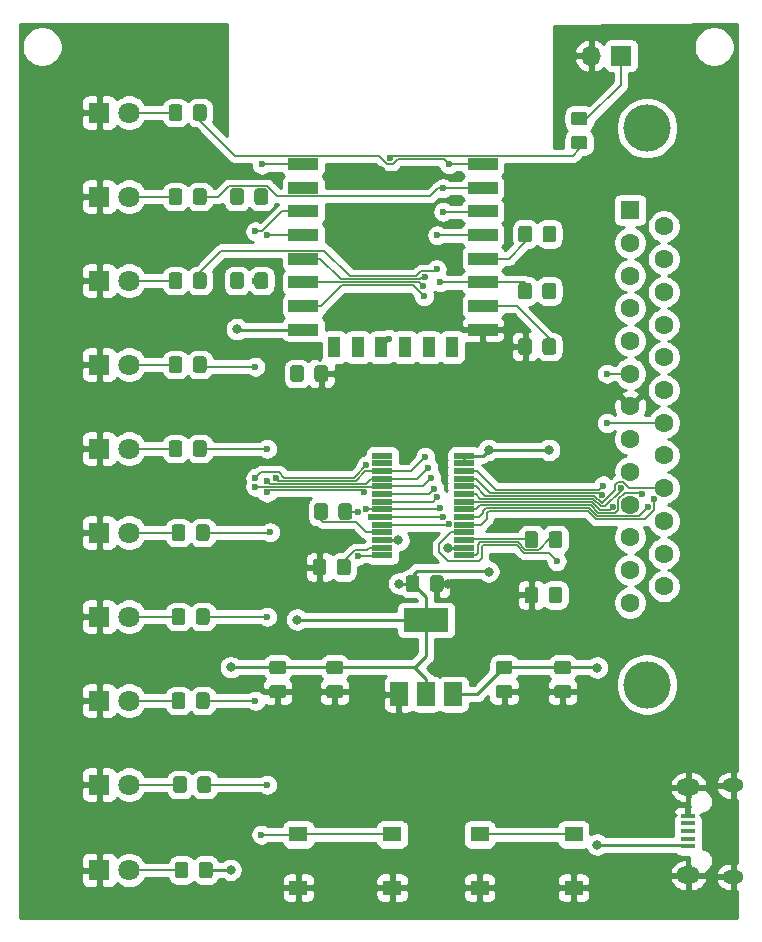
<source format=gbr>
G04 #@! TF.GenerationSoftware,KiCad,Pcbnew,(5.1.5-0-10_14)*
G04 #@! TF.CreationDate,2020-08-28T20:46:08+02:00*
G04 #@! TF.ProjectId,wifi-modem,77696669-2d6d-46f6-9465-6d2e6b696361,rev?*
G04 #@! TF.SameCoordinates,Original*
G04 #@! TF.FileFunction,Copper,L1,Top*
G04 #@! TF.FilePolarity,Positive*
%FSLAX46Y46*%
G04 Gerber Fmt 4.6, Leading zero omitted, Abs format (unit mm)*
G04 Created by KiCad (PCBNEW (5.1.5-0-10_14)) date 2020-08-28 20:46:08*
%MOMM*%
%LPD*%
G04 APERTURE LIST*
%ADD10R,2.500000X1.000000*%
%ADD11R,1.000000X1.800000*%
%ADD12O,1.700000X1.700000*%
%ADD13R,1.700000X1.700000*%
%ADD14O,1.800000X1.150000*%
%ADD15O,2.000000X1.450000*%
%ADD16R,1.300000X0.450000*%
%ADD17C,4.000000*%
%ADD18C,1.600000*%
%ADD19R,1.600000X1.600000*%
%ADD20C,0.100000*%
%ADD21R,1.550000X1.300000*%
%ADD22R,1.500000X2.000000*%
%ADD23R,3.800000X2.000000*%
%ADD24C,1.800000*%
%ADD25R,1.800000X1.800000*%
%ADD26R,1.700000X0.480000*%
%ADD27C,0.800000*%
%ADD28C,0.600000*%
%ADD29C,0.127000*%
%ADD30C,0.254000*%
G04 APERTURE END LIST*
D10*
X156190000Y-72700000D03*
X156190000Y-74700000D03*
X156190000Y-76700000D03*
X156190000Y-78700000D03*
X156190000Y-80700000D03*
X156190000Y-82700000D03*
X156190000Y-84700000D03*
X156190000Y-86700000D03*
D11*
X153590000Y-88200000D03*
X151590000Y-88200000D03*
X149590000Y-88200000D03*
X147590000Y-88200000D03*
X145590000Y-88200000D03*
X143590000Y-88200000D03*
D10*
X140990000Y-86700000D03*
X140990000Y-84700000D03*
X140990000Y-82700000D03*
X140990000Y-80700000D03*
X140990000Y-78700000D03*
X140990000Y-76700000D03*
X140990000Y-74700000D03*
X140990000Y-72700000D03*
D12*
X165354000Y-63500000D03*
D13*
X167894000Y-63500000D03*
D14*
X177387800Y-125284000D03*
X177387800Y-133034000D03*
D15*
X173587800Y-125434000D03*
X173587800Y-132884000D03*
D16*
X173537800Y-127859000D03*
X173537800Y-128509000D03*
X173537800Y-129159000D03*
X173537800Y-129809000D03*
X173537800Y-130459000D03*
D17*
X170076000Y-69651000D03*
X170076000Y-116751000D03*
D18*
X171496000Y-108436000D03*
X171496000Y-105666000D03*
X171496000Y-102896000D03*
X171496000Y-100126000D03*
X171496000Y-97356000D03*
X171496000Y-94586000D03*
X171496000Y-91816000D03*
X171496000Y-89046000D03*
X171496000Y-86276000D03*
X171496000Y-83506000D03*
X171496000Y-80736000D03*
X171496000Y-77966000D03*
X168656000Y-109821000D03*
X168656000Y-107051000D03*
X168656000Y-104281000D03*
X168656000Y-101511000D03*
X168656000Y-98741000D03*
X168656000Y-95971000D03*
X168656000Y-93201000D03*
X168656000Y-90431000D03*
X168656000Y-87661000D03*
X168656000Y-84891000D03*
X168656000Y-82121000D03*
X168656000Y-79351000D03*
D19*
X168656000Y-76581000D03*
G04 #@! TA.AperFunction,SMDPad,CuDef*
D20*
G36*
X164812505Y-70301204D02*
G01*
X164836773Y-70304804D01*
X164860572Y-70310765D01*
X164883671Y-70319030D01*
X164905850Y-70329520D01*
X164926893Y-70342132D01*
X164946599Y-70356747D01*
X164964777Y-70373223D01*
X164981253Y-70391401D01*
X164995868Y-70411107D01*
X165008480Y-70432150D01*
X165018970Y-70454329D01*
X165027235Y-70477428D01*
X165033196Y-70501227D01*
X165036796Y-70525495D01*
X165038000Y-70549999D01*
X165038000Y-71200001D01*
X165036796Y-71224505D01*
X165033196Y-71248773D01*
X165027235Y-71272572D01*
X165018970Y-71295671D01*
X165008480Y-71317850D01*
X164995868Y-71338893D01*
X164981253Y-71358599D01*
X164964777Y-71376777D01*
X164946599Y-71393253D01*
X164926893Y-71407868D01*
X164905850Y-71420480D01*
X164883671Y-71430970D01*
X164860572Y-71439235D01*
X164836773Y-71445196D01*
X164812505Y-71448796D01*
X164788001Y-71450000D01*
X163887999Y-71450000D01*
X163863495Y-71448796D01*
X163839227Y-71445196D01*
X163815428Y-71439235D01*
X163792329Y-71430970D01*
X163770150Y-71420480D01*
X163749107Y-71407868D01*
X163729401Y-71393253D01*
X163711223Y-71376777D01*
X163694747Y-71358599D01*
X163680132Y-71338893D01*
X163667520Y-71317850D01*
X163657030Y-71295671D01*
X163648765Y-71272572D01*
X163642804Y-71248773D01*
X163639204Y-71224505D01*
X163638000Y-71200001D01*
X163638000Y-70549999D01*
X163639204Y-70525495D01*
X163642804Y-70501227D01*
X163648765Y-70477428D01*
X163657030Y-70454329D01*
X163667520Y-70432150D01*
X163680132Y-70411107D01*
X163694747Y-70391401D01*
X163711223Y-70373223D01*
X163729401Y-70356747D01*
X163749107Y-70342132D01*
X163770150Y-70329520D01*
X163792329Y-70319030D01*
X163815428Y-70310765D01*
X163839227Y-70304804D01*
X163863495Y-70301204D01*
X163887999Y-70300000D01*
X164788001Y-70300000D01*
X164812505Y-70301204D01*
G37*
G04 #@! TD.AperFunction*
G04 #@! TA.AperFunction,SMDPad,CuDef*
G36*
X164812505Y-68251204D02*
G01*
X164836773Y-68254804D01*
X164860572Y-68260765D01*
X164883671Y-68269030D01*
X164905850Y-68279520D01*
X164926893Y-68292132D01*
X164946599Y-68306747D01*
X164964777Y-68323223D01*
X164981253Y-68341401D01*
X164995868Y-68361107D01*
X165008480Y-68382150D01*
X165018970Y-68404329D01*
X165027235Y-68427428D01*
X165033196Y-68451227D01*
X165036796Y-68475495D01*
X165038000Y-68499999D01*
X165038000Y-69150001D01*
X165036796Y-69174505D01*
X165033196Y-69198773D01*
X165027235Y-69222572D01*
X165018970Y-69245671D01*
X165008480Y-69267850D01*
X164995868Y-69288893D01*
X164981253Y-69308599D01*
X164964777Y-69326777D01*
X164946599Y-69343253D01*
X164926893Y-69357868D01*
X164905850Y-69370480D01*
X164883671Y-69380970D01*
X164860572Y-69389235D01*
X164836773Y-69395196D01*
X164812505Y-69398796D01*
X164788001Y-69400000D01*
X163887999Y-69400000D01*
X163863495Y-69398796D01*
X163839227Y-69395196D01*
X163815428Y-69389235D01*
X163792329Y-69380970D01*
X163770150Y-69370480D01*
X163749107Y-69357868D01*
X163729401Y-69343253D01*
X163711223Y-69326777D01*
X163694747Y-69308599D01*
X163680132Y-69288893D01*
X163667520Y-69267850D01*
X163657030Y-69245671D01*
X163648765Y-69222572D01*
X163642804Y-69198773D01*
X163639204Y-69174505D01*
X163638000Y-69150001D01*
X163638000Y-68499999D01*
X163639204Y-68475495D01*
X163642804Y-68451227D01*
X163648765Y-68427428D01*
X163657030Y-68404329D01*
X163667520Y-68382150D01*
X163680132Y-68361107D01*
X163694747Y-68341401D01*
X163711223Y-68323223D01*
X163729401Y-68306747D01*
X163749107Y-68292132D01*
X163770150Y-68279520D01*
X163792329Y-68269030D01*
X163815428Y-68260765D01*
X163839227Y-68254804D01*
X163863495Y-68251204D01*
X163887999Y-68250000D01*
X164788001Y-68250000D01*
X164812505Y-68251204D01*
G37*
G04 #@! TD.AperFunction*
D21*
X163868000Y-133949000D03*
X163868000Y-129449000D03*
X155918000Y-129449000D03*
X155918000Y-133949000D03*
X148501000Y-133949000D03*
X148501000Y-129449000D03*
X140551000Y-129449000D03*
X140551000Y-133949000D03*
G04 #@! TA.AperFunction,SMDPad,CuDef*
D20*
G36*
X162165505Y-77914204D02*
G01*
X162189773Y-77917804D01*
X162213572Y-77923765D01*
X162236671Y-77932030D01*
X162258850Y-77942520D01*
X162279893Y-77955132D01*
X162299599Y-77969747D01*
X162317777Y-77986223D01*
X162334253Y-78004401D01*
X162348868Y-78024107D01*
X162361480Y-78045150D01*
X162371970Y-78067329D01*
X162380235Y-78090428D01*
X162386196Y-78114227D01*
X162389796Y-78138495D01*
X162391000Y-78162999D01*
X162391000Y-79063001D01*
X162389796Y-79087505D01*
X162386196Y-79111773D01*
X162380235Y-79135572D01*
X162371970Y-79158671D01*
X162361480Y-79180850D01*
X162348868Y-79201893D01*
X162334253Y-79221599D01*
X162317777Y-79239777D01*
X162299599Y-79256253D01*
X162279893Y-79270868D01*
X162258850Y-79283480D01*
X162236671Y-79293970D01*
X162213572Y-79302235D01*
X162189773Y-79308196D01*
X162165505Y-79311796D01*
X162141001Y-79313000D01*
X161490999Y-79313000D01*
X161466495Y-79311796D01*
X161442227Y-79308196D01*
X161418428Y-79302235D01*
X161395329Y-79293970D01*
X161373150Y-79283480D01*
X161352107Y-79270868D01*
X161332401Y-79256253D01*
X161314223Y-79239777D01*
X161297747Y-79221599D01*
X161283132Y-79201893D01*
X161270520Y-79180850D01*
X161260030Y-79158671D01*
X161251765Y-79135572D01*
X161245804Y-79111773D01*
X161242204Y-79087505D01*
X161241000Y-79063001D01*
X161241000Y-78162999D01*
X161242204Y-78138495D01*
X161245804Y-78114227D01*
X161251765Y-78090428D01*
X161260030Y-78067329D01*
X161270520Y-78045150D01*
X161283132Y-78024107D01*
X161297747Y-78004401D01*
X161314223Y-77986223D01*
X161332401Y-77969747D01*
X161352107Y-77955132D01*
X161373150Y-77942520D01*
X161395329Y-77932030D01*
X161418428Y-77923765D01*
X161442227Y-77917804D01*
X161466495Y-77914204D01*
X161490999Y-77913000D01*
X162141001Y-77913000D01*
X162165505Y-77914204D01*
G37*
G04 #@! TD.AperFunction*
G04 #@! TA.AperFunction,SMDPad,CuDef*
G36*
X160115505Y-77914204D02*
G01*
X160139773Y-77917804D01*
X160163572Y-77923765D01*
X160186671Y-77932030D01*
X160208850Y-77942520D01*
X160229893Y-77955132D01*
X160249599Y-77969747D01*
X160267777Y-77986223D01*
X160284253Y-78004401D01*
X160298868Y-78024107D01*
X160311480Y-78045150D01*
X160321970Y-78067329D01*
X160330235Y-78090428D01*
X160336196Y-78114227D01*
X160339796Y-78138495D01*
X160341000Y-78162999D01*
X160341000Y-79063001D01*
X160339796Y-79087505D01*
X160336196Y-79111773D01*
X160330235Y-79135572D01*
X160321970Y-79158671D01*
X160311480Y-79180850D01*
X160298868Y-79201893D01*
X160284253Y-79221599D01*
X160267777Y-79239777D01*
X160249599Y-79256253D01*
X160229893Y-79270868D01*
X160208850Y-79283480D01*
X160186671Y-79293970D01*
X160163572Y-79302235D01*
X160139773Y-79308196D01*
X160115505Y-79311796D01*
X160091001Y-79313000D01*
X159440999Y-79313000D01*
X159416495Y-79311796D01*
X159392227Y-79308196D01*
X159368428Y-79302235D01*
X159345329Y-79293970D01*
X159323150Y-79283480D01*
X159302107Y-79270868D01*
X159282401Y-79256253D01*
X159264223Y-79239777D01*
X159247747Y-79221599D01*
X159233132Y-79201893D01*
X159220520Y-79180850D01*
X159210030Y-79158671D01*
X159201765Y-79135572D01*
X159195804Y-79111773D01*
X159192204Y-79087505D01*
X159191000Y-79063001D01*
X159191000Y-78162999D01*
X159192204Y-78138495D01*
X159195804Y-78114227D01*
X159201765Y-78090428D01*
X159210030Y-78067329D01*
X159220520Y-78045150D01*
X159233132Y-78024107D01*
X159247747Y-78004401D01*
X159264223Y-77986223D01*
X159282401Y-77969747D01*
X159302107Y-77955132D01*
X159323150Y-77942520D01*
X159345329Y-77932030D01*
X159368428Y-77923765D01*
X159392227Y-77917804D01*
X159416495Y-77914204D01*
X159440999Y-77913000D01*
X160091001Y-77913000D01*
X160115505Y-77914204D01*
G37*
G04 #@! TD.AperFunction*
G04 #@! TA.AperFunction,SMDPad,CuDef*
G36*
X162156505Y-82740204D02*
G01*
X162180773Y-82743804D01*
X162204572Y-82749765D01*
X162227671Y-82758030D01*
X162249850Y-82768520D01*
X162270893Y-82781132D01*
X162290599Y-82795747D01*
X162308777Y-82812223D01*
X162325253Y-82830401D01*
X162339868Y-82850107D01*
X162352480Y-82871150D01*
X162362970Y-82893329D01*
X162371235Y-82916428D01*
X162377196Y-82940227D01*
X162380796Y-82964495D01*
X162382000Y-82988999D01*
X162382000Y-83889001D01*
X162380796Y-83913505D01*
X162377196Y-83937773D01*
X162371235Y-83961572D01*
X162362970Y-83984671D01*
X162352480Y-84006850D01*
X162339868Y-84027893D01*
X162325253Y-84047599D01*
X162308777Y-84065777D01*
X162290599Y-84082253D01*
X162270893Y-84096868D01*
X162249850Y-84109480D01*
X162227671Y-84119970D01*
X162204572Y-84128235D01*
X162180773Y-84134196D01*
X162156505Y-84137796D01*
X162132001Y-84139000D01*
X161481999Y-84139000D01*
X161457495Y-84137796D01*
X161433227Y-84134196D01*
X161409428Y-84128235D01*
X161386329Y-84119970D01*
X161364150Y-84109480D01*
X161343107Y-84096868D01*
X161323401Y-84082253D01*
X161305223Y-84065777D01*
X161288747Y-84047599D01*
X161274132Y-84027893D01*
X161261520Y-84006850D01*
X161251030Y-83984671D01*
X161242765Y-83961572D01*
X161236804Y-83937773D01*
X161233204Y-83913505D01*
X161232000Y-83889001D01*
X161232000Y-82988999D01*
X161233204Y-82964495D01*
X161236804Y-82940227D01*
X161242765Y-82916428D01*
X161251030Y-82893329D01*
X161261520Y-82871150D01*
X161274132Y-82850107D01*
X161288747Y-82830401D01*
X161305223Y-82812223D01*
X161323401Y-82795747D01*
X161343107Y-82781132D01*
X161364150Y-82768520D01*
X161386329Y-82758030D01*
X161409428Y-82749765D01*
X161433227Y-82743804D01*
X161457495Y-82740204D01*
X161481999Y-82739000D01*
X162132001Y-82739000D01*
X162156505Y-82740204D01*
G37*
G04 #@! TD.AperFunction*
G04 #@! TA.AperFunction,SMDPad,CuDef*
G36*
X160106505Y-82740204D02*
G01*
X160130773Y-82743804D01*
X160154572Y-82749765D01*
X160177671Y-82758030D01*
X160199850Y-82768520D01*
X160220893Y-82781132D01*
X160240599Y-82795747D01*
X160258777Y-82812223D01*
X160275253Y-82830401D01*
X160289868Y-82850107D01*
X160302480Y-82871150D01*
X160312970Y-82893329D01*
X160321235Y-82916428D01*
X160327196Y-82940227D01*
X160330796Y-82964495D01*
X160332000Y-82988999D01*
X160332000Y-83889001D01*
X160330796Y-83913505D01*
X160327196Y-83937773D01*
X160321235Y-83961572D01*
X160312970Y-83984671D01*
X160302480Y-84006850D01*
X160289868Y-84027893D01*
X160275253Y-84047599D01*
X160258777Y-84065777D01*
X160240599Y-84082253D01*
X160220893Y-84096868D01*
X160199850Y-84109480D01*
X160177671Y-84119970D01*
X160154572Y-84128235D01*
X160130773Y-84134196D01*
X160106505Y-84137796D01*
X160082001Y-84139000D01*
X159431999Y-84139000D01*
X159407495Y-84137796D01*
X159383227Y-84134196D01*
X159359428Y-84128235D01*
X159336329Y-84119970D01*
X159314150Y-84109480D01*
X159293107Y-84096868D01*
X159273401Y-84082253D01*
X159255223Y-84065777D01*
X159238747Y-84047599D01*
X159224132Y-84027893D01*
X159211520Y-84006850D01*
X159201030Y-83984671D01*
X159192765Y-83961572D01*
X159186804Y-83937773D01*
X159183204Y-83913505D01*
X159182000Y-83889001D01*
X159182000Y-82988999D01*
X159183204Y-82964495D01*
X159186804Y-82940227D01*
X159192765Y-82916428D01*
X159201030Y-82893329D01*
X159211520Y-82871150D01*
X159224132Y-82850107D01*
X159238747Y-82830401D01*
X159255223Y-82812223D01*
X159273401Y-82795747D01*
X159293107Y-82781132D01*
X159314150Y-82768520D01*
X159336329Y-82758030D01*
X159359428Y-82749765D01*
X159383227Y-82743804D01*
X159407495Y-82740204D01*
X159431999Y-82739000D01*
X160082001Y-82739000D01*
X160106505Y-82740204D01*
G37*
G04 #@! TD.AperFunction*
G04 #@! TA.AperFunction,SMDPad,CuDef*
G36*
X162156505Y-87439204D02*
G01*
X162180773Y-87442804D01*
X162204572Y-87448765D01*
X162227671Y-87457030D01*
X162249850Y-87467520D01*
X162270893Y-87480132D01*
X162290599Y-87494747D01*
X162308777Y-87511223D01*
X162325253Y-87529401D01*
X162339868Y-87549107D01*
X162352480Y-87570150D01*
X162362970Y-87592329D01*
X162371235Y-87615428D01*
X162377196Y-87639227D01*
X162380796Y-87663495D01*
X162382000Y-87687999D01*
X162382000Y-88588001D01*
X162380796Y-88612505D01*
X162377196Y-88636773D01*
X162371235Y-88660572D01*
X162362970Y-88683671D01*
X162352480Y-88705850D01*
X162339868Y-88726893D01*
X162325253Y-88746599D01*
X162308777Y-88764777D01*
X162290599Y-88781253D01*
X162270893Y-88795868D01*
X162249850Y-88808480D01*
X162227671Y-88818970D01*
X162204572Y-88827235D01*
X162180773Y-88833196D01*
X162156505Y-88836796D01*
X162132001Y-88838000D01*
X161481999Y-88838000D01*
X161457495Y-88836796D01*
X161433227Y-88833196D01*
X161409428Y-88827235D01*
X161386329Y-88818970D01*
X161364150Y-88808480D01*
X161343107Y-88795868D01*
X161323401Y-88781253D01*
X161305223Y-88764777D01*
X161288747Y-88746599D01*
X161274132Y-88726893D01*
X161261520Y-88705850D01*
X161251030Y-88683671D01*
X161242765Y-88660572D01*
X161236804Y-88636773D01*
X161233204Y-88612505D01*
X161232000Y-88588001D01*
X161232000Y-87687999D01*
X161233204Y-87663495D01*
X161236804Y-87639227D01*
X161242765Y-87615428D01*
X161251030Y-87592329D01*
X161261520Y-87570150D01*
X161274132Y-87549107D01*
X161288747Y-87529401D01*
X161305223Y-87511223D01*
X161323401Y-87494747D01*
X161343107Y-87480132D01*
X161364150Y-87467520D01*
X161386329Y-87457030D01*
X161409428Y-87448765D01*
X161433227Y-87442804D01*
X161457495Y-87439204D01*
X161481999Y-87438000D01*
X162132001Y-87438000D01*
X162156505Y-87439204D01*
G37*
G04 #@! TD.AperFunction*
G04 #@! TA.AperFunction,SMDPad,CuDef*
G36*
X160106505Y-87439204D02*
G01*
X160130773Y-87442804D01*
X160154572Y-87448765D01*
X160177671Y-87457030D01*
X160199850Y-87467520D01*
X160220893Y-87480132D01*
X160240599Y-87494747D01*
X160258777Y-87511223D01*
X160275253Y-87529401D01*
X160289868Y-87549107D01*
X160302480Y-87570150D01*
X160312970Y-87592329D01*
X160321235Y-87615428D01*
X160327196Y-87639227D01*
X160330796Y-87663495D01*
X160332000Y-87687999D01*
X160332000Y-88588001D01*
X160330796Y-88612505D01*
X160327196Y-88636773D01*
X160321235Y-88660572D01*
X160312970Y-88683671D01*
X160302480Y-88705850D01*
X160289868Y-88726893D01*
X160275253Y-88746599D01*
X160258777Y-88764777D01*
X160240599Y-88781253D01*
X160220893Y-88795868D01*
X160199850Y-88808480D01*
X160177671Y-88818970D01*
X160154572Y-88827235D01*
X160130773Y-88833196D01*
X160106505Y-88836796D01*
X160082001Y-88838000D01*
X159431999Y-88838000D01*
X159407495Y-88836796D01*
X159383227Y-88833196D01*
X159359428Y-88827235D01*
X159336329Y-88818970D01*
X159314150Y-88808480D01*
X159293107Y-88795868D01*
X159273401Y-88781253D01*
X159255223Y-88764777D01*
X159238747Y-88746599D01*
X159224132Y-88726893D01*
X159211520Y-88705850D01*
X159201030Y-88683671D01*
X159192765Y-88660572D01*
X159186804Y-88636773D01*
X159183204Y-88612505D01*
X159182000Y-88588001D01*
X159182000Y-87687999D01*
X159183204Y-87663495D01*
X159186804Y-87639227D01*
X159192765Y-87615428D01*
X159201030Y-87592329D01*
X159211520Y-87570150D01*
X159224132Y-87549107D01*
X159238747Y-87529401D01*
X159255223Y-87511223D01*
X159273401Y-87494747D01*
X159293107Y-87480132D01*
X159314150Y-87467520D01*
X159336329Y-87457030D01*
X159359428Y-87448765D01*
X159383227Y-87442804D01*
X159407495Y-87439204D01*
X159431999Y-87438000D01*
X160082001Y-87438000D01*
X160106505Y-87439204D01*
G37*
G04 #@! TD.AperFunction*
G04 #@! TA.AperFunction,SMDPad,CuDef*
G36*
X135722505Y-74739204D02*
G01*
X135746773Y-74742804D01*
X135770572Y-74748765D01*
X135793671Y-74757030D01*
X135815850Y-74767520D01*
X135836893Y-74780132D01*
X135856599Y-74794747D01*
X135874777Y-74811223D01*
X135891253Y-74829401D01*
X135905868Y-74849107D01*
X135918480Y-74870150D01*
X135928970Y-74892329D01*
X135937235Y-74915428D01*
X135943196Y-74939227D01*
X135946796Y-74963495D01*
X135948000Y-74987999D01*
X135948000Y-75888001D01*
X135946796Y-75912505D01*
X135943196Y-75936773D01*
X135937235Y-75960572D01*
X135928970Y-75983671D01*
X135918480Y-76005850D01*
X135905868Y-76026893D01*
X135891253Y-76046599D01*
X135874777Y-76064777D01*
X135856599Y-76081253D01*
X135836893Y-76095868D01*
X135815850Y-76108480D01*
X135793671Y-76118970D01*
X135770572Y-76127235D01*
X135746773Y-76133196D01*
X135722505Y-76136796D01*
X135698001Y-76138000D01*
X135047999Y-76138000D01*
X135023495Y-76136796D01*
X134999227Y-76133196D01*
X134975428Y-76127235D01*
X134952329Y-76118970D01*
X134930150Y-76108480D01*
X134909107Y-76095868D01*
X134889401Y-76081253D01*
X134871223Y-76064777D01*
X134854747Y-76046599D01*
X134840132Y-76026893D01*
X134827520Y-76005850D01*
X134817030Y-75983671D01*
X134808765Y-75960572D01*
X134802804Y-75936773D01*
X134799204Y-75912505D01*
X134798000Y-75888001D01*
X134798000Y-74987999D01*
X134799204Y-74963495D01*
X134802804Y-74939227D01*
X134808765Y-74915428D01*
X134817030Y-74892329D01*
X134827520Y-74870150D01*
X134840132Y-74849107D01*
X134854747Y-74829401D01*
X134871223Y-74811223D01*
X134889401Y-74794747D01*
X134909107Y-74780132D01*
X134930150Y-74767520D01*
X134952329Y-74757030D01*
X134975428Y-74748765D01*
X134999227Y-74742804D01*
X135023495Y-74739204D01*
X135047999Y-74738000D01*
X135698001Y-74738000D01*
X135722505Y-74739204D01*
G37*
G04 #@! TD.AperFunction*
G04 #@! TA.AperFunction,SMDPad,CuDef*
G36*
X137772505Y-74739204D02*
G01*
X137796773Y-74742804D01*
X137820572Y-74748765D01*
X137843671Y-74757030D01*
X137865850Y-74767520D01*
X137886893Y-74780132D01*
X137906599Y-74794747D01*
X137924777Y-74811223D01*
X137941253Y-74829401D01*
X137955868Y-74849107D01*
X137968480Y-74870150D01*
X137978970Y-74892329D01*
X137987235Y-74915428D01*
X137993196Y-74939227D01*
X137996796Y-74963495D01*
X137998000Y-74987999D01*
X137998000Y-75888001D01*
X137996796Y-75912505D01*
X137993196Y-75936773D01*
X137987235Y-75960572D01*
X137978970Y-75983671D01*
X137968480Y-76005850D01*
X137955868Y-76026893D01*
X137941253Y-76046599D01*
X137924777Y-76064777D01*
X137906599Y-76081253D01*
X137886893Y-76095868D01*
X137865850Y-76108480D01*
X137843671Y-76118970D01*
X137820572Y-76127235D01*
X137796773Y-76133196D01*
X137772505Y-76136796D01*
X137748001Y-76138000D01*
X137097999Y-76138000D01*
X137073495Y-76136796D01*
X137049227Y-76133196D01*
X137025428Y-76127235D01*
X137002329Y-76118970D01*
X136980150Y-76108480D01*
X136959107Y-76095868D01*
X136939401Y-76081253D01*
X136921223Y-76064777D01*
X136904747Y-76046599D01*
X136890132Y-76026893D01*
X136877520Y-76005850D01*
X136867030Y-75983671D01*
X136858765Y-75960572D01*
X136852804Y-75936773D01*
X136849204Y-75912505D01*
X136848000Y-75888001D01*
X136848000Y-74987999D01*
X136849204Y-74963495D01*
X136852804Y-74939227D01*
X136858765Y-74915428D01*
X136867030Y-74892329D01*
X136877520Y-74870150D01*
X136890132Y-74849107D01*
X136904747Y-74829401D01*
X136921223Y-74811223D01*
X136939401Y-74794747D01*
X136959107Y-74780132D01*
X136980150Y-74767520D01*
X137002329Y-74757030D01*
X137025428Y-74748765D01*
X137049227Y-74742804D01*
X137073495Y-74739204D01*
X137097999Y-74738000D01*
X137748001Y-74738000D01*
X137772505Y-74739204D01*
G37*
G04 #@! TD.AperFunction*
G04 #@! TA.AperFunction,SMDPad,CuDef*
G36*
X135722505Y-81851204D02*
G01*
X135746773Y-81854804D01*
X135770572Y-81860765D01*
X135793671Y-81869030D01*
X135815850Y-81879520D01*
X135836893Y-81892132D01*
X135856599Y-81906747D01*
X135874777Y-81923223D01*
X135891253Y-81941401D01*
X135905868Y-81961107D01*
X135918480Y-81982150D01*
X135928970Y-82004329D01*
X135937235Y-82027428D01*
X135943196Y-82051227D01*
X135946796Y-82075495D01*
X135948000Y-82099999D01*
X135948000Y-83000001D01*
X135946796Y-83024505D01*
X135943196Y-83048773D01*
X135937235Y-83072572D01*
X135928970Y-83095671D01*
X135918480Y-83117850D01*
X135905868Y-83138893D01*
X135891253Y-83158599D01*
X135874777Y-83176777D01*
X135856599Y-83193253D01*
X135836893Y-83207868D01*
X135815850Y-83220480D01*
X135793671Y-83230970D01*
X135770572Y-83239235D01*
X135746773Y-83245196D01*
X135722505Y-83248796D01*
X135698001Y-83250000D01*
X135047999Y-83250000D01*
X135023495Y-83248796D01*
X134999227Y-83245196D01*
X134975428Y-83239235D01*
X134952329Y-83230970D01*
X134930150Y-83220480D01*
X134909107Y-83207868D01*
X134889401Y-83193253D01*
X134871223Y-83176777D01*
X134854747Y-83158599D01*
X134840132Y-83138893D01*
X134827520Y-83117850D01*
X134817030Y-83095671D01*
X134808765Y-83072572D01*
X134802804Y-83048773D01*
X134799204Y-83024505D01*
X134798000Y-83000001D01*
X134798000Y-82099999D01*
X134799204Y-82075495D01*
X134802804Y-82051227D01*
X134808765Y-82027428D01*
X134817030Y-82004329D01*
X134827520Y-81982150D01*
X134840132Y-81961107D01*
X134854747Y-81941401D01*
X134871223Y-81923223D01*
X134889401Y-81906747D01*
X134909107Y-81892132D01*
X134930150Y-81879520D01*
X134952329Y-81869030D01*
X134975428Y-81860765D01*
X134999227Y-81854804D01*
X135023495Y-81851204D01*
X135047999Y-81850000D01*
X135698001Y-81850000D01*
X135722505Y-81851204D01*
G37*
G04 #@! TD.AperFunction*
G04 #@! TA.AperFunction,SMDPad,CuDef*
G36*
X137772505Y-81851204D02*
G01*
X137796773Y-81854804D01*
X137820572Y-81860765D01*
X137843671Y-81869030D01*
X137865850Y-81879520D01*
X137886893Y-81892132D01*
X137906599Y-81906747D01*
X137924777Y-81923223D01*
X137941253Y-81941401D01*
X137955868Y-81961107D01*
X137968480Y-81982150D01*
X137978970Y-82004329D01*
X137987235Y-82027428D01*
X137993196Y-82051227D01*
X137996796Y-82075495D01*
X137998000Y-82099999D01*
X137998000Y-83000001D01*
X137996796Y-83024505D01*
X137993196Y-83048773D01*
X137987235Y-83072572D01*
X137978970Y-83095671D01*
X137968480Y-83117850D01*
X137955868Y-83138893D01*
X137941253Y-83158599D01*
X137924777Y-83176777D01*
X137906599Y-83193253D01*
X137886893Y-83207868D01*
X137865850Y-83220480D01*
X137843671Y-83230970D01*
X137820572Y-83239235D01*
X137796773Y-83245196D01*
X137772505Y-83248796D01*
X137748001Y-83250000D01*
X137097999Y-83250000D01*
X137073495Y-83248796D01*
X137049227Y-83245196D01*
X137025428Y-83239235D01*
X137002329Y-83230970D01*
X136980150Y-83220480D01*
X136959107Y-83207868D01*
X136939401Y-83193253D01*
X136921223Y-83176777D01*
X136904747Y-83158599D01*
X136890132Y-83138893D01*
X136877520Y-83117850D01*
X136867030Y-83095671D01*
X136858765Y-83072572D01*
X136852804Y-83048773D01*
X136849204Y-83024505D01*
X136848000Y-83000001D01*
X136848000Y-82099999D01*
X136849204Y-82075495D01*
X136852804Y-82051227D01*
X136858765Y-82027428D01*
X136867030Y-82004329D01*
X136877520Y-81982150D01*
X136890132Y-81961107D01*
X136904747Y-81941401D01*
X136921223Y-81923223D01*
X136939401Y-81906747D01*
X136959107Y-81892132D01*
X136980150Y-81879520D01*
X137002329Y-81869030D01*
X137025428Y-81860765D01*
X137049227Y-81854804D01*
X137073495Y-81851204D01*
X137097999Y-81850000D01*
X137748001Y-81850000D01*
X137772505Y-81851204D01*
G37*
G04 #@! TD.AperFunction*
G04 #@! TA.AperFunction,SMDPad,CuDef*
G36*
X130769505Y-103187204D02*
G01*
X130793773Y-103190804D01*
X130817572Y-103196765D01*
X130840671Y-103205030D01*
X130862850Y-103215520D01*
X130883893Y-103228132D01*
X130903599Y-103242747D01*
X130921777Y-103259223D01*
X130938253Y-103277401D01*
X130952868Y-103297107D01*
X130965480Y-103318150D01*
X130975970Y-103340329D01*
X130984235Y-103363428D01*
X130990196Y-103387227D01*
X130993796Y-103411495D01*
X130995000Y-103435999D01*
X130995000Y-104336001D01*
X130993796Y-104360505D01*
X130990196Y-104384773D01*
X130984235Y-104408572D01*
X130975970Y-104431671D01*
X130965480Y-104453850D01*
X130952868Y-104474893D01*
X130938253Y-104494599D01*
X130921777Y-104512777D01*
X130903599Y-104529253D01*
X130883893Y-104543868D01*
X130862850Y-104556480D01*
X130840671Y-104566970D01*
X130817572Y-104575235D01*
X130793773Y-104581196D01*
X130769505Y-104584796D01*
X130745001Y-104586000D01*
X130094999Y-104586000D01*
X130070495Y-104584796D01*
X130046227Y-104581196D01*
X130022428Y-104575235D01*
X129999329Y-104566970D01*
X129977150Y-104556480D01*
X129956107Y-104543868D01*
X129936401Y-104529253D01*
X129918223Y-104512777D01*
X129901747Y-104494599D01*
X129887132Y-104474893D01*
X129874520Y-104453850D01*
X129864030Y-104431671D01*
X129855765Y-104408572D01*
X129849804Y-104384773D01*
X129846204Y-104360505D01*
X129845000Y-104336001D01*
X129845000Y-103435999D01*
X129846204Y-103411495D01*
X129849804Y-103387227D01*
X129855765Y-103363428D01*
X129864030Y-103340329D01*
X129874520Y-103318150D01*
X129887132Y-103297107D01*
X129901747Y-103277401D01*
X129918223Y-103259223D01*
X129936401Y-103242747D01*
X129956107Y-103228132D01*
X129977150Y-103215520D01*
X129999329Y-103205030D01*
X130022428Y-103196765D01*
X130046227Y-103190804D01*
X130070495Y-103187204D01*
X130094999Y-103186000D01*
X130745001Y-103186000D01*
X130769505Y-103187204D01*
G37*
G04 #@! TD.AperFunction*
G04 #@! TA.AperFunction,SMDPad,CuDef*
G36*
X132819505Y-103187204D02*
G01*
X132843773Y-103190804D01*
X132867572Y-103196765D01*
X132890671Y-103205030D01*
X132912850Y-103215520D01*
X132933893Y-103228132D01*
X132953599Y-103242747D01*
X132971777Y-103259223D01*
X132988253Y-103277401D01*
X133002868Y-103297107D01*
X133015480Y-103318150D01*
X133025970Y-103340329D01*
X133034235Y-103363428D01*
X133040196Y-103387227D01*
X133043796Y-103411495D01*
X133045000Y-103435999D01*
X133045000Y-104336001D01*
X133043796Y-104360505D01*
X133040196Y-104384773D01*
X133034235Y-104408572D01*
X133025970Y-104431671D01*
X133015480Y-104453850D01*
X133002868Y-104474893D01*
X132988253Y-104494599D01*
X132971777Y-104512777D01*
X132953599Y-104529253D01*
X132933893Y-104543868D01*
X132912850Y-104556480D01*
X132890671Y-104566970D01*
X132867572Y-104575235D01*
X132843773Y-104581196D01*
X132819505Y-104584796D01*
X132795001Y-104586000D01*
X132144999Y-104586000D01*
X132120495Y-104584796D01*
X132096227Y-104581196D01*
X132072428Y-104575235D01*
X132049329Y-104566970D01*
X132027150Y-104556480D01*
X132006107Y-104543868D01*
X131986401Y-104529253D01*
X131968223Y-104512777D01*
X131951747Y-104494599D01*
X131937132Y-104474893D01*
X131924520Y-104453850D01*
X131914030Y-104431671D01*
X131905765Y-104408572D01*
X131899804Y-104384773D01*
X131896204Y-104360505D01*
X131895000Y-104336001D01*
X131895000Y-103435999D01*
X131896204Y-103411495D01*
X131899804Y-103387227D01*
X131905765Y-103363428D01*
X131914030Y-103340329D01*
X131924520Y-103318150D01*
X131937132Y-103297107D01*
X131951747Y-103277401D01*
X131968223Y-103259223D01*
X131986401Y-103242747D01*
X132006107Y-103228132D01*
X132027150Y-103215520D01*
X132049329Y-103205030D01*
X132072428Y-103196765D01*
X132096227Y-103190804D01*
X132120495Y-103187204D01*
X132144999Y-103186000D01*
X132795001Y-103186000D01*
X132819505Y-103187204D01*
G37*
G04 #@! TD.AperFunction*
G04 #@! TA.AperFunction,SMDPad,CuDef*
G36*
X142852505Y-89725204D02*
G01*
X142876773Y-89728804D01*
X142900572Y-89734765D01*
X142923671Y-89743030D01*
X142945850Y-89753520D01*
X142966893Y-89766132D01*
X142986599Y-89780747D01*
X143004777Y-89797223D01*
X143021253Y-89815401D01*
X143035868Y-89835107D01*
X143048480Y-89856150D01*
X143058970Y-89878329D01*
X143067235Y-89901428D01*
X143073196Y-89925227D01*
X143076796Y-89949495D01*
X143078000Y-89973999D01*
X143078000Y-90874001D01*
X143076796Y-90898505D01*
X143073196Y-90922773D01*
X143067235Y-90946572D01*
X143058970Y-90969671D01*
X143048480Y-90991850D01*
X143035868Y-91012893D01*
X143021253Y-91032599D01*
X143004777Y-91050777D01*
X142986599Y-91067253D01*
X142966893Y-91081868D01*
X142945850Y-91094480D01*
X142923671Y-91104970D01*
X142900572Y-91113235D01*
X142876773Y-91119196D01*
X142852505Y-91122796D01*
X142828001Y-91124000D01*
X142177999Y-91124000D01*
X142153495Y-91122796D01*
X142129227Y-91119196D01*
X142105428Y-91113235D01*
X142082329Y-91104970D01*
X142060150Y-91094480D01*
X142039107Y-91081868D01*
X142019401Y-91067253D01*
X142001223Y-91050777D01*
X141984747Y-91032599D01*
X141970132Y-91012893D01*
X141957520Y-90991850D01*
X141947030Y-90969671D01*
X141938765Y-90946572D01*
X141932804Y-90922773D01*
X141929204Y-90898505D01*
X141928000Y-90874001D01*
X141928000Y-89973999D01*
X141929204Y-89949495D01*
X141932804Y-89925227D01*
X141938765Y-89901428D01*
X141947030Y-89878329D01*
X141957520Y-89856150D01*
X141970132Y-89835107D01*
X141984747Y-89815401D01*
X142001223Y-89797223D01*
X142019401Y-89780747D01*
X142039107Y-89766132D01*
X142060150Y-89753520D01*
X142082329Y-89743030D01*
X142105428Y-89734765D01*
X142129227Y-89728804D01*
X142153495Y-89725204D01*
X142177999Y-89724000D01*
X142828001Y-89724000D01*
X142852505Y-89725204D01*
G37*
G04 #@! TD.AperFunction*
G04 #@! TA.AperFunction,SMDPad,CuDef*
G36*
X140802505Y-89725204D02*
G01*
X140826773Y-89728804D01*
X140850572Y-89734765D01*
X140873671Y-89743030D01*
X140895850Y-89753520D01*
X140916893Y-89766132D01*
X140936599Y-89780747D01*
X140954777Y-89797223D01*
X140971253Y-89815401D01*
X140985868Y-89835107D01*
X140998480Y-89856150D01*
X141008970Y-89878329D01*
X141017235Y-89901428D01*
X141023196Y-89925227D01*
X141026796Y-89949495D01*
X141028000Y-89973999D01*
X141028000Y-90874001D01*
X141026796Y-90898505D01*
X141023196Y-90922773D01*
X141017235Y-90946572D01*
X141008970Y-90969671D01*
X140998480Y-90991850D01*
X140985868Y-91012893D01*
X140971253Y-91032599D01*
X140954777Y-91050777D01*
X140936599Y-91067253D01*
X140916893Y-91081868D01*
X140895850Y-91094480D01*
X140873671Y-91104970D01*
X140850572Y-91113235D01*
X140826773Y-91119196D01*
X140802505Y-91122796D01*
X140778001Y-91124000D01*
X140127999Y-91124000D01*
X140103495Y-91122796D01*
X140079227Y-91119196D01*
X140055428Y-91113235D01*
X140032329Y-91104970D01*
X140010150Y-91094480D01*
X139989107Y-91081868D01*
X139969401Y-91067253D01*
X139951223Y-91050777D01*
X139934747Y-91032599D01*
X139920132Y-91012893D01*
X139907520Y-90991850D01*
X139897030Y-90969671D01*
X139888765Y-90946572D01*
X139882804Y-90922773D01*
X139879204Y-90898505D01*
X139878000Y-90874001D01*
X139878000Y-89973999D01*
X139879204Y-89949495D01*
X139882804Y-89925227D01*
X139888765Y-89901428D01*
X139897030Y-89878329D01*
X139907520Y-89856150D01*
X139920132Y-89835107D01*
X139934747Y-89815401D01*
X139951223Y-89797223D01*
X139969401Y-89780747D01*
X139989107Y-89766132D01*
X140010150Y-89753520D01*
X140032329Y-89743030D01*
X140055428Y-89734765D01*
X140079227Y-89728804D01*
X140103495Y-89725204D01*
X140127999Y-89724000D01*
X140778001Y-89724000D01*
X140802505Y-89725204D01*
G37*
G04 #@! TD.AperFunction*
D22*
X149084000Y-117577000D03*
X153684000Y-117577000D03*
X151384000Y-117577000D03*
D23*
X151384000Y-111277000D03*
G04 #@! TA.AperFunction,SMDPad,CuDef*
D20*
G36*
X130896505Y-124523204D02*
G01*
X130920773Y-124526804D01*
X130944572Y-124532765D01*
X130967671Y-124541030D01*
X130989850Y-124551520D01*
X131010893Y-124564132D01*
X131030599Y-124578747D01*
X131048777Y-124595223D01*
X131065253Y-124613401D01*
X131079868Y-124633107D01*
X131092480Y-124654150D01*
X131102970Y-124676329D01*
X131111235Y-124699428D01*
X131117196Y-124723227D01*
X131120796Y-124747495D01*
X131122000Y-124771999D01*
X131122000Y-125672001D01*
X131120796Y-125696505D01*
X131117196Y-125720773D01*
X131111235Y-125744572D01*
X131102970Y-125767671D01*
X131092480Y-125789850D01*
X131079868Y-125810893D01*
X131065253Y-125830599D01*
X131048777Y-125848777D01*
X131030599Y-125865253D01*
X131010893Y-125879868D01*
X130989850Y-125892480D01*
X130967671Y-125902970D01*
X130944572Y-125911235D01*
X130920773Y-125917196D01*
X130896505Y-125920796D01*
X130872001Y-125922000D01*
X130221999Y-125922000D01*
X130197495Y-125920796D01*
X130173227Y-125917196D01*
X130149428Y-125911235D01*
X130126329Y-125902970D01*
X130104150Y-125892480D01*
X130083107Y-125879868D01*
X130063401Y-125865253D01*
X130045223Y-125848777D01*
X130028747Y-125830599D01*
X130014132Y-125810893D01*
X130001520Y-125789850D01*
X129991030Y-125767671D01*
X129982765Y-125744572D01*
X129976804Y-125720773D01*
X129973204Y-125696505D01*
X129972000Y-125672001D01*
X129972000Y-124771999D01*
X129973204Y-124747495D01*
X129976804Y-124723227D01*
X129982765Y-124699428D01*
X129991030Y-124676329D01*
X130001520Y-124654150D01*
X130014132Y-124633107D01*
X130028747Y-124613401D01*
X130045223Y-124595223D01*
X130063401Y-124578747D01*
X130083107Y-124564132D01*
X130104150Y-124551520D01*
X130126329Y-124541030D01*
X130149428Y-124532765D01*
X130173227Y-124526804D01*
X130197495Y-124523204D01*
X130221999Y-124522000D01*
X130872001Y-124522000D01*
X130896505Y-124523204D01*
G37*
G04 #@! TD.AperFunction*
G04 #@! TA.AperFunction,SMDPad,CuDef*
G36*
X132946505Y-124523204D02*
G01*
X132970773Y-124526804D01*
X132994572Y-124532765D01*
X133017671Y-124541030D01*
X133039850Y-124551520D01*
X133060893Y-124564132D01*
X133080599Y-124578747D01*
X133098777Y-124595223D01*
X133115253Y-124613401D01*
X133129868Y-124633107D01*
X133142480Y-124654150D01*
X133152970Y-124676329D01*
X133161235Y-124699428D01*
X133167196Y-124723227D01*
X133170796Y-124747495D01*
X133172000Y-124771999D01*
X133172000Y-125672001D01*
X133170796Y-125696505D01*
X133167196Y-125720773D01*
X133161235Y-125744572D01*
X133152970Y-125767671D01*
X133142480Y-125789850D01*
X133129868Y-125810893D01*
X133115253Y-125830599D01*
X133098777Y-125848777D01*
X133080599Y-125865253D01*
X133060893Y-125879868D01*
X133039850Y-125892480D01*
X133017671Y-125902970D01*
X132994572Y-125911235D01*
X132970773Y-125917196D01*
X132946505Y-125920796D01*
X132922001Y-125922000D01*
X132271999Y-125922000D01*
X132247495Y-125920796D01*
X132223227Y-125917196D01*
X132199428Y-125911235D01*
X132176329Y-125902970D01*
X132154150Y-125892480D01*
X132133107Y-125879868D01*
X132113401Y-125865253D01*
X132095223Y-125848777D01*
X132078747Y-125830599D01*
X132064132Y-125810893D01*
X132051520Y-125789850D01*
X132041030Y-125767671D01*
X132032765Y-125744572D01*
X132026804Y-125720773D01*
X132023204Y-125696505D01*
X132022000Y-125672001D01*
X132022000Y-124771999D01*
X132023204Y-124747495D01*
X132026804Y-124723227D01*
X132032765Y-124699428D01*
X132041030Y-124676329D01*
X132051520Y-124654150D01*
X132064132Y-124633107D01*
X132078747Y-124613401D01*
X132095223Y-124595223D01*
X132113401Y-124578747D01*
X132133107Y-124564132D01*
X132154150Y-124551520D01*
X132176329Y-124541030D01*
X132199428Y-124532765D01*
X132223227Y-124526804D01*
X132247495Y-124523204D01*
X132271999Y-124522000D01*
X132922001Y-124522000D01*
X132946505Y-124523204D01*
G37*
G04 #@! TD.AperFunction*
G04 #@! TA.AperFunction,SMDPad,CuDef*
G36*
X131023505Y-131762204D02*
G01*
X131047773Y-131765804D01*
X131071572Y-131771765D01*
X131094671Y-131780030D01*
X131116850Y-131790520D01*
X131137893Y-131803132D01*
X131157599Y-131817747D01*
X131175777Y-131834223D01*
X131192253Y-131852401D01*
X131206868Y-131872107D01*
X131219480Y-131893150D01*
X131229970Y-131915329D01*
X131238235Y-131938428D01*
X131244196Y-131962227D01*
X131247796Y-131986495D01*
X131249000Y-132010999D01*
X131249000Y-132911001D01*
X131247796Y-132935505D01*
X131244196Y-132959773D01*
X131238235Y-132983572D01*
X131229970Y-133006671D01*
X131219480Y-133028850D01*
X131206868Y-133049893D01*
X131192253Y-133069599D01*
X131175777Y-133087777D01*
X131157599Y-133104253D01*
X131137893Y-133118868D01*
X131116850Y-133131480D01*
X131094671Y-133141970D01*
X131071572Y-133150235D01*
X131047773Y-133156196D01*
X131023505Y-133159796D01*
X130999001Y-133161000D01*
X130348999Y-133161000D01*
X130324495Y-133159796D01*
X130300227Y-133156196D01*
X130276428Y-133150235D01*
X130253329Y-133141970D01*
X130231150Y-133131480D01*
X130210107Y-133118868D01*
X130190401Y-133104253D01*
X130172223Y-133087777D01*
X130155747Y-133069599D01*
X130141132Y-133049893D01*
X130128520Y-133028850D01*
X130118030Y-133006671D01*
X130109765Y-132983572D01*
X130103804Y-132959773D01*
X130100204Y-132935505D01*
X130099000Y-132911001D01*
X130099000Y-132010999D01*
X130100204Y-131986495D01*
X130103804Y-131962227D01*
X130109765Y-131938428D01*
X130118030Y-131915329D01*
X130128520Y-131893150D01*
X130141132Y-131872107D01*
X130155747Y-131852401D01*
X130172223Y-131834223D01*
X130190401Y-131817747D01*
X130210107Y-131803132D01*
X130231150Y-131790520D01*
X130253329Y-131780030D01*
X130276428Y-131771765D01*
X130300227Y-131765804D01*
X130324495Y-131762204D01*
X130348999Y-131761000D01*
X130999001Y-131761000D01*
X131023505Y-131762204D01*
G37*
G04 #@! TD.AperFunction*
G04 #@! TA.AperFunction,SMDPad,CuDef*
G36*
X133073505Y-131762204D02*
G01*
X133097773Y-131765804D01*
X133121572Y-131771765D01*
X133144671Y-131780030D01*
X133166850Y-131790520D01*
X133187893Y-131803132D01*
X133207599Y-131817747D01*
X133225777Y-131834223D01*
X133242253Y-131852401D01*
X133256868Y-131872107D01*
X133269480Y-131893150D01*
X133279970Y-131915329D01*
X133288235Y-131938428D01*
X133294196Y-131962227D01*
X133297796Y-131986495D01*
X133299000Y-132010999D01*
X133299000Y-132911001D01*
X133297796Y-132935505D01*
X133294196Y-132959773D01*
X133288235Y-132983572D01*
X133279970Y-133006671D01*
X133269480Y-133028850D01*
X133256868Y-133049893D01*
X133242253Y-133069599D01*
X133225777Y-133087777D01*
X133207599Y-133104253D01*
X133187893Y-133118868D01*
X133166850Y-133131480D01*
X133144671Y-133141970D01*
X133121572Y-133150235D01*
X133097773Y-133156196D01*
X133073505Y-133159796D01*
X133049001Y-133161000D01*
X132398999Y-133161000D01*
X132374495Y-133159796D01*
X132350227Y-133156196D01*
X132326428Y-133150235D01*
X132303329Y-133141970D01*
X132281150Y-133131480D01*
X132260107Y-133118868D01*
X132240401Y-133104253D01*
X132222223Y-133087777D01*
X132205747Y-133069599D01*
X132191132Y-133049893D01*
X132178520Y-133028850D01*
X132168030Y-133006671D01*
X132159765Y-132983572D01*
X132153804Y-132959773D01*
X132150204Y-132935505D01*
X132149000Y-132911001D01*
X132149000Y-132010999D01*
X132150204Y-131986495D01*
X132153804Y-131962227D01*
X132159765Y-131938428D01*
X132168030Y-131915329D01*
X132178520Y-131893150D01*
X132191132Y-131872107D01*
X132205747Y-131852401D01*
X132222223Y-131834223D01*
X132240401Y-131817747D01*
X132260107Y-131803132D01*
X132281150Y-131790520D01*
X132303329Y-131780030D01*
X132326428Y-131771765D01*
X132350227Y-131765804D01*
X132374495Y-131762204D01*
X132398999Y-131761000D01*
X133049001Y-131761000D01*
X133073505Y-131762204D01*
G37*
G04 #@! TD.AperFunction*
D24*
X126238000Y-132461000D03*
D25*
X123698000Y-132461000D03*
D24*
X126238000Y-125222000D03*
D25*
X123698000Y-125222000D03*
G04 #@! TA.AperFunction,SMDPad,CuDef*
D20*
G36*
X162689905Y-108470404D02*
G01*
X162714173Y-108474004D01*
X162737972Y-108479965D01*
X162761071Y-108488230D01*
X162783250Y-108498720D01*
X162804293Y-108511332D01*
X162823999Y-108525947D01*
X162842177Y-108542423D01*
X162858653Y-108560601D01*
X162873268Y-108580307D01*
X162885880Y-108601350D01*
X162896370Y-108623529D01*
X162904635Y-108646628D01*
X162910596Y-108670427D01*
X162914196Y-108694695D01*
X162915400Y-108719199D01*
X162915400Y-109619201D01*
X162914196Y-109643705D01*
X162910596Y-109667973D01*
X162904635Y-109691772D01*
X162896370Y-109714871D01*
X162885880Y-109737050D01*
X162873268Y-109758093D01*
X162858653Y-109777799D01*
X162842177Y-109795977D01*
X162823999Y-109812453D01*
X162804293Y-109827068D01*
X162783250Y-109839680D01*
X162761071Y-109850170D01*
X162737972Y-109858435D01*
X162714173Y-109864396D01*
X162689905Y-109867996D01*
X162665401Y-109869200D01*
X162015399Y-109869200D01*
X161990895Y-109867996D01*
X161966627Y-109864396D01*
X161942828Y-109858435D01*
X161919729Y-109850170D01*
X161897550Y-109839680D01*
X161876507Y-109827068D01*
X161856801Y-109812453D01*
X161838623Y-109795977D01*
X161822147Y-109777799D01*
X161807532Y-109758093D01*
X161794920Y-109737050D01*
X161784430Y-109714871D01*
X161776165Y-109691772D01*
X161770204Y-109667973D01*
X161766604Y-109643705D01*
X161765400Y-109619201D01*
X161765400Y-108719199D01*
X161766604Y-108694695D01*
X161770204Y-108670427D01*
X161776165Y-108646628D01*
X161784430Y-108623529D01*
X161794920Y-108601350D01*
X161807532Y-108580307D01*
X161822147Y-108560601D01*
X161838623Y-108542423D01*
X161856801Y-108525947D01*
X161876507Y-108511332D01*
X161897550Y-108498720D01*
X161919729Y-108488230D01*
X161942828Y-108479965D01*
X161966627Y-108474004D01*
X161990895Y-108470404D01*
X162015399Y-108469200D01*
X162665401Y-108469200D01*
X162689905Y-108470404D01*
G37*
G04 #@! TD.AperFunction*
G04 #@! TA.AperFunction,SMDPad,CuDef*
G36*
X160639905Y-108470404D02*
G01*
X160664173Y-108474004D01*
X160687972Y-108479965D01*
X160711071Y-108488230D01*
X160733250Y-108498720D01*
X160754293Y-108511332D01*
X160773999Y-108525947D01*
X160792177Y-108542423D01*
X160808653Y-108560601D01*
X160823268Y-108580307D01*
X160835880Y-108601350D01*
X160846370Y-108623529D01*
X160854635Y-108646628D01*
X160860596Y-108670427D01*
X160864196Y-108694695D01*
X160865400Y-108719199D01*
X160865400Y-109619201D01*
X160864196Y-109643705D01*
X160860596Y-109667973D01*
X160854635Y-109691772D01*
X160846370Y-109714871D01*
X160835880Y-109737050D01*
X160823268Y-109758093D01*
X160808653Y-109777799D01*
X160792177Y-109795977D01*
X160773999Y-109812453D01*
X160754293Y-109827068D01*
X160733250Y-109839680D01*
X160711071Y-109850170D01*
X160687972Y-109858435D01*
X160664173Y-109864396D01*
X160639905Y-109867996D01*
X160615401Y-109869200D01*
X159965399Y-109869200D01*
X159940895Y-109867996D01*
X159916627Y-109864396D01*
X159892828Y-109858435D01*
X159869729Y-109850170D01*
X159847550Y-109839680D01*
X159826507Y-109827068D01*
X159806801Y-109812453D01*
X159788623Y-109795977D01*
X159772147Y-109777799D01*
X159757532Y-109758093D01*
X159744920Y-109737050D01*
X159734430Y-109714871D01*
X159726165Y-109691772D01*
X159720204Y-109667973D01*
X159716604Y-109643705D01*
X159715400Y-109619201D01*
X159715400Y-108719199D01*
X159716604Y-108694695D01*
X159720204Y-108670427D01*
X159726165Y-108646628D01*
X159734430Y-108623529D01*
X159744920Y-108601350D01*
X159757532Y-108580307D01*
X159772147Y-108560601D01*
X159788623Y-108542423D01*
X159806801Y-108525947D01*
X159826507Y-108511332D01*
X159847550Y-108498720D01*
X159869729Y-108488230D01*
X159892828Y-108479965D01*
X159916627Y-108474004D01*
X159940895Y-108470404D01*
X159965399Y-108469200D01*
X160615401Y-108469200D01*
X160639905Y-108470404D01*
G37*
G04 #@! TD.AperFunction*
G04 #@! TA.AperFunction,SMDPad,CuDef*
G36*
X144757505Y-106108204D02*
G01*
X144781773Y-106111804D01*
X144805572Y-106117765D01*
X144828671Y-106126030D01*
X144850850Y-106136520D01*
X144871893Y-106149132D01*
X144891599Y-106163747D01*
X144909777Y-106180223D01*
X144926253Y-106198401D01*
X144940868Y-106218107D01*
X144953480Y-106239150D01*
X144963970Y-106261329D01*
X144972235Y-106284428D01*
X144978196Y-106308227D01*
X144981796Y-106332495D01*
X144983000Y-106356999D01*
X144983000Y-107257001D01*
X144981796Y-107281505D01*
X144978196Y-107305773D01*
X144972235Y-107329572D01*
X144963970Y-107352671D01*
X144953480Y-107374850D01*
X144940868Y-107395893D01*
X144926253Y-107415599D01*
X144909777Y-107433777D01*
X144891599Y-107450253D01*
X144871893Y-107464868D01*
X144850850Y-107477480D01*
X144828671Y-107487970D01*
X144805572Y-107496235D01*
X144781773Y-107502196D01*
X144757505Y-107505796D01*
X144733001Y-107507000D01*
X144082999Y-107507000D01*
X144058495Y-107505796D01*
X144034227Y-107502196D01*
X144010428Y-107496235D01*
X143987329Y-107487970D01*
X143965150Y-107477480D01*
X143944107Y-107464868D01*
X143924401Y-107450253D01*
X143906223Y-107433777D01*
X143889747Y-107415599D01*
X143875132Y-107395893D01*
X143862520Y-107374850D01*
X143852030Y-107352671D01*
X143843765Y-107329572D01*
X143837804Y-107305773D01*
X143834204Y-107281505D01*
X143833000Y-107257001D01*
X143833000Y-106356999D01*
X143834204Y-106332495D01*
X143837804Y-106308227D01*
X143843765Y-106284428D01*
X143852030Y-106261329D01*
X143862520Y-106239150D01*
X143875132Y-106218107D01*
X143889747Y-106198401D01*
X143906223Y-106180223D01*
X143924401Y-106163747D01*
X143944107Y-106149132D01*
X143965150Y-106136520D01*
X143987329Y-106126030D01*
X144010428Y-106117765D01*
X144034227Y-106111804D01*
X144058495Y-106108204D01*
X144082999Y-106107000D01*
X144733001Y-106107000D01*
X144757505Y-106108204D01*
G37*
G04 #@! TD.AperFunction*
G04 #@! TA.AperFunction,SMDPad,CuDef*
G36*
X142707505Y-106108204D02*
G01*
X142731773Y-106111804D01*
X142755572Y-106117765D01*
X142778671Y-106126030D01*
X142800850Y-106136520D01*
X142821893Y-106149132D01*
X142841599Y-106163747D01*
X142859777Y-106180223D01*
X142876253Y-106198401D01*
X142890868Y-106218107D01*
X142903480Y-106239150D01*
X142913970Y-106261329D01*
X142922235Y-106284428D01*
X142928196Y-106308227D01*
X142931796Y-106332495D01*
X142933000Y-106356999D01*
X142933000Y-107257001D01*
X142931796Y-107281505D01*
X142928196Y-107305773D01*
X142922235Y-107329572D01*
X142913970Y-107352671D01*
X142903480Y-107374850D01*
X142890868Y-107395893D01*
X142876253Y-107415599D01*
X142859777Y-107433777D01*
X142841599Y-107450253D01*
X142821893Y-107464868D01*
X142800850Y-107477480D01*
X142778671Y-107487970D01*
X142755572Y-107496235D01*
X142731773Y-107502196D01*
X142707505Y-107505796D01*
X142683001Y-107507000D01*
X142032999Y-107507000D01*
X142008495Y-107505796D01*
X141984227Y-107502196D01*
X141960428Y-107496235D01*
X141937329Y-107487970D01*
X141915150Y-107477480D01*
X141894107Y-107464868D01*
X141874401Y-107450253D01*
X141856223Y-107433777D01*
X141839747Y-107415599D01*
X141825132Y-107395893D01*
X141812520Y-107374850D01*
X141802030Y-107352671D01*
X141793765Y-107329572D01*
X141787804Y-107305773D01*
X141784204Y-107281505D01*
X141783000Y-107257001D01*
X141783000Y-106356999D01*
X141784204Y-106332495D01*
X141787804Y-106308227D01*
X141793765Y-106284428D01*
X141802030Y-106261329D01*
X141812520Y-106239150D01*
X141825132Y-106218107D01*
X141839747Y-106198401D01*
X141856223Y-106180223D01*
X141874401Y-106163747D01*
X141894107Y-106149132D01*
X141915150Y-106136520D01*
X141937329Y-106126030D01*
X141960428Y-106117765D01*
X141984227Y-106111804D01*
X142008495Y-106108204D01*
X142032999Y-106107000D01*
X142683001Y-106107000D01*
X142707505Y-106108204D01*
G37*
G04 #@! TD.AperFunction*
G04 #@! TA.AperFunction,SMDPad,CuDef*
G36*
X150581505Y-107505204D02*
G01*
X150605773Y-107508804D01*
X150629572Y-107514765D01*
X150652671Y-107523030D01*
X150674850Y-107533520D01*
X150695893Y-107546132D01*
X150715599Y-107560747D01*
X150733777Y-107577223D01*
X150750253Y-107595401D01*
X150764868Y-107615107D01*
X150777480Y-107636150D01*
X150787970Y-107658329D01*
X150796235Y-107681428D01*
X150802196Y-107705227D01*
X150805796Y-107729495D01*
X150807000Y-107753999D01*
X150807000Y-108654001D01*
X150805796Y-108678505D01*
X150802196Y-108702773D01*
X150796235Y-108726572D01*
X150787970Y-108749671D01*
X150777480Y-108771850D01*
X150764868Y-108792893D01*
X150750253Y-108812599D01*
X150733777Y-108830777D01*
X150715599Y-108847253D01*
X150695893Y-108861868D01*
X150674850Y-108874480D01*
X150652671Y-108884970D01*
X150629572Y-108893235D01*
X150605773Y-108899196D01*
X150581505Y-108902796D01*
X150557001Y-108904000D01*
X149906999Y-108904000D01*
X149882495Y-108902796D01*
X149858227Y-108899196D01*
X149834428Y-108893235D01*
X149811329Y-108884970D01*
X149789150Y-108874480D01*
X149768107Y-108861868D01*
X149748401Y-108847253D01*
X149730223Y-108830777D01*
X149713747Y-108812599D01*
X149699132Y-108792893D01*
X149686520Y-108771850D01*
X149676030Y-108749671D01*
X149667765Y-108726572D01*
X149661804Y-108702773D01*
X149658204Y-108678505D01*
X149657000Y-108654001D01*
X149657000Y-107753999D01*
X149658204Y-107729495D01*
X149661804Y-107705227D01*
X149667765Y-107681428D01*
X149676030Y-107658329D01*
X149686520Y-107636150D01*
X149699132Y-107615107D01*
X149713747Y-107595401D01*
X149730223Y-107577223D01*
X149748401Y-107560747D01*
X149768107Y-107546132D01*
X149789150Y-107533520D01*
X149811329Y-107523030D01*
X149834428Y-107514765D01*
X149858227Y-107508804D01*
X149882495Y-107505204D01*
X149906999Y-107504000D01*
X150557001Y-107504000D01*
X150581505Y-107505204D01*
G37*
G04 #@! TD.AperFunction*
G04 #@! TA.AperFunction,SMDPad,CuDef*
G36*
X152631505Y-107505204D02*
G01*
X152655773Y-107508804D01*
X152679572Y-107514765D01*
X152702671Y-107523030D01*
X152724850Y-107533520D01*
X152745893Y-107546132D01*
X152765599Y-107560747D01*
X152783777Y-107577223D01*
X152800253Y-107595401D01*
X152814868Y-107615107D01*
X152827480Y-107636150D01*
X152837970Y-107658329D01*
X152846235Y-107681428D01*
X152852196Y-107705227D01*
X152855796Y-107729495D01*
X152857000Y-107753999D01*
X152857000Y-108654001D01*
X152855796Y-108678505D01*
X152852196Y-108702773D01*
X152846235Y-108726572D01*
X152837970Y-108749671D01*
X152827480Y-108771850D01*
X152814868Y-108792893D01*
X152800253Y-108812599D01*
X152783777Y-108830777D01*
X152765599Y-108847253D01*
X152745893Y-108861868D01*
X152724850Y-108874480D01*
X152702671Y-108884970D01*
X152679572Y-108893235D01*
X152655773Y-108899196D01*
X152631505Y-108902796D01*
X152607001Y-108904000D01*
X151956999Y-108904000D01*
X151932495Y-108902796D01*
X151908227Y-108899196D01*
X151884428Y-108893235D01*
X151861329Y-108884970D01*
X151839150Y-108874480D01*
X151818107Y-108861868D01*
X151798401Y-108847253D01*
X151780223Y-108830777D01*
X151763747Y-108812599D01*
X151749132Y-108792893D01*
X151736520Y-108771850D01*
X151726030Y-108749671D01*
X151717765Y-108726572D01*
X151711804Y-108702773D01*
X151708204Y-108678505D01*
X151707000Y-108654001D01*
X151707000Y-107753999D01*
X151708204Y-107729495D01*
X151711804Y-107705227D01*
X151717765Y-107681428D01*
X151726030Y-107658329D01*
X151736520Y-107636150D01*
X151749132Y-107615107D01*
X151763747Y-107595401D01*
X151780223Y-107577223D01*
X151798401Y-107560747D01*
X151818107Y-107546132D01*
X151839150Y-107533520D01*
X151861329Y-107523030D01*
X151884428Y-107514765D01*
X151908227Y-107508804D01*
X151932495Y-107505204D01*
X151956999Y-107504000D01*
X152607001Y-107504000D01*
X152631505Y-107505204D01*
G37*
G04 #@! TD.AperFunction*
G04 #@! TA.AperFunction,SMDPad,CuDef*
G36*
X144884505Y-101409204D02*
G01*
X144908773Y-101412804D01*
X144932572Y-101418765D01*
X144955671Y-101427030D01*
X144977850Y-101437520D01*
X144998893Y-101450132D01*
X145018599Y-101464747D01*
X145036777Y-101481223D01*
X145053253Y-101499401D01*
X145067868Y-101519107D01*
X145080480Y-101540150D01*
X145090970Y-101562329D01*
X145099235Y-101585428D01*
X145105196Y-101609227D01*
X145108796Y-101633495D01*
X145110000Y-101657999D01*
X145110000Y-102558001D01*
X145108796Y-102582505D01*
X145105196Y-102606773D01*
X145099235Y-102630572D01*
X145090970Y-102653671D01*
X145080480Y-102675850D01*
X145067868Y-102696893D01*
X145053253Y-102716599D01*
X145036777Y-102734777D01*
X145018599Y-102751253D01*
X144998893Y-102765868D01*
X144977850Y-102778480D01*
X144955671Y-102788970D01*
X144932572Y-102797235D01*
X144908773Y-102803196D01*
X144884505Y-102806796D01*
X144860001Y-102808000D01*
X144209999Y-102808000D01*
X144185495Y-102806796D01*
X144161227Y-102803196D01*
X144137428Y-102797235D01*
X144114329Y-102788970D01*
X144092150Y-102778480D01*
X144071107Y-102765868D01*
X144051401Y-102751253D01*
X144033223Y-102734777D01*
X144016747Y-102716599D01*
X144002132Y-102696893D01*
X143989520Y-102675850D01*
X143979030Y-102653671D01*
X143970765Y-102630572D01*
X143964804Y-102606773D01*
X143961204Y-102582505D01*
X143960000Y-102558001D01*
X143960000Y-101657999D01*
X143961204Y-101633495D01*
X143964804Y-101609227D01*
X143970765Y-101585428D01*
X143979030Y-101562329D01*
X143989520Y-101540150D01*
X144002132Y-101519107D01*
X144016747Y-101499401D01*
X144033223Y-101481223D01*
X144051401Y-101464747D01*
X144071107Y-101450132D01*
X144092150Y-101437520D01*
X144114329Y-101427030D01*
X144137428Y-101418765D01*
X144161227Y-101412804D01*
X144185495Y-101409204D01*
X144209999Y-101408000D01*
X144860001Y-101408000D01*
X144884505Y-101409204D01*
G37*
G04 #@! TD.AperFunction*
G04 #@! TA.AperFunction,SMDPad,CuDef*
G36*
X142834505Y-101409204D02*
G01*
X142858773Y-101412804D01*
X142882572Y-101418765D01*
X142905671Y-101427030D01*
X142927850Y-101437520D01*
X142948893Y-101450132D01*
X142968599Y-101464747D01*
X142986777Y-101481223D01*
X143003253Y-101499401D01*
X143017868Y-101519107D01*
X143030480Y-101540150D01*
X143040970Y-101562329D01*
X143049235Y-101585428D01*
X143055196Y-101609227D01*
X143058796Y-101633495D01*
X143060000Y-101657999D01*
X143060000Y-102558001D01*
X143058796Y-102582505D01*
X143055196Y-102606773D01*
X143049235Y-102630572D01*
X143040970Y-102653671D01*
X143030480Y-102675850D01*
X143017868Y-102696893D01*
X143003253Y-102716599D01*
X142986777Y-102734777D01*
X142968599Y-102751253D01*
X142948893Y-102765868D01*
X142927850Y-102778480D01*
X142905671Y-102788970D01*
X142882572Y-102797235D01*
X142858773Y-102803196D01*
X142834505Y-102806796D01*
X142810001Y-102808000D01*
X142159999Y-102808000D01*
X142135495Y-102806796D01*
X142111227Y-102803196D01*
X142087428Y-102797235D01*
X142064329Y-102788970D01*
X142042150Y-102778480D01*
X142021107Y-102765868D01*
X142001401Y-102751253D01*
X141983223Y-102734777D01*
X141966747Y-102716599D01*
X141952132Y-102696893D01*
X141939520Y-102675850D01*
X141929030Y-102653671D01*
X141920765Y-102630572D01*
X141914804Y-102606773D01*
X141911204Y-102582505D01*
X141910000Y-102558001D01*
X141910000Y-101657999D01*
X141911204Y-101633495D01*
X141914804Y-101609227D01*
X141920765Y-101585428D01*
X141929030Y-101562329D01*
X141939520Y-101540150D01*
X141952132Y-101519107D01*
X141966747Y-101499401D01*
X141983223Y-101481223D01*
X142001401Y-101464747D01*
X142021107Y-101450132D01*
X142042150Y-101437520D01*
X142064329Y-101427030D01*
X142087428Y-101418765D01*
X142111227Y-101412804D01*
X142135495Y-101409204D01*
X142159999Y-101408000D01*
X142810001Y-101408000D01*
X142834505Y-101409204D01*
G37*
G04 #@! TD.AperFunction*
G04 #@! TA.AperFunction,SMDPad,CuDef*
G36*
X162689905Y-103771404D02*
G01*
X162714173Y-103775004D01*
X162737972Y-103780965D01*
X162761071Y-103789230D01*
X162783250Y-103799720D01*
X162804293Y-103812332D01*
X162823999Y-103826947D01*
X162842177Y-103843423D01*
X162858653Y-103861601D01*
X162873268Y-103881307D01*
X162885880Y-103902350D01*
X162896370Y-103924529D01*
X162904635Y-103947628D01*
X162910596Y-103971427D01*
X162914196Y-103995695D01*
X162915400Y-104020199D01*
X162915400Y-104920201D01*
X162914196Y-104944705D01*
X162910596Y-104968973D01*
X162904635Y-104992772D01*
X162896370Y-105015871D01*
X162885880Y-105038050D01*
X162873268Y-105059093D01*
X162858653Y-105078799D01*
X162842177Y-105096977D01*
X162823999Y-105113453D01*
X162804293Y-105128068D01*
X162783250Y-105140680D01*
X162761071Y-105151170D01*
X162737972Y-105159435D01*
X162714173Y-105165396D01*
X162689905Y-105168996D01*
X162665401Y-105170200D01*
X162015399Y-105170200D01*
X161990895Y-105168996D01*
X161966627Y-105165396D01*
X161942828Y-105159435D01*
X161919729Y-105151170D01*
X161897550Y-105140680D01*
X161876507Y-105128068D01*
X161856801Y-105113453D01*
X161838623Y-105096977D01*
X161822147Y-105078799D01*
X161807532Y-105059093D01*
X161794920Y-105038050D01*
X161784430Y-105015871D01*
X161776165Y-104992772D01*
X161770204Y-104968973D01*
X161766604Y-104944705D01*
X161765400Y-104920201D01*
X161765400Y-104020199D01*
X161766604Y-103995695D01*
X161770204Y-103971427D01*
X161776165Y-103947628D01*
X161784430Y-103924529D01*
X161794920Y-103902350D01*
X161807532Y-103881307D01*
X161822147Y-103861601D01*
X161838623Y-103843423D01*
X161856801Y-103826947D01*
X161876507Y-103812332D01*
X161897550Y-103799720D01*
X161919729Y-103789230D01*
X161942828Y-103780965D01*
X161966627Y-103775004D01*
X161990895Y-103771404D01*
X162015399Y-103770200D01*
X162665401Y-103770200D01*
X162689905Y-103771404D01*
G37*
G04 #@! TD.AperFunction*
G04 #@! TA.AperFunction,SMDPad,CuDef*
G36*
X160639905Y-103771404D02*
G01*
X160664173Y-103775004D01*
X160687972Y-103780965D01*
X160711071Y-103789230D01*
X160733250Y-103799720D01*
X160754293Y-103812332D01*
X160773999Y-103826947D01*
X160792177Y-103843423D01*
X160808653Y-103861601D01*
X160823268Y-103881307D01*
X160835880Y-103902350D01*
X160846370Y-103924529D01*
X160854635Y-103947628D01*
X160860596Y-103971427D01*
X160864196Y-103995695D01*
X160865400Y-104020199D01*
X160865400Y-104920201D01*
X160864196Y-104944705D01*
X160860596Y-104968973D01*
X160854635Y-104992772D01*
X160846370Y-105015871D01*
X160835880Y-105038050D01*
X160823268Y-105059093D01*
X160808653Y-105078799D01*
X160792177Y-105096977D01*
X160773999Y-105113453D01*
X160754293Y-105128068D01*
X160733250Y-105140680D01*
X160711071Y-105151170D01*
X160687972Y-105159435D01*
X160664173Y-105165396D01*
X160639905Y-105168996D01*
X160615401Y-105170200D01*
X159965399Y-105170200D01*
X159940895Y-105168996D01*
X159916627Y-105165396D01*
X159892828Y-105159435D01*
X159869729Y-105151170D01*
X159847550Y-105140680D01*
X159826507Y-105128068D01*
X159806801Y-105113453D01*
X159788623Y-105096977D01*
X159772147Y-105078799D01*
X159757532Y-105059093D01*
X159744920Y-105038050D01*
X159734430Y-105015871D01*
X159726165Y-104992772D01*
X159720204Y-104968973D01*
X159716604Y-104944705D01*
X159715400Y-104920201D01*
X159715400Y-104020199D01*
X159716604Y-103995695D01*
X159720204Y-103971427D01*
X159726165Y-103947628D01*
X159734430Y-103924529D01*
X159744920Y-103902350D01*
X159757532Y-103881307D01*
X159772147Y-103861601D01*
X159788623Y-103843423D01*
X159806801Y-103826947D01*
X159826507Y-103812332D01*
X159847550Y-103799720D01*
X159869729Y-103789230D01*
X159892828Y-103780965D01*
X159916627Y-103775004D01*
X159940895Y-103771404D01*
X159965399Y-103770200D01*
X160615401Y-103770200D01*
X160639905Y-103771404D01*
G37*
G04 #@! TD.AperFunction*
G04 #@! TA.AperFunction,SMDPad,CuDef*
G36*
X144111505Y-116783204D02*
G01*
X144135773Y-116786804D01*
X144159572Y-116792765D01*
X144182671Y-116801030D01*
X144204850Y-116811520D01*
X144225893Y-116824132D01*
X144245599Y-116838747D01*
X144263777Y-116855223D01*
X144280253Y-116873401D01*
X144294868Y-116893107D01*
X144307480Y-116914150D01*
X144317970Y-116936329D01*
X144326235Y-116959428D01*
X144332196Y-116983227D01*
X144335796Y-117007495D01*
X144337000Y-117031999D01*
X144337000Y-117682001D01*
X144335796Y-117706505D01*
X144332196Y-117730773D01*
X144326235Y-117754572D01*
X144317970Y-117777671D01*
X144307480Y-117799850D01*
X144294868Y-117820893D01*
X144280253Y-117840599D01*
X144263777Y-117858777D01*
X144245599Y-117875253D01*
X144225893Y-117889868D01*
X144204850Y-117902480D01*
X144182671Y-117912970D01*
X144159572Y-117921235D01*
X144135773Y-117927196D01*
X144111505Y-117930796D01*
X144087001Y-117932000D01*
X143186999Y-117932000D01*
X143162495Y-117930796D01*
X143138227Y-117927196D01*
X143114428Y-117921235D01*
X143091329Y-117912970D01*
X143069150Y-117902480D01*
X143048107Y-117889868D01*
X143028401Y-117875253D01*
X143010223Y-117858777D01*
X142993747Y-117840599D01*
X142979132Y-117820893D01*
X142966520Y-117799850D01*
X142956030Y-117777671D01*
X142947765Y-117754572D01*
X142941804Y-117730773D01*
X142938204Y-117706505D01*
X142937000Y-117682001D01*
X142937000Y-117031999D01*
X142938204Y-117007495D01*
X142941804Y-116983227D01*
X142947765Y-116959428D01*
X142956030Y-116936329D01*
X142966520Y-116914150D01*
X142979132Y-116893107D01*
X142993747Y-116873401D01*
X143010223Y-116855223D01*
X143028401Y-116838747D01*
X143048107Y-116824132D01*
X143069150Y-116811520D01*
X143091329Y-116801030D01*
X143114428Y-116792765D01*
X143138227Y-116786804D01*
X143162495Y-116783204D01*
X143186999Y-116782000D01*
X144087001Y-116782000D01*
X144111505Y-116783204D01*
G37*
G04 #@! TD.AperFunction*
G04 #@! TA.AperFunction,SMDPad,CuDef*
G36*
X144111505Y-114733204D02*
G01*
X144135773Y-114736804D01*
X144159572Y-114742765D01*
X144182671Y-114751030D01*
X144204850Y-114761520D01*
X144225893Y-114774132D01*
X144245599Y-114788747D01*
X144263777Y-114805223D01*
X144280253Y-114823401D01*
X144294868Y-114843107D01*
X144307480Y-114864150D01*
X144317970Y-114886329D01*
X144326235Y-114909428D01*
X144332196Y-114933227D01*
X144335796Y-114957495D01*
X144337000Y-114981999D01*
X144337000Y-115632001D01*
X144335796Y-115656505D01*
X144332196Y-115680773D01*
X144326235Y-115704572D01*
X144317970Y-115727671D01*
X144307480Y-115749850D01*
X144294868Y-115770893D01*
X144280253Y-115790599D01*
X144263777Y-115808777D01*
X144245599Y-115825253D01*
X144225893Y-115839868D01*
X144204850Y-115852480D01*
X144182671Y-115862970D01*
X144159572Y-115871235D01*
X144135773Y-115877196D01*
X144111505Y-115880796D01*
X144087001Y-115882000D01*
X143186999Y-115882000D01*
X143162495Y-115880796D01*
X143138227Y-115877196D01*
X143114428Y-115871235D01*
X143091329Y-115862970D01*
X143069150Y-115852480D01*
X143048107Y-115839868D01*
X143028401Y-115825253D01*
X143010223Y-115808777D01*
X142993747Y-115790599D01*
X142979132Y-115770893D01*
X142966520Y-115749850D01*
X142956030Y-115727671D01*
X142947765Y-115704572D01*
X142941804Y-115680773D01*
X142938204Y-115656505D01*
X142937000Y-115632001D01*
X142937000Y-114981999D01*
X142938204Y-114957495D01*
X142941804Y-114933227D01*
X142947765Y-114909428D01*
X142956030Y-114886329D01*
X142966520Y-114864150D01*
X142979132Y-114843107D01*
X142993747Y-114823401D01*
X143010223Y-114805223D01*
X143028401Y-114788747D01*
X143048107Y-114774132D01*
X143069150Y-114761520D01*
X143091329Y-114751030D01*
X143114428Y-114742765D01*
X143138227Y-114736804D01*
X143162495Y-114733204D01*
X143186999Y-114732000D01*
X144087001Y-114732000D01*
X144111505Y-114733204D01*
G37*
G04 #@! TD.AperFunction*
G04 #@! TA.AperFunction,SMDPad,CuDef*
G36*
X139285505Y-116783204D02*
G01*
X139309773Y-116786804D01*
X139333572Y-116792765D01*
X139356671Y-116801030D01*
X139378850Y-116811520D01*
X139399893Y-116824132D01*
X139419599Y-116838747D01*
X139437777Y-116855223D01*
X139454253Y-116873401D01*
X139468868Y-116893107D01*
X139481480Y-116914150D01*
X139491970Y-116936329D01*
X139500235Y-116959428D01*
X139506196Y-116983227D01*
X139509796Y-117007495D01*
X139511000Y-117031999D01*
X139511000Y-117682001D01*
X139509796Y-117706505D01*
X139506196Y-117730773D01*
X139500235Y-117754572D01*
X139491970Y-117777671D01*
X139481480Y-117799850D01*
X139468868Y-117820893D01*
X139454253Y-117840599D01*
X139437777Y-117858777D01*
X139419599Y-117875253D01*
X139399893Y-117889868D01*
X139378850Y-117902480D01*
X139356671Y-117912970D01*
X139333572Y-117921235D01*
X139309773Y-117927196D01*
X139285505Y-117930796D01*
X139261001Y-117932000D01*
X138360999Y-117932000D01*
X138336495Y-117930796D01*
X138312227Y-117927196D01*
X138288428Y-117921235D01*
X138265329Y-117912970D01*
X138243150Y-117902480D01*
X138222107Y-117889868D01*
X138202401Y-117875253D01*
X138184223Y-117858777D01*
X138167747Y-117840599D01*
X138153132Y-117820893D01*
X138140520Y-117799850D01*
X138130030Y-117777671D01*
X138121765Y-117754572D01*
X138115804Y-117730773D01*
X138112204Y-117706505D01*
X138111000Y-117682001D01*
X138111000Y-117031999D01*
X138112204Y-117007495D01*
X138115804Y-116983227D01*
X138121765Y-116959428D01*
X138130030Y-116936329D01*
X138140520Y-116914150D01*
X138153132Y-116893107D01*
X138167747Y-116873401D01*
X138184223Y-116855223D01*
X138202401Y-116838747D01*
X138222107Y-116824132D01*
X138243150Y-116811520D01*
X138265329Y-116801030D01*
X138288428Y-116792765D01*
X138312227Y-116786804D01*
X138336495Y-116783204D01*
X138360999Y-116782000D01*
X139261001Y-116782000D01*
X139285505Y-116783204D01*
G37*
G04 #@! TD.AperFunction*
G04 #@! TA.AperFunction,SMDPad,CuDef*
G36*
X139285505Y-114733204D02*
G01*
X139309773Y-114736804D01*
X139333572Y-114742765D01*
X139356671Y-114751030D01*
X139378850Y-114761520D01*
X139399893Y-114774132D01*
X139419599Y-114788747D01*
X139437777Y-114805223D01*
X139454253Y-114823401D01*
X139468868Y-114843107D01*
X139481480Y-114864150D01*
X139491970Y-114886329D01*
X139500235Y-114909428D01*
X139506196Y-114933227D01*
X139509796Y-114957495D01*
X139511000Y-114981999D01*
X139511000Y-115632001D01*
X139509796Y-115656505D01*
X139506196Y-115680773D01*
X139500235Y-115704572D01*
X139491970Y-115727671D01*
X139481480Y-115749850D01*
X139468868Y-115770893D01*
X139454253Y-115790599D01*
X139437777Y-115808777D01*
X139419599Y-115825253D01*
X139399893Y-115839868D01*
X139378850Y-115852480D01*
X139356671Y-115862970D01*
X139333572Y-115871235D01*
X139309773Y-115877196D01*
X139285505Y-115880796D01*
X139261001Y-115882000D01*
X138360999Y-115882000D01*
X138336495Y-115880796D01*
X138312227Y-115877196D01*
X138288428Y-115871235D01*
X138265329Y-115862970D01*
X138243150Y-115852480D01*
X138222107Y-115839868D01*
X138202401Y-115825253D01*
X138184223Y-115808777D01*
X138167747Y-115790599D01*
X138153132Y-115770893D01*
X138140520Y-115749850D01*
X138130030Y-115727671D01*
X138121765Y-115704572D01*
X138115804Y-115680773D01*
X138112204Y-115656505D01*
X138111000Y-115632001D01*
X138111000Y-114981999D01*
X138112204Y-114957495D01*
X138115804Y-114933227D01*
X138121765Y-114909428D01*
X138130030Y-114886329D01*
X138140520Y-114864150D01*
X138153132Y-114843107D01*
X138167747Y-114823401D01*
X138184223Y-114805223D01*
X138202401Y-114788747D01*
X138222107Y-114774132D01*
X138243150Y-114761520D01*
X138265329Y-114751030D01*
X138288428Y-114742765D01*
X138312227Y-114736804D01*
X138336495Y-114733204D01*
X138360999Y-114732000D01*
X139261001Y-114732000D01*
X139285505Y-114733204D01*
G37*
G04 #@! TD.AperFunction*
G04 #@! TA.AperFunction,SMDPad,CuDef*
G36*
X163415505Y-116783204D02*
G01*
X163439773Y-116786804D01*
X163463572Y-116792765D01*
X163486671Y-116801030D01*
X163508850Y-116811520D01*
X163529893Y-116824132D01*
X163549599Y-116838747D01*
X163567777Y-116855223D01*
X163584253Y-116873401D01*
X163598868Y-116893107D01*
X163611480Y-116914150D01*
X163621970Y-116936329D01*
X163630235Y-116959428D01*
X163636196Y-116983227D01*
X163639796Y-117007495D01*
X163641000Y-117031999D01*
X163641000Y-117682001D01*
X163639796Y-117706505D01*
X163636196Y-117730773D01*
X163630235Y-117754572D01*
X163621970Y-117777671D01*
X163611480Y-117799850D01*
X163598868Y-117820893D01*
X163584253Y-117840599D01*
X163567777Y-117858777D01*
X163549599Y-117875253D01*
X163529893Y-117889868D01*
X163508850Y-117902480D01*
X163486671Y-117912970D01*
X163463572Y-117921235D01*
X163439773Y-117927196D01*
X163415505Y-117930796D01*
X163391001Y-117932000D01*
X162490999Y-117932000D01*
X162466495Y-117930796D01*
X162442227Y-117927196D01*
X162418428Y-117921235D01*
X162395329Y-117912970D01*
X162373150Y-117902480D01*
X162352107Y-117889868D01*
X162332401Y-117875253D01*
X162314223Y-117858777D01*
X162297747Y-117840599D01*
X162283132Y-117820893D01*
X162270520Y-117799850D01*
X162260030Y-117777671D01*
X162251765Y-117754572D01*
X162245804Y-117730773D01*
X162242204Y-117706505D01*
X162241000Y-117682001D01*
X162241000Y-117031999D01*
X162242204Y-117007495D01*
X162245804Y-116983227D01*
X162251765Y-116959428D01*
X162260030Y-116936329D01*
X162270520Y-116914150D01*
X162283132Y-116893107D01*
X162297747Y-116873401D01*
X162314223Y-116855223D01*
X162332401Y-116838747D01*
X162352107Y-116824132D01*
X162373150Y-116811520D01*
X162395329Y-116801030D01*
X162418428Y-116792765D01*
X162442227Y-116786804D01*
X162466495Y-116783204D01*
X162490999Y-116782000D01*
X163391001Y-116782000D01*
X163415505Y-116783204D01*
G37*
G04 #@! TD.AperFunction*
G04 #@! TA.AperFunction,SMDPad,CuDef*
G36*
X163415505Y-114733204D02*
G01*
X163439773Y-114736804D01*
X163463572Y-114742765D01*
X163486671Y-114751030D01*
X163508850Y-114761520D01*
X163529893Y-114774132D01*
X163549599Y-114788747D01*
X163567777Y-114805223D01*
X163584253Y-114823401D01*
X163598868Y-114843107D01*
X163611480Y-114864150D01*
X163621970Y-114886329D01*
X163630235Y-114909428D01*
X163636196Y-114933227D01*
X163639796Y-114957495D01*
X163641000Y-114981999D01*
X163641000Y-115632001D01*
X163639796Y-115656505D01*
X163636196Y-115680773D01*
X163630235Y-115704572D01*
X163621970Y-115727671D01*
X163611480Y-115749850D01*
X163598868Y-115770893D01*
X163584253Y-115790599D01*
X163567777Y-115808777D01*
X163549599Y-115825253D01*
X163529893Y-115839868D01*
X163508850Y-115852480D01*
X163486671Y-115862970D01*
X163463572Y-115871235D01*
X163439773Y-115877196D01*
X163415505Y-115880796D01*
X163391001Y-115882000D01*
X162490999Y-115882000D01*
X162466495Y-115880796D01*
X162442227Y-115877196D01*
X162418428Y-115871235D01*
X162395329Y-115862970D01*
X162373150Y-115852480D01*
X162352107Y-115839868D01*
X162332401Y-115825253D01*
X162314223Y-115808777D01*
X162297747Y-115790599D01*
X162283132Y-115770893D01*
X162270520Y-115749850D01*
X162260030Y-115727671D01*
X162251765Y-115704572D01*
X162245804Y-115680773D01*
X162242204Y-115656505D01*
X162241000Y-115632001D01*
X162241000Y-114981999D01*
X162242204Y-114957495D01*
X162245804Y-114933227D01*
X162251765Y-114909428D01*
X162260030Y-114886329D01*
X162270520Y-114864150D01*
X162283132Y-114843107D01*
X162297747Y-114823401D01*
X162314223Y-114805223D01*
X162332401Y-114788747D01*
X162352107Y-114774132D01*
X162373150Y-114761520D01*
X162395329Y-114751030D01*
X162418428Y-114742765D01*
X162442227Y-114736804D01*
X162466495Y-114733204D01*
X162490999Y-114732000D01*
X163391001Y-114732000D01*
X163415505Y-114733204D01*
G37*
G04 #@! TD.AperFunction*
G04 #@! TA.AperFunction,SMDPad,CuDef*
G36*
X158462505Y-116774204D02*
G01*
X158486773Y-116777804D01*
X158510572Y-116783765D01*
X158533671Y-116792030D01*
X158555850Y-116802520D01*
X158576893Y-116815132D01*
X158596599Y-116829747D01*
X158614777Y-116846223D01*
X158631253Y-116864401D01*
X158645868Y-116884107D01*
X158658480Y-116905150D01*
X158668970Y-116927329D01*
X158677235Y-116950428D01*
X158683196Y-116974227D01*
X158686796Y-116998495D01*
X158688000Y-117022999D01*
X158688000Y-117673001D01*
X158686796Y-117697505D01*
X158683196Y-117721773D01*
X158677235Y-117745572D01*
X158668970Y-117768671D01*
X158658480Y-117790850D01*
X158645868Y-117811893D01*
X158631253Y-117831599D01*
X158614777Y-117849777D01*
X158596599Y-117866253D01*
X158576893Y-117880868D01*
X158555850Y-117893480D01*
X158533671Y-117903970D01*
X158510572Y-117912235D01*
X158486773Y-117918196D01*
X158462505Y-117921796D01*
X158438001Y-117923000D01*
X157537999Y-117923000D01*
X157513495Y-117921796D01*
X157489227Y-117918196D01*
X157465428Y-117912235D01*
X157442329Y-117903970D01*
X157420150Y-117893480D01*
X157399107Y-117880868D01*
X157379401Y-117866253D01*
X157361223Y-117849777D01*
X157344747Y-117831599D01*
X157330132Y-117811893D01*
X157317520Y-117790850D01*
X157307030Y-117768671D01*
X157298765Y-117745572D01*
X157292804Y-117721773D01*
X157289204Y-117697505D01*
X157288000Y-117673001D01*
X157288000Y-117022999D01*
X157289204Y-116998495D01*
X157292804Y-116974227D01*
X157298765Y-116950428D01*
X157307030Y-116927329D01*
X157317520Y-116905150D01*
X157330132Y-116884107D01*
X157344747Y-116864401D01*
X157361223Y-116846223D01*
X157379401Y-116829747D01*
X157399107Y-116815132D01*
X157420150Y-116802520D01*
X157442329Y-116792030D01*
X157465428Y-116783765D01*
X157489227Y-116777804D01*
X157513495Y-116774204D01*
X157537999Y-116773000D01*
X158438001Y-116773000D01*
X158462505Y-116774204D01*
G37*
G04 #@! TD.AperFunction*
G04 #@! TA.AperFunction,SMDPad,CuDef*
G36*
X158462505Y-114724204D02*
G01*
X158486773Y-114727804D01*
X158510572Y-114733765D01*
X158533671Y-114742030D01*
X158555850Y-114752520D01*
X158576893Y-114765132D01*
X158596599Y-114779747D01*
X158614777Y-114796223D01*
X158631253Y-114814401D01*
X158645868Y-114834107D01*
X158658480Y-114855150D01*
X158668970Y-114877329D01*
X158677235Y-114900428D01*
X158683196Y-114924227D01*
X158686796Y-114948495D01*
X158688000Y-114972999D01*
X158688000Y-115623001D01*
X158686796Y-115647505D01*
X158683196Y-115671773D01*
X158677235Y-115695572D01*
X158668970Y-115718671D01*
X158658480Y-115740850D01*
X158645868Y-115761893D01*
X158631253Y-115781599D01*
X158614777Y-115799777D01*
X158596599Y-115816253D01*
X158576893Y-115830868D01*
X158555850Y-115843480D01*
X158533671Y-115853970D01*
X158510572Y-115862235D01*
X158486773Y-115868196D01*
X158462505Y-115871796D01*
X158438001Y-115873000D01*
X157537999Y-115873000D01*
X157513495Y-115871796D01*
X157489227Y-115868196D01*
X157465428Y-115862235D01*
X157442329Y-115853970D01*
X157420150Y-115843480D01*
X157399107Y-115830868D01*
X157379401Y-115816253D01*
X157361223Y-115799777D01*
X157344747Y-115781599D01*
X157330132Y-115761893D01*
X157317520Y-115740850D01*
X157307030Y-115718671D01*
X157298765Y-115695572D01*
X157292804Y-115671773D01*
X157289204Y-115647505D01*
X157288000Y-115623001D01*
X157288000Y-114972999D01*
X157289204Y-114948495D01*
X157292804Y-114924227D01*
X157298765Y-114900428D01*
X157307030Y-114877329D01*
X157317520Y-114855150D01*
X157330132Y-114834107D01*
X157344747Y-114814401D01*
X157361223Y-114796223D01*
X157379401Y-114779747D01*
X157399107Y-114765132D01*
X157420150Y-114752520D01*
X157442329Y-114742030D01*
X157465428Y-114733765D01*
X157489227Y-114727804D01*
X157513495Y-114724204D01*
X157537999Y-114723000D01*
X158438001Y-114723000D01*
X158462505Y-114724204D01*
G37*
G04 #@! TD.AperFunction*
D24*
X126238000Y-118110000D03*
D25*
X123698000Y-118110000D03*
D26*
X147670000Y-105825000D03*
X147670000Y-105175000D03*
X147670000Y-104525000D03*
X147670000Y-103875000D03*
X147670000Y-103225000D03*
X147670000Y-102575000D03*
X147670000Y-101925000D03*
X147670000Y-101275000D03*
X147670000Y-100625000D03*
X147670000Y-99975000D03*
X147670000Y-99325000D03*
X147670000Y-98675000D03*
X147670000Y-98025000D03*
X147670000Y-97375000D03*
X154590000Y-97375000D03*
X154590000Y-98025000D03*
X154590000Y-98675000D03*
X154590000Y-99325000D03*
X154590000Y-99975000D03*
X154590000Y-100625000D03*
X154590000Y-101275000D03*
X154590000Y-101925000D03*
X154590000Y-102575000D03*
X154590000Y-103225000D03*
X154590000Y-103875000D03*
X154590000Y-104525000D03*
X154590000Y-105175000D03*
X154590000Y-105825000D03*
G04 #@! TA.AperFunction,SMDPad,CuDef*
D20*
G36*
X130769505Y-117411204D02*
G01*
X130793773Y-117414804D01*
X130817572Y-117420765D01*
X130840671Y-117429030D01*
X130862850Y-117439520D01*
X130883893Y-117452132D01*
X130903599Y-117466747D01*
X130921777Y-117483223D01*
X130938253Y-117501401D01*
X130952868Y-117521107D01*
X130965480Y-117542150D01*
X130975970Y-117564329D01*
X130984235Y-117587428D01*
X130990196Y-117611227D01*
X130993796Y-117635495D01*
X130995000Y-117659999D01*
X130995000Y-118560001D01*
X130993796Y-118584505D01*
X130990196Y-118608773D01*
X130984235Y-118632572D01*
X130975970Y-118655671D01*
X130965480Y-118677850D01*
X130952868Y-118698893D01*
X130938253Y-118718599D01*
X130921777Y-118736777D01*
X130903599Y-118753253D01*
X130883893Y-118767868D01*
X130862850Y-118780480D01*
X130840671Y-118790970D01*
X130817572Y-118799235D01*
X130793773Y-118805196D01*
X130769505Y-118808796D01*
X130745001Y-118810000D01*
X130094999Y-118810000D01*
X130070495Y-118808796D01*
X130046227Y-118805196D01*
X130022428Y-118799235D01*
X129999329Y-118790970D01*
X129977150Y-118780480D01*
X129956107Y-118767868D01*
X129936401Y-118753253D01*
X129918223Y-118736777D01*
X129901747Y-118718599D01*
X129887132Y-118698893D01*
X129874520Y-118677850D01*
X129864030Y-118655671D01*
X129855765Y-118632572D01*
X129849804Y-118608773D01*
X129846204Y-118584505D01*
X129845000Y-118560001D01*
X129845000Y-117659999D01*
X129846204Y-117635495D01*
X129849804Y-117611227D01*
X129855765Y-117587428D01*
X129864030Y-117564329D01*
X129874520Y-117542150D01*
X129887132Y-117521107D01*
X129901747Y-117501401D01*
X129918223Y-117483223D01*
X129936401Y-117466747D01*
X129956107Y-117452132D01*
X129977150Y-117439520D01*
X129999329Y-117429030D01*
X130022428Y-117420765D01*
X130046227Y-117414804D01*
X130070495Y-117411204D01*
X130094999Y-117410000D01*
X130745001Y-117410000D01*
X130769505Y-117411204D01*
G37*
G04 #@! TD.AperFunction*
G04 #@! TA.AperFunction,SMDPad,CuDef*
G36*
X132819505Y-117411204D02*
G01*
X132843773Y-117414804D01*
X132867572Y-117420765D01*
X132890671Y-117429030D01*
X132912850Y-117439520D01*
X132933893Y-117452132D01*
X132953599Y-117466747D01*
X132971777Y-117483223D01*
X132988253Y-117501401D01*
X133002868Y-117521107D01*
X133015480Y-117542150D01*
X133025970Y-117564329D01*
X133034235Y-117587428D01*
X133040196Y-117611227D01*
X133043796Y-117635495D01*
X133045000Y-117659999D01*
X133045000Y-118560001D01*
X133043796Y-118584505D01*
X133040196Y-118608773D01*
X133034235Y-118632572D01*
X133025970Y-118655671D01*
X133015480Y-118677850D01*
X133002868Y-118698893D01*
X132988253Y-118718599D01*
X132971777Y-118736777D01*
X132953599Y-118753253D01*
X132933893Y-118767868D01*
X132912850Y-118780480D01*
X132890671Y-118790970D01*
X132867572Y-118799235D01*
X132843773Y-118805196D01*
X132819505Y-118808796D01*
X132795001Y-118810000D01*
X132144999Y-118810000D01*
X132120495Y-118808796D01*
X132096227Y-118805196D01*
X132072428Y-118799235D01*
X132049329Y-118790970D01*
X132027150Y-118780480D01*
X132006107Y-118767868D01*
X131986401Y-118753253D01*
X131968223Y-118736777D01*
X131951747Y-118718599D01*
X131937132Y-118698893D01*
X131924520Y-118677850D01*
X131914030Y-118655671D01*
X131905765Y-118632572D01*
X131899804Y-118608773D01*
X131896204Y-118584505D01*
X131895000Y-118560001D01*
X131895000Y-117659999D01*
X131896204Y-117635495D01*
X131899804Y-117611227D01*
X131905765Y-117587428D01*
X131914030Y-117564329D01*
X131924520Y-117542150D01*
X131937132Y-117521107D01*
X131951747Y-117501401D01*
X131968223Y-117483223D01*
X131986401Y-117466747D01*
X132006107Y-117452132D01*
X132027150Y-117439520D01*
X132049329Y-117429030D01*
X132072428Y-117420765D01*
X132096227Y-117414804D01*
X132120495Y-117411204D01*
X132144999Y-117410000D01*
X132795001Y-117410000D01*
X132819505Y-117411204D01*
G37*
G04 #@! TD.AperFunction*
G04 #@! TA.AperFunction,SMDPad,CuDef*
G36*
X130769505Y-110299204D02*
G01*
X130793773Y-110302804D01*
X130817572Y-110308765D01*
X130840671Y-110317030D01*
X130862850Y-110327520D01*
X130883893Y-110340132D01*
X130903599Y-110354747D01*
X130921777Y-110371223D01*
X130938253Y-110389401D01*
X130952868Y-110409107D01*
X130965480Y-110430150D01*
X130975970Y-110452329D01*
X130984235Y-110475428D01*
X130990196Y-110499227D01*
X130993796Y-110523495D01*
X130995000Y-110547999D01*
X130995000Y-111448001D01*
X130993796Y-111472505D01*
X130990196Y-111496773D01*
X130984235Y-111520572D01*
X130975970Y-111543671D01*
X130965480Y-111565850D01*
X130952868Y-111586893D01*
X130938253Y-111606599D01*
X130921777Y-111624777D01*
X130903599Y-111641253D01*
X130883893Y-111655868D01*
X130862850Y-111668480D01*
X130840671Y-111678970D01*
X130817572Y-111687235D01*
X130793773Y-111693196D01*
X130769505Y-111696796D01*
X130745001Y-111698000D01*
X130094999Y-111698000D01*
X130070495Y-111696796D01*
X130046227Y-111693196D01*
X130022428Y-111687235D01*
X129999329Y-111678970D01*
X129977150Y-111668480D01*
X129956107Y-111655868D01*
X129936401Y-111641253D01*
X129918223Y-111624777D01*
X129901747Y-111606599D01*
X129887132Y-111586893D01*
X129874520Y-111565850D01*
X129864030Y-111543671D01*
X129855765Y-111520572D01*
X129849804Y-111496773D01*
X129846204Y-111472505D01*
X129845000Y-111448001D01*
X129845000Y-110547999D01*
X129846204Y-110523495D01*
X129849804Y-110499227D01*
X129855765Y-110475428D01*
X129864030Y-110452329D01*
X129874520Y-110430150D01*
X129887132Y-110409107D01*
X129901747Y-110389401D01*
X129918223Y-110371223D01*
X129936401Y-110354747D01*
X129956107Y-110340132D01*
X129977150Y-110327520D01*
X129999329Y-110317030D01*
X130022428Y-110308765D01*
X130046227Y-110302804D01*
X130070495Y-110299204D01*
X130094999Y-110298000D01*
X130745001Y-110298000D01*
X130769505Y-110299204D01*
G37*
G04 #@! TD.AperFunction*
G04 #@! TA.AperFunction,SMDPad,CuDef*
G36*
X132819505Y-110299204D02*
G01*
X132843773Y-110302804D01*
X132867572Y-110308765D01*
X132890671Y-110317030D01*
X132912850Y-110327520D01*
X132933893Y-110340132D01*
X132953599Y-110354747D01*
X132971777Y-110371223D01*
X132988253Y-110389401D01*
X133002868Y-110409107D01*
X133015480Y-110430150D01*
X133025970Y-110452329D01*
X133034235Y-110475428D01*
X133040196Y-110499227D01*
X133043796Y-110523495D01*
X133045000Y-110547999D01*
X133045000Y-111448001D01*
X133043796Y-111472505D01*
X133040196Y-111496773D01*
X133034235Y-111520572D01*
X133025970Y-111543671D01*
X133015480Y-111565850D01*
X133002868Y-111586893D01*
X132988253Y-111606599D01*
X132971777Y-111624777D01*
X132953599Y-111641253D01*
X132933893Y-111655868D01*
X132912850Y-111668480D01*
X132890671Y-111678970D01*
X132867572Y-111687235D01*
X132843773Y-111693196D01*
X132819505Y-111696796D01*
X132795001Y-111698000D01*
X132144999Y-111698000D01*
X132120495Y-111696796D01*
X132096227Y-111693196D01*
X132072428Y-111687235D01*
X132049329Y-111678970D01*
X132027150Y-111668480D01*
X132006107Y-111655868D01*
X131986401Y-111641253D01*
X131968223Y-111624777D01*
X131951747Y-111606599D01*
X131937132Y-111586893D01*
X131924520Y-111565850D01*
X131914030Y-111543671D01*
X131905765Y-111520572D01*
X131899804Y-111496773D01*
X131896204Y-111472505D01*
X131895000Y-111448001D01*
X131895000Y-110547999D01*
X131896204Y-110523495D01*
X131899804Y-110499227D01*
X131905765Y-110475428D01*
X131914030Y-110452329D01*
X131924520Y-110430150D01*
X131937132Y-110409107D01*
X131951747Y-110389401D01*
X131968223Y-110371223D01*
X131986401Y-110354747D01*
X132006107Y-110340132D01*
X132027150Y-110327520D01*
X132049329Y-110317030D01*
X132072428Y-110308765D01*
X132096227Y-110302804D01*
X132120495Y-110299204D01*
X132144999Y-110298000D01*
X132795001Y-110298000D01*
X132819505Y-110299204D01*
G37*
G04 #@! TD.AperFunction*
G04 #@! TA.AperFunction,SMDPad,CuDef*
G36*
X130515505Y-96075204D02*
G01*
X130539773Y-96078804D01*
X130563572Y-96084765D01*
X130586671Y-96093030D01*
X130608850Y-96103520D01*
X130629893Y-96116132D01*
X130649599Y-96130747D01*
X130667777Y-96147223D01*
X130684253Y-96165401D01*
X130698868Y-96185107D01*
X130711480Y-96206150D01*
X130721970Y-96228329D01*
X130730235Y-96251428D01*
X130736196Y-96275227D01*
X130739796Y-96299495D01*
X130741000Y-96323999D01*
X130741000Y-97224001D01*
X130739796Y-97248505D01*
X130736196Y-97272773D01*
X130730235Y-97296572D01*
X130721970Y-97319671D01*
X130711480Y-97341850D01*
X130698868Y-97362893D01*
X130684253Y-97382599D01*
X130667777Y-97400777D01*
X130649599Y-97417253D01*
X130629893Y-97431868D01*
X130608850Y-97444480D01*
X130586671Y-97454970D01*
X130563572Y-97463235D01*
X130539773Y-97469196D01*
X130515505Y-97472796D01*
X130491001Y-97474000D01*
X129840999Y-97474000D01*
X129816495Y-97472796D01*
X129792227Y-97469196D01*
X129768428Y-97463235D01*
X129745329Y-97454970D01*
X129723150Y-97444480D01*
X129702107Y-97431868D01*
X129682401Y-97417253D01*
X129664223Y-97400777D01*
X129647747Y-97382599D01*
X129633132Y-97362893D01*
X129620520Y-97341850D01*
X129610030Y-97319671D01*
X129601765Y-97296572D01*
X129595804Y-97272773D01*
X129592204Y-97248505D01*
X129591000Y-97224001D01*
X129591000Y-96323999D01*
X129592204Y-96299495D01*
X129595804Y-96275227D01*
X129601765Y-96251428D01*
X129610030Y-96228329D01*
X129620520Y-96206150D01*
X129633132Y-96185107D01*
X129647747Y-96165401D01*
X129664223Y-96147223D01*
X129682401Y-96130747D01*
X129702107Y-96116132D01*
X129723150Y-96103520D01*
X129745329Y-96093030D01*
X129768428Y-96084765D01*
X129792227Y-96078804D01*
X129816495Y-96075204D01*
X129840999Y-96074000D01*
X130491001Y-96074000D01*
X130515505Y-96075204D01*
G37*
G04 #@! TD.AperFunction*
G04 #@! TA.AperFunction,SMDPad,CuDef*
G36*
X132565505Y-96075204D02*
G01*
X132589773Y-96078804D01*
X132613572Y-96084765D01*
X132636671Y-96093030D01*
X132658850Y-96103520D01*
X132679893Y-96116132D01*
X132699599Y-96130747D01*
X132717777Y-96147223D01*
X132734253Y-96165401D01*
X132748868Y-96185107D01*
X132761480Y-96206150D01*
X132771970Y-96228329D01*
X132780235Y-96251428D01*
X132786196Y-96275227D01*
X132789796Y-96299495D01*
X132791000Y-96323999D01*
X132791000Y-97224001D01*
X132789796Y-97248505D01*
X132786196Y-97272773D01*
X132780235Y-97296572D01*
X132771970Y-97319671D01*
X132761480Y-97341850D01*
X132748868Y-97362893D01*
X132734253Y-97382599D01*
X132717777Y-97400777D01*
X132699599Y-97417253D01*
X132679893Y-97431868D01*
X132658850Y-97444480D01*
X132636671Y-97454970D01*
X132613572Y-97463235D01*
X132589773Y-97469196D01*
X132565505Y-97472796D01*
X132541001Y-97474000D01*
X131890999Y-97474000D01*
X131866495Y-97472796D01*
X131842227Y-97469196D01*
X131818428Y-97463235D01*
X131795329Y-97454970D01*
X131773150Y-97444480D01*
X131752107Y-97431868D01*
X131732401Y-97417253D01*
X131714223Y-97400777D01*
X131697747Y-97382599D01*
X131683132Y-97362893D01*
X131670520Y-97341850D01*
X131660030Y-97319671D01*
X131651765Y-97296572D01*
X131645804Y-97272773D01*
X131642204Y-97248505D01*
X131641000Y-97224001D01*
X131641000Y-96323999D01*
X131642204Y-96299495D01*
X131645804Y-96275227D01*
X131651765Y-96251428D01*
X131660030Y-96228329D01*
X131670520Y-96206150D01*
X131683132Y-96185107D01*
X131697747Y-96165401D01*
X131714223Y-96147223D01*
X131732401Y-96130747D01*
X131752107Y-96116132D01*
X131773150Y-96103520D01*
X131795329Y-96093030D01*
X131818428Y-96084765D01*
X131842227Y-96078804D01*
X131866495Y-96075204D01*
X131890999Y-96074000D01*
X132541001Y-96074000D01*
X132565505Y-96075204D01*
G37*
G04 #@! TD.AperFunction*
G04 #@! TA.AperFunction,SMDPad,CuDef*
G36*
X130515505Y-88963204D02*
G01*
X130539773Y-88966804D01*
X130563572Y-88972765D01*
X130586671Y-88981030D01*
X130608850Y-88991520D01*
X130629893Y-89004132D01*
X130649599Y-89018747D01*
X130667777Y-89035223D01*
X130684253Y-89053401D01*
X130698868Y-89073107D01*
X130711480Y-89094150D01*
X130721970Y-89116329D01*
X130730235Y-89139428D01*
X130736196Y-89163227D01*
X130739796Y-89187495D01*
X130741000Y-89211999D01*
X130741000Y-90112001D01*
X130739796Y-90136505D01*
X130736196Y-90160773D01*
X130730235Y-90184572D01*
X130721970Y-90207671D01*
X130711480Y-90229850D01*
X130698868Y-90250893D01*
X130684253Y-90270599D01*
X130667777Y-90288777D01*
X130649599Y-90305253D01*
X130629893Y-90319868D01*
X130608850Y-90332480D01*
X130586671Y-90342970D01*
X130563572Y-90351235D01*
X130539773Y-90357196D01*
X130515505Y-90360796D01*
X130491001Y-90362000D01*
X129840999Y-90362000D01*
X129816495Y-90360796D01*
X129792227Y-90357196D01*
X129768428Y-90351235D01*
X129745329Y-90342970D01*
X129723150Y-90332480D01*
X129702107Y-90319868D01*
X129682401Y-90305253D01*
X129664223Y-90288777D01*
X129647747Y-90270599D01*
X129633132Y-90250893D01*
X129620520Y-90229850D01*
X129610030Y-90207671D01*
X129601765Y-90184572D01*
X129595804Y-90160773D01*
X129592204Y-90136505D01*
X129591000Y-90112001D01*
X129591000Y-89211999D01*
X129592204Y-89187495D01*
X129595804Y-89163227D01*
X129601765Y-89139428D01*
X129610030Y-89116329D01*
X129620520Y-89094150D01*
X129633132Y-89073107D01*
X129647747Y-89053401D01*
X129664223Y-89035223D01*
X129682401Y-89018747D01*
X129702107Y-89004132D01*
X129723150Y-88991520D01*
X129745329Y-88981030D01*
X129768428Y-88972765D01*
X129792227Y-88966804D01*
X129816495Y-88963204D01*
X129840999Y-88962000D01*
X130491001Y-88962000D01*
X130515505Y-88963204D01*
G37*
G04 #@! TD.AperFunction*
G04 #@! TA.AperFunction,SMDPad,CuDef*
G36*
X132565505Y-88963204D02*
G01*
X132589773Y-88966804D01*
X132613572Y-88972765D01*
X132636671Y-88981030D01*
X132658850Y-88991520D01*
X132679893Y-89004132D01*
X132699599Y-89018747D01*
X132717777Y-89035223D01*
X132734253Y-89053401D01*
X132748868Y-89073107D01*
X132761480Y-89094150D01*
X132771970Y-89116329D01*
X132780235Y-89139428D01*
X132786196Y-89163227D01*
X132789796Y-89187495D01*
X132791000Y-89211999D01*
X132791000Y-90112001D01*
X132789796Y-90136505D01*
X132786196Y-90160773D01*
X132780235Y-90184572D01*
X132771970Y-90207671D01*
X132761480Y-90229850D01*
X132748868Y-90250893D01*
X132734253Y-90270599D01*
X132717777Y-90288777D01*
X132699599Y-90305253D01*
X132679893Y-90319868D01*
X132658850Y-90332480D01*
X132636671Y-90342970D01*
X132613572Y-90351235D01*
X132589773Y-90357196D01*
X132565505Y-90360796D01*
X132541001Y-90362000D01*
X131890999Y-90362000D01*
X131866495Y-90360796D01*
X131842227Y-90357196D01*
X131818428Y-90351235D01*
X131795329Y-90342970D01*
X131773150Y-90332480D01*
X131752107Y-90319868D01*
X131732401Y-90305253D01*
X131714223Y-90288777D01*
X131697747Y-90270599D01*
X131683132Y-90250893D01*
X131670520Y-90229850D01*
X131660030Y-90207671D01*
X131651765Y-90184572D01*
X131645804Y-90160773D01*
X131642204Y-90136505D01*
X131641000Y-90112001D01*
X131641000Y-89211999D01*
X131642204Y-89187495D01*
X131645804Y-89163227D01*
X131651765Y-89139428D01*
X131660030Y-89116329D01*
X131670520Y-89094150D01*
X131683132Y-89073107D01*
X131697747Y-89053401D01*
X131714223Y-89035223D01*
X131732401Y-89018747D01*
X131752107Y-89004132D01*
X131773150Y-88991520D01*
X131795329Y-88981030D01*
X131818428Y-88972765D01*
X131842227Y-88966804D01*
X131866495Y-88963204D01*
X131890999Y-88962000D01*
X132541001Y-88962000D01*
X132565505Y-88963204D01*
G37*
G04 #@! TD.AperFunction*
G04 #@! TA.AperFunction,SMDPad,CuDef*
G36*
X130515505Y-81851204D02*
G01*
X130539773Y-81854804D01*
X130563572Y-81860765D01*
X130586671Y-81869030D01*
X130608850Y-81879520D01*
X130629893Y-81892132D01*
X130649599Y-81906747D01*
X130667777Y-81923223D01*
X130684253Y-81941401D01*
X130698868Y-81961107D01*
X130711480Y-81982150D01*
X130721970Y-82004329D01*
X130730235Y-82027428D01*
X130736196Y-82051227D01*
X130739796Y-82075495D01*
X130741000Y-82099999D01*
X130741000Y-83000001D01*
X130739796Y-83024505D01*
X130736196Y-83048773D01*
X130730235Y-83072572D01*
X130721970Y-83095671D01*
X130711480Y-83117850D01*
X130698868Y-83138893D01*
X130684253Y-83158599D01*
X130667777Y-83176777D01*
X130649599Y-83193253D01*
X130629893Y-83207868D01*
X130608850Y-83220480D01*
X130586671Y-83230970D01*
X130563572Y-83239235D01*
X130539773Y-83245196D01*
X130515505Y-83248796D01*
X130491001Y-83250000D01*
X129840999Y-83250000D01*
X129816495Y-83248796D01*
X129792227Y-83245196D01*
X129768428Y-83239235D01*
X129745329Y-83230970D01*
X129723150Y-83220480D01*
X129702107Y-83207868D01*
X129682401Y-83193253D01*
X129664223Y-83176777D01*
X129647747Y-83158599D01*
X129633132Y-83138893D01*
X129620520Y-83117850D01*
X129610030Y-83095671D01*
X129601765Y-83072572D01*
X129595804Y-83048773D01*
X129592204Y-83024505D01*
X129591000Y-83000001D01*
X129591000Y-82099999D01*
X129592204Y-82075495D01*
X129595804Y-82051227D01*
X129601765Y-82027428D01*
X129610030Y-82004329D01*
X129620520Y-81982150D01*
X129633132Y-81961107D01*
X129647747Y-81941401D01*
X129664223Y-81923223D01*
X129682401Y-81906747D01*
X129702107Y-81892132D01*
X129723150Y-81879520D01*
X129745329Y-81869030D01*
X129768428Y-81860765D01*
X129792227Y-81854804D01*
X129816495Y-81851204D01*
X129840999Y-81850000D01*
X130491001Y-81850000D01*
X130515505Y-81851204D01*
G37*
G04 #@! TD.AperFunction*
G04 #@! TA.AperFunction,SMDPad,CuDef*
G36*
X132565505Y-81851204D02*
G01*
X132589773Y-81854804D01*
X132613572Y-81860765D01*
X132636671Y-81869030D01*
X132658850Y-81879520D01*
X132679893Y-81892132D01*
X132699599Y-81906747D01*
X132717777Y-81923223D01*
X132734253Y-81941401D01*
X132748868Y-81961107D01*
X132761480Y-81982150D01*
X132771970Y-82004329D01*
X132780235Y-82027428D01*
X132786196Y-82051227D01*
X132789796Y-82075495D01*
X132791000Y-82099999D01*
X132791000Y-83000001D01*
X132789796Y-83024505D01*
X132786196Y-83048773D01*
X132780235Y-83072572D01*
X132771970Y-83095671D01*
X132761480Y-83117850D01*
X132748868Y-83138893D01*
X132734253Y-83158599D01*
X132717777Y-83176777D01*
X132699599Y-83193253D01*
X132679893Y-83207868D01*
X132658850Y-83220480D01*
X132636671Y-83230970D01*
X132613572Y-83239235D01*
X132589773Y-83245196D01*
X132565505Y-83248796D01*
X132541001Y-83250000D01*
X131890999Y-83250000D01*
X131866495Y-83248796D01*
X131842227Y-83245196D01*
X131818428Y-83239235D01*
X131795329Y-83230970D01*
X131773150Y-83220480D01*
X131752107Y-83207868D01*
X131732401Y-83193253D01*
X131714223Y-83176777D01*
X131697747Y-83158599D01*
X131683132Y-83138893D01*
X131670520Y-83117850D01*
X131660030Y-83095671D01*
X131651765Y-83072572D01*
X131645804Y-83048773D01*
X131642204Y-83024505D01*
X131641000Y-83000001D01*
X131641000Y-82099999D01*
X131642204Y-82075495D01*
X131645804Y-82051227D01*
X131651765Y-82027428D01*
X131660030Y-82004329D01*
X131670520Y-81982150D01*
X131683132Y-81961107D01*
X131697747Y-81941401D01*
X131714223Y-81923223D01*
X131732401Y-81906747D01*
X131752107Y-81892132D01*
X131773150Y-81879520D01*
X131795329Y-81869030D01*
X131818428Y-81860765D01*
X131842227Y-81854804D01*
X131866495Y-81851204D01*
X131890999Y-81850000D01*
X132541001Y-81850000D01*
X132565505Y-81851204D01*
G37*
G04 #@! TD.AperFunction*
G04 #@! TA.AperFunction,SMDPad,CuDef*
G36*
X130515505Y-74739204D02*
G01*
X130539773Y-74742804D01*
X130563572Y-74748765D01*
X130586671Y-74757030D01*
X130608850Y-74767520D01*
X130629893Y-74780132D01*
X130649599Y-74794747D01*
X130667777Y-74811223D01*
X130684253Y-74829401D01*
X130698868Y-74849107D01*
X130711480Y-74870150D01*
X130721970Y-74892329D01*
X130730235Y-74915428D01*
X130736196Y-74939227D01*
X130739796Y-74963495D01*
X130741000Y-74987999D01*
X130741000Y-75888001D01*
X130739796Y-75912505D01*
X130736196Y-75936773D01*
X130730235Y-75960572D01*
X130721970Y-75983671D01*
X130711480Y-76005850D01*
X130698868Y-76026893D01*
X130684253Y-76046599D01*
X130667777Y-76064777D01*
X130649599Y-76081253D01*
X130629893Y-76095868D01*
X130608850Y-76108480D01*
X130586671Y-76118970D01*
X130563572Y-76127235D01*
X130539773Y-76133196D01*
X130515505Y-76136796D01*
X130491001Y-76138000D01*
X129840999Y-76138000D01*
X129816495Y-76136796D01*
X129792227Y-76133196D01*
X129768428Y-76127235D01*
X129745329Y-76118970D01*
X129723150Y-76108480D01*
X129702107Y-76095868D01*
X129682401Y-76081253D01*
X129664223Y-76064777D01*
X129647747Y-76046599D01*
X129633132Y-76026893D01*
X129620520Y-76005850D01*
X129610030Y-75983671D01*
X129601765Y-75960572D01*
X129595804Y-75936773D01*
X129592204Y-75912505D01*
X129591000Y-75888001D01*
X129591000Y-74987999D01*
X129592204Y-74963495D01*
X129595804Y-74939227D01*
X129601765Y-74915428D01*
X129610030Y-74892329D01*
X129620520Y-74870150D01*
X129633132Y-74849107D01*
X129647747Y-74829401D01*
X129664223Y-74811223D01*
X129682401Y-74794747D01*
X129702107Y-74780132D01*
X129723150Y-74767520D01*
X129745329Y-74757030D01*
X129768428Y-74748765D01*
X129792227Y-74742804D01*
X129816495Y-74739204D01*
X129840999Y-74738000D01*
X130491001Y-74738000D01*
X130515505Y-74739204D01*
G37*
G04 #@! TD.AperFunction*
G04 #@! TA.AperFunction,SMDPad,CuDef*
G36*
X132565505Y-74739204D02*
G01*
X132589773Y-74742804D01*
X132613572Y-74748765D01*
X132636671Y-74757030D01*
X132658850Y-74767520D01*
X132679893Y-74780132D01*
X132699599Y-74794747D01*
X132717777Y-74811223D01*
X132734253Y-74829401D01*
X132748868Y-74849107D01*
X132761480Y-74870150D01*
X132771970Y-74892329D01*
X132780235Y-74915428D01*
X132786196Y-74939227D01*
X132789796Y-74963495D01*
X132791000Y-74987999D01*
X132791000Y-75888001D01*
X132789796Y-75912505D01*
X132786196Y-75936773D01*
X132780235Y-75960572D01*
X132771970Y-75983671D01*
X132761480Y-76005850D01*
X132748868Y-76026893D01*
X132734253Y-76046599D01*
X132717777Y-76064777D01*
X132699599Y-76081253D01*
X132679893Y-76095868D01*
X132658850Y-76108480D01*
X132636671Y-76118970D01*
X132613572Y-76127235D01*
X132589773Y-76133196D01*
X132565505Y-76136796D01*
X132541001Y-76138000D01*
X131890999Y-76138000D01*
X131866495Y-76136796D01*
X131842227Y-76133196D01*
X131818428Y-76127235D01*
X131795329Y-76118970D01*
X131773150Y-76108480D01*
X131752107Y-76095868D01*
X131732401Y-76081253D01*
X131714223Y-76064777D01*
X131697747Y-76046599D01*
X131683132Y-76026893D01*
X131670520Y-76005850D01*
X131660030Y-75983671D01*
X131651765Y-75960572D01*
X131645804Y-75936773D01*
X131642204Y-75912505D01*
X131641000Y-75888001D01*
X131641000Y-74987999D01*
X131642204Y-74963495D01*
X131645804Y-74939227D01*
X131651765Y-74915428D01*
X131660030Y-74892329D01*
X131670520Y-74870150D01*
X131683132Y-74849107D01*
X131697747Y-74829401D01*
X131714223Y-74811223D01*
X131732401Y-74794747D01*
X131752107Y-74780132D01*
X131773150Y-74767520D01*
X131795329Y-74757030D01*
X131818428Y-74748765D01*
X131842227Y-74742804D01*
X131866495Y-74739204D01*
X131890999Y-74738000D01*
X132541001Y-74738000D01*
X132565505Y-74739204D01*
G37*
G04 #@! TD.AperFunction*
G04 #@! TA.AperFunction,SMDPad,CuDef*
G36*
X130515505Y-67627204D02*
G01*
X130539773Y-67630804D01*
X130563572Y-67636765D01*
X130586671Y-67645030D01*
X130608850Y-67655520D01*
X130629893Y-67668132D01*
X130649599Y-67682747D01*
X130667777Y-67699223D01*
X130684253Y-67717401D01*
X130698868Y-67737107D01*
X130711480Y-67758150D01*
X130721970Y-67780329D01*
X130730235Y-67803428D01*
X130736196Y-67827227D01*
X130739796Y-67851495D01*
X130741000Y-67875999D01*
X130741000Y-68776001D01*
X130739796Y-68800505D01*
X130736196Y-68824773D01*
X130730235Y-68848572D01*
X130721970Y-68871671D01*
X130711480Y-68893850D01*
X130698868Y-68914893D01*
X130684253Y-68934599D01*
X130667777Y-68952777D01*
X130649599Y-68969253D01*
X130629893Y-68983868D01*
X130608850Y-68996480D01*
X130586671Y-69006970D01*
X130563572Y-69015235D01*
X130539773Y-69021196D01*
X130515505Y-69024796D01*
X130491001Y-69026000D01*
X129840999Y-69026000D01*
X129816495Y-69024796D01*
X129792227Y-69021196D01*
X129768428Y-69015235D01*
X129745329Y-69006970D01*
X129723150Y-68996480D01*
X129702107Y-68983868D01*
X129682401Y-68969253D01*
X129664223Y-68952777D01*
X129647747Y-68934599D01*
X129633132Y-68914893D01*
X129620520Y-68893850D01*
X129610030Y-68871671D01*
X129601765Y-68848572D01*
X129595804Y-68824773D01*
X129592204Y-68800505D01*
X129591000Y-68776001D01*
X129591000Y-67875999D01*
X129592204Y-67851495D01*
X129595804Y-67827227D01*
X129601765Y-67803428D01*
X129610030Y-67780329D01*
X129620520Y-67758150D01*
X129633132Y-67737107D01*
X129647747Y-67717401D01*
X129664223Y-67699223D01*
X129682401Y-67682747D01*
X129702107Y-67668132D01*
X129723150Y-67655520D01*
X129745329Y-67645030D01*
X129768428Y-67636765D01*
X129792227Y-67630804D01*
X129816495Y-67627204D01*
X129840999Y-67626000D01*
X130491001Y-67626000D01*
X130515505Y-67627204D01*
G37*
G04 #@! TD.AperFunction*
G04 #@! TA.AperFunction,SMDPad,CuDef*
G36*
X132565505Y-67627204D02*
G01*
X132589773Y-67630804D01*
X132613572Y-67636765D01*
X132636671Y-67645030D01*
X132658850Y-67655520D01*
X132679893Y-67668132D01*
X132699599Y-67682747D01*
X132717777Y-67699223D01*
X132734253Y-67717401D01*
X132748868Y-67737107D01*
X132761480Y-67758150D01*
X132771970Y-67780329D01*
X132780235Y-67803428D01*
X132786196Y-67827227D01*
X132789796Y-67851495D01*
X132791000Y-67875999D01*
X132791000Y-68776001D01*
X132789796Y-68800505D01*
X132786196Y-68824773D01*
X132780235Y-68848572D01*
X132771970Y-68871671D01*
X132761480Y-68893850D01*
X132748868Y-68914893D01*
X132734253Y-68934599D01*
X132717777Y-68952777D01*
X132699599Y-68969253D01*
X132679893Y-68983868D01*
X132658850Y-68996480D01*
X132636671Y-69006970D01*
X132613572Y-69015235D01*
X132589773Y-69021196D01*
X132565505Y-69024796D01*
X132541001Y-69026000D01*
X131890999Y-69026000D01*
X131866495Y-69024796D01*
X131842227Y-69021196D01*
X131818428Y-69015235D01*
X131795329Y-69006970D01*
X131773150Y-68996480D01*
X131752107Y-68983868D01*
X131732401Y-68969253D01*
X131714223Y-68952777D01*
X131697747Y-68934599D01*
X131683132Y-68914893D01*
X131670520Y-68893850D01*
X131660030Y-68871671D01*
X131651765Y-68848572D01*
X131645804Y-68824773D01*
X131642204Y-68800505D01*
X131641000Y-68776001D01*
X131641000Y-67875999D01*
X131642204Y-67851495D01*
X131645804Y-67827227D01*
X131651765Y-67803428D01*
X131660030Y-67780329D01*
X131670520Y-67758150D01*
X131683132Y-67737107D01*
X131697747Y-67717401D01*
X131714223Y-67699223D01*
X131732401Y-67682747D01*
X131752107Y-67668132D01*
X131773150Y-67655520D01*
X131795329Y-67645030D01*
X131818428Y-67636765D01*
X131842227Y-67630804D01*
X131866495Y-67627204D01*
X131890999Y-67626000D01*
X132541001Y-67626000D01*
X132565505Y-67627204D01*
G37*
G04 #@! TD.AperFunction*
D24*
X126238000Y-110998000D03*
D25*
X123698000Y-110998000D03*
D24*
X126238000Y-103886000D03*
D25*
X123698000Y-103886000D03*
D24*
X126238000Y-96774000D03*
D25*
X123698000Y-96774000D03*
D24*
X126238000Y-89662000D03*
D25*
X123698000Y-89662000D03*
D24*
X126238000Y-82550000D03*
D25*
X123698000Y-82550000D03*
D24*
X126238000Y-75438000D03*
D25*
X123698000Y-75438000D03*
D24*
X126238000Y-68326000D03*
D25*
X123698000Y-68326000D03*
D27*
X147574000Y-78867000D03*
X147574000Y-85090000D03*
X153224356Y-105182719D03*
X153238200Y-108229400D03*
X147523200Y-90805000D03*
X147574000Y-73304400D03*
D28*
X152060468Y-100173321D03*
X152314478Y-78714600D03*
X152265499Y-81585775D03*
X152822498Y-102565200D03*
X152822498Y-76733400D03*
X146681717Y-102581009D03*
X146329400Y-98184500D03*
X136923500Y-99272797D03*
X136923500Y-89839800D03*
X151552448Y-98392218D03*
X151079468Y-83030917D03*
X137904500Y-99509300D03*
X137904500Y-96799400D03*
X151298438Y-97482224D03*
X151206411Y-83851532D03*
X138158510Y-103860600D03*
X138640038Y-99255290D03*
X152568488Y-101838451D03*
X152568488Y-82702400D03*
X137904500Y-111023400D03*
X137904500Y-100490300D03*
X146126200Y-100490300D03*
X146304530Y-101908277D03*
X151806458Y-99286698D03*
X151307800Y-82270600D03*
X136923500Y-118135400D03*
X136923500Y-99999800D03*
X167166164Y-101756991D03*
X166391079Y-99902757D03*
X166675664Y-90424000D03*
X166256426Y-100731082D03*
X166675664Y-94615000D03*
X167855173Y-100126138D03*
X169689500Y-100584000D03*
X170180000Y-101727000D03*
X168656000Y-87661000D03*
X170670500Y-101076750D03*
D27*
X165862000Y-115316000D03*
X165862000Y-130302000D03*
X134823200Y-132435600D03*
X134848600Y-115290600D03*
X140453000Y-90424000D03*
X140990000Y-86700000D03*
X135356600Y-86664800D03*
X135373000Y-82550000D03*
X135373000Y-75438000D03*
X161721800Y-78613000D03*
X161807000Y-83439000D03*
X161798000Y-96875600D03*
X140462000Y-111252000D03*
X156673500Y-107192866D03*
X156673500Y-96875600D03*
X149032307Y-104528479D03*
X149098000Y-108204000D03*
D28*
X162433000Y-109194600D03*
X162433000Y-106299000D03*
X137904500Y-125247400D03*
X137904500Y-78714600D03*
X145605500Y-102108000D03*
X145605500Y-105854500D03*
X136923500Y-82550000D03*
X136923500Y-78393116D03*
X137414000Y-75412600D03*
X137464800Y-72720200D03*
X137439400Y-129463800D03*
X155956000Y-129540000D03*
X156190000Y-80700000D03*
X148336000Y-72207000D03*
X148209000Y-87503000D03*
X152314478Y-100896213D03*
X153312998Y-103200200D03*
X153314400Y-72694800D03*
X152822498Y-74726800D03*
D29*
X126238000Y-68326000D02*
X130166000Y-68326000D01*
D30*
X153232075Y-105175000D02*
X153224356Y-105182719D01*
X154590000Y-105175000D02*
X153232075Y-105175000D01*
X152307400Y-108229400D02*
X152282000Y-108204000D01*
X153238200Y-108229400D02*
X152307400Y-108229400D01*
X173587800Y-127809000D02*
X173537800Y-127859000D01*
X173587800Y-125434000D02*
X173587800Y-127809000D01*
D29*
X126238000Y-75438000D02*
X130166000Y-75438000D01*
X126238000Y-82550000D02*
X129413000Y-82550000D01*
X129413000Y-82550000D02*
X130166000Y-82550000D01*
X127510792Y-89662000D02*
X130166000Y-89662000D01*
X126238000Y-89662000D02*
X127510792Y-89662000D01*
X126238000Y-96774000D02*
X130166000Y-96774000D01*
X126238000Y-103886000D02*
X130420000Y-103886000D01*
X126238000Y-110998000D02*
X130420000Y-110998000D01*
X127510792Y-118110000D02*
X130420000Y-118110000D01*
X126238000Y-118110000D02*
X127510792Y-118110000D01*
X132216000Y-75438000D02*
X132791000Y-75438000D01*
X151608789Y-100625000D02*
X152060468Y-100173321D01*
X147670000Y-100625000D02*
X151608789Y-100625000D01*
X156175400Y-78714600D02*
X156190000Y-78700000D01*
X152314478Y-78714600D02*
X156175400Y-78714600D01*
X132216000Y-82550000D02*
X132207000Y-82550000D01*
X150906881Y-81780099D02*
X152071175Y-81780099D01*
X152071175Y-81780099D02*
X152265499Y-81585775D01*
X150495000Y-82191980D02*
X150906881Y-81780099D01*
X142772899Y-80009499D02*
X144955380Y-82191980D01*
X132216000Y-81850000D02*
X134056501Y-80009499D01*
X134056501Y-80009499D02*
X142772899Y-80009499D01*
X144955380Y-82191980D02*
X150495000Y-82191980D01*
X132216000Y-82550000D02*
X132216000Y-81850000D01*
X147670000Y-102575000D02*
X147670000Y-102570800D01*
X147675600Y-102565200D02*
X152822498Y-102565200D01*
X147670000Y-102570800D02*
X147675600Y-102565200D01*
X156156600Y-76733400D02*
X156190000Y-76700000D01*
X152822498Y-76733400D02*
X156156600Y-76733400D01*
X146687726Y-102575000D02*
X146681717Y-102581009D01*
X147670000Y-102575000D02*
X146687726Y-102575000D01*
X146329400Y-98184500D02*
X145364200Y-99149700D01*
X145313400Y-99212400D02*
X145313400Y-99234156D01*
X145364200Y-99161600D02*
X145313400Y-99212400D01*
X145364200Y-99149700D02*
X145364200Y-99161600D01*
X145313400Y-99234156D02*
X145309786Y-99237770D01*
X145309786Y-99237770D02*
X139369800Y-99237770D01*
X137431508Y-98764789D02*
X136923500Y-99272797D01*
X138896819Y-98764789D02*
X137431508Y-98764789D01*
X139369800Y-99237770D02*
X138896819Y-98764789D01*
X132393800Y-89839800D02*
X132216000Y-89662000D01*
X136923500Y-89839800D02*
X132393800Y-89839800D01*
X150619666Y-99325000D02*
X151552448Y-98392218D01*
X147670000Y-99325000D02*
X150619666Y-99325000D01*
X150748551Y-82700000D02*
X140990000Y-82700000D01*
X151079468Y-83030917D02*
X150748551Y-82700000D01*
X146693000Y-99325000D02*
X146272210Y-99745790D01*
X147670000Y-99325000D02*
X146693000Y-99325000D01*
X146272210Y-99745790D02*
X141732000Y-99745790D01*
X141732000Y-99745790D02*
X138226790Y-99745790D01*
X138140990Y-99745790D02*
X137904500Y-99509300D01*
X138226790Y-99745790D02*
X138140990Y-99745790D01*
X132241400Y-96799400D02*
X132216000Y-96774000D01*
X137904500Y-96799400D02*
X132241400Y-96799400D01*
X150105662Y-98675000D02*
X151298438Y-97482224D01*
X147670000Y-98675000D02*
X150105662Y-98675000D01*
X144223590Y-82954010D02*
X142477600Y-84700000D01*
X150308889Y-82954010D02*
X144223590Y-82954010D01*
X142477600Y-84700000D02*
X140990000Y-84700000D01*
X151206411Y-83851532D02*
X150308889Y-82954010D01*
X138133110Y-103886000D02*
X138158510Y-103860600D01*
X132470000Y-103886000D02*
X138133110Y-103886000D01*
X146231780Y-98675000D02*
X147670000Y-98675000D01*
X145415000Y-99491780D02*
X146231780Y-98675000D01*
X139039954Y-99491780D02*
X145415000Y-99491780D01*
X138876528Y-99491780D02*
X138640038Y-99255290D01*
X139039954Y-99491780D02*
X138876528Y-99491780D01*
X152481939Y-101925000D02*
X152568488Y-101838451D01*
X147670000Y-101925000D02*
X152481939Y-101925000D01*
X156187600Y-82702400D02*
X156190000Y-82700000D01*
X152568488Y-82702400D02*
X156187600Y-82702400D01*
X159757000Y-82739000D02*
X159757000Y-83439000D01*
X159718000Y-82700000D02*
X159757000Y-82739000D01*
X156190000Y-82700000D02*
X159718000Y-82700000D01*
X137879100Y-110998000D02*
X137904500Y-111023400D01*
X132470000Y-110998000D02*
X137879100Y-110998000D01*
X137904500Y-100490300D02*
X138140990Y-100253810D01*
X145889710Y-100253810D02*
X146126200Y-100490300D01*
X138140990Y-100253810D02*
X145889710Y-100253810D01*
X146745517Y-101925000D02*
X147670000Y-101925000D01*
X146728794Y-101908277D02*
X146745517Y-101925000D01*
X146304530Y-101908277D02*
X146728794Y-101908277D01*
X151118156Y-99975000D02*
X151806458Y-99286698D01*
X147670000Y-99975000D02*
X151118156Y-99975000D01*
X141062000Y-80772000D02*
X140990000Y-80700000D01*
X151028400Y-82270600D02*
X150853010Y-82445990D01*
X151358600Y-82270600D02*
X151028400Y-82270600D01*
X150853010Y-82445990D02*
X144170400Y-82445990D01*
X142424410Y-80700000D02*
X140990000Y-80700000D01*
X144170400Y-82445990D02*
X142424410Y-80700000D01*
X136898100Y-118110000D02*
X136923500Y-118135400D01*
X132470000Y-118110000D02*
X136898100Y-118110000D01*
X147645200Y-99999800D02*
X147670000Y-99975000D01*
X136923500Y-99999800D02*
X147645200Y-99999800D01*
X165388224Y-101275000D02*
X165897203Y-101783979D01*
X164536000Y-101275000D02*
X165388224Y-101275000D01*
X154590000Y-101275000D02*
X164536000Y-101275000D01*
X164536000Y-101275000D02*
X164829137Y-101275000D01*
X165897203Y-101818796D02*
X166071888Y-101993481D01*
X165897203Y-101783979D02*
X165897203Y-101818796D01*
X166929674Y-101993481D02*
X167166164Y-101756991D01*
X166071888Y-101993481D02*
X166929674Y-101993481D01*
X157281960Y-100258960D02*
X163213172Y-100258960D01*
X155706000Y-98683000D02*
X157281960Y-100258960D01*
X155706000Y-98675000D02*
X155706000Y-98683000D01*
X154590000Y-98675000D02*
X155706000Y-98675000D01*
X166053255Y-100240581D02*
X166391079Y-99902757D01*
X163231551Y-100240581D02*
X166053255Y-100240581D01*
X163213172Y-100258960D02*
X163231551Y-100240581D01*
X168649000Y-90424000D02*
X168656000Y-90431000D01*
X166675664Y-90424000D02*
X168649000Y-90424000D01*
X155567000Y-99325000D02*
X156754970Y-100512970D01*
X156754970Y-100512970D02*
X163318386Y-100512970D01*
X154590000Y-99325000D02*
X155567000Y-99325000D01*
X166038314Y-100512970D02*
X166256426Y-100731082D01*
X163318386Y-100512970D02*
X166038314Y-100512970D01*
X171467000Y-94615000D02*
X171496000Y-94586000D01*
X166675664Y-94615000D02*
X171467000Y-94615000D01*
X154590000Y-99975000D02*
X155567000Y-99975000D01*
X155567000Y-99975000D02*
X156358980Y-100766980D01*
X156358980Y-100766980D02*
X163423600Y-100766980D01*
X163423600Y-100766980D02*
X165598654Y-100766982D01*
X165598654Y-100766982D02*
X166256426Y-101424754D01*
X170332129Y-100093499D02*
X170364630Y-100126000D01*
X170364630Y-100126000D02*
X171496000Y-100126000D01*
X168542557Y-100093499D02*
X170332129Y-100093499D01*
X168084695Y-99635637D02*
X168542557Y-100093499D01*
X167619732Y-99635637D02*
X168084695Y-99635637D01*
X167364672Y-99890697D02*
X167619732Y-99635637D01*
X167364672Y-100316508D02*
X167364672Y-99890697D01*
X166256426Y-101424754D02*
X167364672Y-100316508D01*
X155962990Y-101020990D02*
X163949456Y-101020990D01*
X155567000Y-100625000D02*
X155962990Y-101020990D01*
X154590000Y-100625000D02*
X155567000Y-100625000D01*
X163949456Y-101020990D02*
X165493439Y-101020991D01*
X165493439Y-101020991D02*
X166151212Y-101678764D01*
X166151212Y-101678764D02*
X166545236Y-101678764D01*
X167855173Y-100368827D02*
X167855173Y-100126138D01*
X166545236Y-101678764D02*
X167855173Y-100368827D01*
X155567000Y-101925000D02*
X155944501Y-101547499D01*
X154590000Y-101925000D02*
X155567000Y-101925000D01*
X165301499Y-101547499D02*
X165301499Y-101582316D01*
X155944501Y-101547499D02*
X165301499Y-101547499D01*
X165301499Y-101582316D02*
X165966674Y-102247491D01*
X167373509Y-102247491D02*
X167665499Y-101955501D01*
X165966674Y-102247491D02*
X167373509Y-102247491D01*
X168180559Y-100520499D02*
X169625999Y-100520499D01*
X169625999Y-100520499D02*
X169689500Y-100584000D01*
X167665499Y-101035559D02*
X168180559Y-100520499D01*
X167665499Y-101955501D02*
X167665499Y-101035559D01*
X155889600Y-102575000D02*
X155889600Y-102555400D01*
X156210000Y-102031800D02*
X156440291Y-101801509D01*
X156210000Y-102235000D02*
X156210000Y-102031800D01*
X156440291Y-101801509D02*
X165161468Y-101801509D01*
X155889600Y-102555400D02*
X156210000Y-102235000D01*
X154590000Y-102575000D02*
X155889600Y-102575000D01*
X165861460Y-102501501D02*
X169405499Y-102501501D01*
X169405499Y-102501501D02*
X170180000Y-101727000D01*
X165161468Y-101801509D02*
X165861460Y-102501501D01*
X156694281Y-102055519D02*
X165056254Y-102055519D01*
X156514800Y-102235000D02*
X156694281Y-102055519D01*
X156514800Y-102717600D02*
X156514800Y-102235000D01*
X156007400Y-103225000D02*
X156514800Y-102717600D01*
X154590000Y-103225000D02*
X156007400Y-103225000D01*
X170670500Y-101962442D02*
X170670500Y-101076750D01*
X169877431Y-102755511D02*
X170670500Y-101962442D01*
X165756246Y-102755511D02*
X169877431Y-102755511D01*
X165056254Y-102055519D02*
X165756246Y-102755511D01*
D30*
X162932000Y-115298000D02*
X162941000Y-115307000D01*
X157988000Y-115298000D02*
X162932000Y-115298000D01*
X162941000Y-115307000D02*
X163641000Y-115307000D01*
X165927000Y-115307000D02*
X162941000Y-115307000D01*
X155709000Y-117577000D02*
X157988000Y-115298000D01*
X153684000Y-117577000D02*
X155709000Y-117577000D01*
X165871000Y-115307000D02*
X165862000Y-115316000D01*
X165927000Y-115307000D02*
X165871000Y-115307000D01*
X173380800Y-130302000D02*
X173537800Y-130459000D01*
X165862000Y-130302000D02*
X173380800Y-130302000D01*
X134797800Y-132461000D02*
X134823200Y-132435600D01*
X132724000Y-132461000D02*
X134797800Y-132461000D01*
X138794600Y-115290600D02*
X138811000Y-115307000D01*
X134848600Y-115290600D02*
X138794600Y-115290600D01*
X138811000Y-115307000D02*
X143637000Y-115307000D01*
X151384000Y-116323000D02*
X151384000Y-117577000D01*
X150368000Y-115307000D02*
X151384000Y-116323000D01*
X151384000Y-114350800D02*
X150444200Y-115290600D01*
X151384000Y-111277000D02*
X151384000Y-114350800D01*
X150444200Y-115290600D02*
X150368000Y-115307000D01*
X143637000Y-115307000D02*
X150444200Y-115290600D01*
X151384000Y-109356000D02*
X150232000Y-108204000D01*
X151384000Y-111277000D02*
X151384000Y-109356000D01*
X154590000Y-98025000D02*
X154590000Y-97375000D01*
X135391800Y-86700000D02*
X135356600Y-86664800D01*
X140990000Y-86700000D02*
X135391800Y-86700000D01*
X161816000Y-78613000D02*
X161721800Y-78613000D01*
X140487000Y-111277000D02*
X140462000Y-111252000D01*
X151384000Y-111277000D02*
X140487000Y-111277000D01*
X150613010Y-107122990D02*
X156603624Y-107122990D01*
X156603624Y-107122990D02*
X156673500Y-107192866D01*
X156174100Y-97375000D02*
X156673500Y-96875600D01*
X154590000Y-97375000D02*
X156174100Y-97375000D01*
X156673500Y-96875600D02*
X161798000Y-96875600D01*
X149028828Y-104525000D02*
X149032307Y-104528479D01*
X147670000Y-104525000D02*
X149028828Y-104525000D01*
X149098000Y-108204000D02*
X150232000Y-108204000D01*
X150232000Y-107504000D02*
X150232000Y-108204000D01*
X150613010Y-107122990D02*
X150232000Y-107504000D01*
D29*
X161765400Y-104470200D02*
X162340400Y-104470200D01*
X160985200Y-105257600D02*
X161765400Y-104470200D01*
X159146432Y-104724210D02*
X159782932Y-105360710D01*
X155981390Y-104724210D02*
X159146432Y-104724210D01*
X159782932Y-105360710D02*
X160882090Y-105360710D01*
X155778200Y-104927400D02*
X155981390Y-104724210D01*
X160882090Y-105360710D02*
X160985200Y-105257600D01*
X155601502Y-105825000D02*
X155778200Y-105648302D01*
X155778200Y-105648302D02*
X155778200Y-104927400D01*
X154590000Y-105825000D02*
X155601502Y-105825000D01*
X154644800Y-104470200D02*
X154590000Y-104525000D01*
X160290400Y-104470200D02*
X154644800Y-104470200D01*
X147577501Y-105082501D02*
X147670000Y-105175000D01*
X146548598Y-105175000D02*
X147670000Y-105175000D01*
X146359599Y-105363999D02*
X146548598Y-105175000D01*
X145370059Y-105363999D02*
X146359599Y-105363999D01*
X144408000Y-106326058D02*
X145370059Y-105363999D01*
X144408000Y-106807000D02*
X144408000Y-106326058D01*
X162407600Y-109169200D02*
X162433000Y-109194600D01*
X162340400Y-109169200D02*
X162407600Y-109169200D01*
X153613000Y-103875000D02*
X154590000Y-103875000D01*
X153470173Y-103875000D02*
X153613000Y-103875000D01*
X152506855Y-105527120D02*
X152506855Y-104838318D01*
X156235380Y-104978220D02*
X156083000Y-105130600D01*
X155829000Y-106273600D02*
X153253335Y-106273600D01*
X156083000Y-106019600D02*
X155829000Y-106273600D01*
X153253335Y-106273600D02*
X152506855Y-105527120D01*
X156083000Y-105130600D02*
X156083000Y-106019600D01*
X159041218Y-104978220D02*
X156235380Y-104978220D01*
X162433000Y-106299000D02*
X161748720Y-105614720D01*
X159677718Y-105614720D02*
X159041218Y-104978220D01*
X152506855Y-104838318D02*
X153470173Y-103875000D01*
X161748720Y-105614720D02*
X159677718Y-105614720D01*
X126238000Y-125222000D02*
X130547000Y-125222000D01*
X126238000Y-132461000D02*
X130674000Y-132461000D01*
X137879100Y-125222000D02*
X137904500Y-125247400D01*
X132597000Y-125222000D02*
X137879100Y-125222000D01*
X140975400Y-78714600D02*
X140990000Y-78700000D01*
X137904500Y-78714600D02*
X140975400Y-78714600D01*
X144535000Y-102108000D02*
X145605500Y-102108000D01*
X147640500Y-105854500D02*
X147670000Y-105825000D01*
X145605500Y-105854500D02*
X147640500Y-105854500D01*
X142485000Y-102108000D02*
X142485000Y-102808000D01*
X142675510Y-102998510D02*
X145438890Y-102998510D01*
X142485000Y-102808000D02*
X142675510Y-102998510D01*
X146315380Y-103875000D02*
X147670000Y-103875000D01*
X145438890Y-102998510D02*
X146315380Y-103875000D01*
X137423000Y-82550000D02*
X136923500Y-82550000D01*
X139193158Y-76700000D02*
X139613000Y-76700000D01*
X139613000Y-76700000D02*
X140990000Y-76700000D01*
X137500042Y-78393116D02*
X139193158Y-76700000D01*
X136923500Y-78393116D02*
X137500042Y-78393116D01*
X137423000Y-75421600D02*
X137414000Y-75412600D01*
X137423000Y-75438000D02*
X137423000Y-75421600D01*
X140969800Y-72720200D02*
X140990000Y-72700000D01*
X137464800Y-72720200D02*
X140969800Y-72720200D01*
X140536200Y-129463800D02*
X140551000Y-129449000D01*
X137439400Y-129463800D02*
X140536200Y-129463800D01*
X140551000Y-129449000D02*
X148501000Y-129449000D01*
X157567000Y-84700000D02*
X156190000Y-84700000D01*
X159069000Y-84700000D02*
X157567000Y-84700000D01*
X161807000Y-87438000D02*
X159069000Y-84700000D01*
X161807000Y-88138000D02*
X161807000Y-87438000D01*
X159766000Y-79313000D02*
X159766000Y-78613000D01*
X158379000Y-80700000D02*
X159766000Y-79313000D01*
X156190000Y-80700000D02*
X158379000Y-80700000D01*
X155918000Y-129502000D02*
X155956000Y-129540000D01*
X155918000Y-129449000D02*
X155918000Y-129502000D01*
X155918000Y-129449000D02*
X156047000Y-129449000D01*
X156047000Y-129449000D02*
X163868000Y-129449000D01*
X167894000Y-65969000D02*
X165038000Y-68825000D01*
X165038000Y-68825000D02*
X164338000Y-68825000D01*
X167894000Y-63500000D02*
X167894000Y-65969000D01*
X148533501Y-72009499D02*
X148336000Y-72207000D01*
X163778501Y-72009499D02*
X148533501Y-72009499D01*
X164338000Y-71450000D02*
X163778501Y-72009499D01*
X164338000Y-70875000D02*
X164338000Y-71450000D01*
X148209000Y-87581000D02*
X147590000Y-88200000D01*
X148209000Y-87503000D02*
X148209000Y-87581000D01*
X147670000Y-101275000D02*
X151935691Y-101275000D01*
X151935691Y-101275000D02*
X152314478Y-100896213D01*
X132216000Y-75438000D02*
X133795416Y-75438000D01*
X147670000Y-103225000D02*
X153288198Y-103225000D01*
X153288198Y-103225000D02*
X153312998Y-103200200D01*
X156184800Y-72694800D02*
X156190000Y-72700000D01*
X153314400Y-72694800D02*
X156184800Y-72694800D01*
X152883109Y-72263509D02*
X153314400Y-72694800D01*
X148996400Y-72272542D02*
X148996400Y-72263509D01*
X148571441Y-72697501D02*
X148996400Y-72272542D01*
X148996400Y-72263509D02*
X152883109Y-72263509D01*
X132216000Y-68326000D02*
X132216000Y-69026000D01*
X148100559Y-72697501D02*
X148571441Y-72697501D01*
X147373568Y-71970510D02*
X148100559Y-72697501D01*
X135160510Y-71970510D02*
X147373568Y-71970510D01*
X132216000Y-69026000D02*
X135160510Y-71970510D01*
X156188600Y-74701400D02*
X156190000Y-74700000D01*
X156163200Y-74726800D02*
X156190000Y-74700000D01*
X152822498Y-74726800D02*
X156163200Y-74726800D01*
X152822498Y-74726800D02*
X152398234Y-74726800D01*
X134685926Y-74547490D02*
X133795416Y-75438000D01*
X137930468Y-74547490D02*
X134685926Y-74547490D01*
X151734533Y-75390501D02*
X138773479Y-75390501D01*
X138773479Y-75390501D02*
X137930468Y-74547490D01*
X152398234Y-74726800D02*
X151734533Y-75390501D01*
D30*
G36*
X134493000Y-70315172D02*
G01*
X133337858Y-69160030D01*
X133361472Y-69115851D01*
X133412008Y-68949255D01*
X133429072Y-68776001D01*
X133429072Y-67875999D01*
X133412008Y-67702745D01*
X133361472Y-67536149D01*
X133279405Y-67382613D01*
X133168962Y-67248038D01*
X133034387Y-67137595D01*
X132880851Y-67055528D01*
X132714255Y-67004992D01*
X132541001Y-66987928D01*
X131890999Y-66987928D01*
X131717745Y-67004992D01*
X131551149Y-67055528D01*
X131397613Y-67137595D01*
X131263038Y-67248038D01*
X131191000Y-67335816D01*
X131118962Y-67248038D01*
X130984387Y-67137595D01*
X130830851Y-67055528D01*
X130664255Y-67004992D01*
X130491001Y-66987928D01*
X129840999Y-66987928D01*
X129667745Y-67004992D01*
X129501149Y-67055528D01*
X129347613Y-67137595D01*
X129213038Y-67248038D01*
X129102595Y-67382613D01*
X129020528Y-67536149D01*
X128992817Y-67627500D01*
X127610143Y-67627500D01*
X127598299Y-67598905D01*
X127430312Y-67347495D01*
X127216505Y-67133688D01*
X126965095Y-66965701D01*
X126685743Y-66849989D01*
X126389184Y-66791000D01*
X126086816Y-66791000D01*
X125790257Y-66849989D01*
X125510905Y-66965701D01*
X125259495Y-67133688D01*
X125193056Y-67200127D01*
X125187502Y-67181820D01*
X125128537Y-67071506D01*
X125049185Y-66974815D01*
X124952494Y-66895463D01*
X124842180Y-66836498D01*
X124722482Y-66800188D01*
X124598000Y-66787928D01*
X123983750Y-66791000D01*
X123825000Y-66949750D01*
X123825000Y-68199000D01*
X123845000Y-68199000D01*
X123845000Y-68453000D01*
X123825000Y-68453000D01*
X123825000Y-69702250D01*
X123983750Y-69861000D01*
X124598000Y-69864072D01*
X124722482Y-69851812D01*
X124842180Y-69815502D01*
X124952494Y-69756537D01*
X125049185Y-69677185D01*
X125128537Y-69580494D01*
X125187502Y-69470180D01*
X125193056Y-69451873D01*
X125259495Y-69518312D01*
X125510905Y-69686299D01*
X125790257Y-69802011D01*
X126086816Y-69861000D01*
X126389184Y-69861000D01*
X126685743Y-69802011D01*
X126965095Y-69686299D01*
X127216505Y-69518312D01*
X127430312Y-69304505D01*
X127598299Y-69053095D01*
X127610143Y-69024500D01*
X128992817Y-69024500D01*
X129020528Y-69115851D01*
X129102595Y-69269387D01*
X129213038Y-69403962D01*
X129347613Y-69514405D01*
X129501149Y-69596472D01*
X129667745Y-69647008D01*
X129840999Y-69664072D01*
X130491001Y-69664072D01*
X130664255Y-69647008D01*
X130830851Y-69596472D01*
X130984387Y-69514405D01*
X131118962Y-69403962D01*
X131191000Y-69316184D01*
X131263038Y-69403962D01*
X131397613Y-69514405D01*
X131551149Y-69596472D01*
X131717745Y-69647008D01*
X131863541Y-69661368D01*
X134642339Y-72440167D01*
X134664207Y-72466813D01*
X134690853Y-72488681D01*
X134690856Y-72488684D01*
X134770566Y-72554101D01*
X134891911Y-72618961D01*
X134891913Y-72618962D01*
X135023580Y-72658903D01*
X135126201Y-72669010D01*
X135126212Y-72669010D01*
X135160510Y-72672388D01*
X135194808Y-72669010D01*
X136529800Y-72669010D01*
X136529800Y-72812289D01*
X136565732Y-72992929D01*
X136636214Y-73163089D01*
X136738538Y-73316228D01*
X136868772Y-73446462D01*
X137021911Y-73548786D01*
X137192071Y-73619268D01*
X137372711Y-73655200D01*
X137556889Y-73655200D01*
X137737529Y-73619268D01*
X137907689Y-73548786D01*
X138060828Y-73446462D01*
X138088590Y-73418700D01*
X139142769Y-73418700D01*
X139150498Y-73444180D01*
X139209463Y-73554494D01*
X139288815Y-73651185D01*
X139348296Y-73700000D01*
X139288815Y-73748815D01*
X139209463Y-73845506D01*
X139150498Y-73955820D01*
X139114188Y-74075518D01*
X139101928Y-74200000D01*
X139101928Y-74692001D01*
X139062807Y-74692001D01*
X138448643Y-74077838D01*
X138426771Y-74051187D01*
X138320411Y-73963899D01*
X138199065Y-73899038D01*
X138067398Y-73859097D01*
X137964777Y-73848990D01*
X137964766Y-73848990D01*
X137930468Y-73845612D01*
X137896170Y-73848990D01*
X134720223Y-73848990D01*
X134685925Y-73845612D01*
X134651627Y-73848990D01*
X134651617Y-73848990D01*
X134548996Y-73859097D01*
X134417329Y-73899038D01*
X134417327Y-73899039D01*
X134295982Y-73963899D01*
X134216271Y-74029317D01*
X134189623Y-74051187D01*
X134167755Y-74077833D01*
X133506089Y-74739500D01*
X133389183Y-74739500D01*
X133361472Y-74648149D01*
X133279405Y-74494613D01*
X133168962Y-74360038D01*
X133034387Y-74249595D01*
X132880851Y-74167528D01*
X132714255Y-74116992D01*
X132541001Y-74099928D01*
X131890999Y-74099928D01*
X131717745Y-74116992D01*
X131551149Y-74167528D01*
X131397613Y-74249595D01*
X131263038Y-74360038D01*
X131191000Y-74447816D01*
X131118962Y-74360038D01*
X130984387Y-74249595D01*
X130830851Y-74167528D01*
X130664255Y-74116992D01*
X130491001Y-74099928D01*
X129840999Y-74099928D01*
X129667745Y-74116992D01*
X129501149Y-74167528D01*
X129347613Y-74249595D01*
X129213038Y-74360038D01*
X129102595Y-74494613D01*
X129020528Y-74648149D01*
X128992817Y-74739500D01*
X127610143Y-74739500D01*
X127598299Y-74710905D01*
X127430312Y-74459495D01*
X127216505Y-74245688D01*
X126965095Y-74077701D01*
X126685743Y-73961989D01*
X126389184Y-73903000D01*
X126086816Y-73903000D01*
X125790257Y-73961989D01*
X125510905Y-74077701D01*
X125259495Y-74245688D01*
X125193056Y-74312127D01*
X125187502Y-74293820D01*
X125128537Y-74183506D01*
X125049185Y-74086815D01*
X124952494Y-74007463D01*
X124842180Y-73948498D01*
X124722482Y-73912188D01*
X124598000Y-73899928D01*
X123983750Y-73903000D01*
X123825000Y-74061750D01*
X123825000Y-75311000D01*
X123845000Y-75311000D01*
X123845000Y-75565000D01*
X123825000Y-75565000D01*
X123825000Y-76814250D01*
X123983750Y-76973000D01*
X124598000Y-76976072D01*
X124722482Y-76963812D01*
X124842180Y-76927502D01*
X124952494Y-76868537D01*
X125049185Y-76789185D01*
X125128537Y-76692494D01*
X125187502Y-76582180D01*
X125193056Y-76563873D01*
X125259495Y-76630312D01*
X125510905Y-76798299D01*
X125790257Y-76914011D01*
X126086816Y-76973000D01*
X126389184Y-76973000D01*
X126685743Y-76914011D01*
X126965095Y-76798299D01*
X127216505Y-76630312D01*
X127430312Y-76416505D01*
X127598299Y-76165095D01*
X127610143Y-76136500D01*
X128992817Y-76136500D01*
X129020528Y-76227851D01*
X129102595Y-76381387D01*
X129213038Y-76515962D01*
X129347613Y-76626405D01*
X129501149Y-76708472D01*
X129667745Y-76759008D01*
X129840999Y-76776072D01*
X130491001Y-76776072D01*
X130664255Y-76759008D01*
X130830851Y-76708472D01*
X130984387Y-76626405D01*
X131118962Y-76515962D01*
X131191000Y-76428184D01*
X131263038Y-76515962D01*
X131397613Y-76626405D01*
X131551149Y-76708472D01*
X131717745Y-76759008D01*
X131890999Y-76776072D01*
X132541001Y-76776072D01*
X132714255Y-76759008D01*
X132880851Y-76708472D01*
X133034387Y-76626405D01*
X133168962Y-76515962D01*
X133279405Y-76381387D01*
X133361472Y-76227851D01*
X133389183Y-76136500D01*
X133761118Y-76136500D01*
X133795416Y-76139878D01*
X133829714Y-76136500D01*
X133829725Y-76136500D01*
X133932346Y-76126393D01*
X134064013Y-76086452D01*
X134173699Y-76027823D01*
X134176992Y-76061255D01*
X134227528Y-76227851D01*
X134309595Y-76381387D01*
X134420038Y-76515962D01*
X134554613Y-76626405D01*
X134708149Y-76708472D01*
X134874745Y-76759008D01*
X135047999Y-76776072D01*
X135698001Y-76776072D01*
X135871255Y-76759008D01*
X136037851Y-76708472D01*
X136191387Y-76626405D01*
X136325962Y-76515962D01*
X136398000Y-76428184D01*
X136470038Y-76515962D01*
X136604613Y-76626405D01*
X136758149Y-76708472D01*
X136924745Y-76759008D01*
X137097999Y-76776072D01*
X137748001Y-76776072D01*
X137921255Y-76759008D01*
X138087851Y-76708472D01*
X138241387Y-76626405D01*
X138375962Y-76515962D01*
X138486405Y-76381387D01*
X138568472Y-76227851D01*
X138615586Y-76072535D01*
X138636549Y-76078894D01*
X138739170Y-76089001D01*
X138739181Y-76089001D01*
X138773479Y-76092379D01*
X138807777Y-76089001D01*
X138854492Y-76089001D01*
X138803215Y-76116409D01*
X138723504Y-76181826D01*
X138723501Y-76181829D01*
X138696855Y-76203697D01*
X138674987Y-76230343D01*
X137348295Y-77557035D01*
X137196229Y-77494048D01*
X137015589Y-77458116D01*
X136831411Y-77458116D01*
X136650771Y-77494048D01*
X136480611Y-77564530D01*
X136327472Y-77666854D01*
X136197238Y-77797088D01*
X136094914Y-77950227D01*
X136024432Y-78120387D01*
X135988500Y-78301027D01*
X135988500Y-78485205D01*
X136024432Y-78665845D01*
X136094914Y-78836005D01*
X136197238Y-78989144D01*
X136327472Y-79119378D01*
X136480611Y-79221702D01*
X136650771Y-79292184D01*
X136745359Y-79310999D01*
X134090798Y-79310999D01*
X134056500Y-79307621D01*
X134022202Y-79310999D01*
X134022192Y-79310999D01*
X133919571Y-79321106D01*
X133787904Y-79361047D01*
X133787902Y-79361048D01*
X133666557Y-79425908D01*
X133586846Y-79491326D01*
X133560198Y-79513196D01*
X133538330Y-79539842D01*
X131863540Y-81214632D01*
X131717745Y-81228992D01*
X131551149Y-81279528D01*
X131397613Y-81361595D01*
X131263038Y-81472038D01*
X131191000Y-81559816D01*
X131118962Y-81472038D01*
X130984387Y-81361595D01*
X130830851Y-81279528D01*
X130664255Y-81228992D01*
X130491001Y-81211928D01*
X129840999Y-81211928D01*
X129667745Y-81228992D01*
X129501149Y-81279528D01*
X129347613Y-81361595D01*
X129213038Y-81472038D01*
X129102595Y-81606613D01*
X129020528Y-81760149D01*
X128992817Y-81851500D01*
X127610143Y-81851500D01*
X127598299Y-81822905D01*
X127430312Y-81571495D01*
X127216505Y-81357688D01*
X126965095Y-81189701D01*
X126685743Y-81073989D01*
X126389184Y-81015000D01*
X126086816Y-81015000D01*
X125790257Y-81073989D01*
X125510905Y-81189701D01*
X125259495Y-81357688D01*
X125193056Y-81424127D01*
X125187502Y-81405820D01*
X125128537Y-81295506D01*
X125049185Y-81198815D01*
X124952494Y-81119463D01*
X124842180Y-81060498D01*
X124722482Y-81024188D01*
X124598000Y-81011928D01*
X123983750Y-81015000D01*
X123825000Y-81173750D01*
X123825000Y-82423000D01*
X123845000Y-82423000D01*
X123845000Y-82677000D01*
X123825000Y-82677000D01*
X123825000Y-83926250D01*
X123983750Y-84085000D01*
X124598000Y-84088072D01*
X124722482Y-84075812D01*
X124842180Y-84039502D01*
X124952494Y-83980537D01*
X125049185Y-83901185D01*
X125128537Y-83804494D01*
X125187502Y-83694180D01*
X125193056Y-83675873D01*
X125259495Y-83742312D01*
X125510905Y-83910299D01*
X125790257Y-84026011D01*
X126086816Y-84085000D01*
X126389184Y-84085000D01*
X126685743Y-84026011D01*
X126965095Y-83910299D01*
X127216505Y-83742312D01*
X127430312Y-83528505D01*
X127598299Y-83277095D01*
X127610143Y-83248500D01*
X128992817Y-83248500D01*
X129020528Y-83339851D01*
X129102595Y-83493387D01*
X129213038Y-83627962D01*
X129347613Y-83738405D01*
X129501149Y-83820472D01*
X129667745Y-83871008D01*
X129840999Y-83888072D01*
X130491001Y-83888072D01*
X130664255Y-83871008D01*
X130830851Y-83820472D01*
X130984387Y-83738405D01*
X131118962Y-83627962D01*
X131191000Y-83540184D01*
X131263038Y-83627962D01*
X131397613Y-83738405D01*
X131551149Y-83820472D01*
X131717745Y-83871008D01*
X131890999Y-83888072D01*
X132541001Y-83888072D01*
X132714255Y-83871008D01*
X132880851Y-83820472D01*
X133034387Y-83738405D01*
X133168962Y-83627962D01*
X133279405Y-83493387D01*
X133361472Y-83339851D01*
X133412008Y-83173255D01*
X133429072Y-83000001D01*
X133429072Y-82099999D01*
X134159928Y-82099999D01*
X134159928Y-83000001D01*
X134176992Y-83173255D01*
X134227528Y-83339851D01*
X134309595Y-83493387D01*
X134420038Y-83627962D01*
X134554613Y-83738405D01*
X134708149Y-83820472D01*
X134874745Y-83871008D01*
X135047999Y-83888072D01*
X135698001Y-83888072D01*
X135871255Y-83871008D01*
X136037851Y-83820472D01*
X136191387Y-83738405D01*
X136325962Y-83627962D01*
X136398000Y-83540184D01*
X136470038Y-83627962D01*
X136604613Y-83738405D01*
X136758149Y-83820472D01*
X136924745Y-83871008D01*
X137097999Y-83888072D01*
X137748001Y-83888072D01*
X137921255Y-83871008D01*
X138087851Y-83820472D01*
X138241387Y-83738405D01*
X138375962Y-83627962D01*
X138486405Y-83493387D01*
X138568472Y-83339851D01*
X138619008Y-83173255D01*
X138636072Y-83000001D01*
X138636072Y-82099999D01*
X138619008Y-81926745D01*
X138568472Y-81760149D01*
X138486405Y-81606613D01*
X138375962Y-81472038D01*
X138241387Y-81361595D01*
X138087851Y-81279528D01*
X137921255Y-81228992D01*
X137748001Y-81211928D01*
X137097999Y-81211928D01*
X136924745Y-81228992D01*
X136758149Y-81279528D01*
X136604613Y-81361595D01*
X136470038Y-81472038D01*
X136398000Y-81559816D01*
X136325962Y-81472038D01*
X136191387Y-81361595D01*
X136037851Y-81279528D01*
X135871255Y-81228992D01*
X135698001Y-81211928D01*
X135047999Y-81211928D01*
X134874745Y-81228992D01*
X134708149Y-81279528D01*
X134554613Y-81361595D01*
X134420038Y-81472038D01*
X134309595Y-81606613D01*
X134227528Y-81760149D01*
X134176992Y-81926745D01*
X134159928Y-82099999D01*
X133429072Y-82099999D01*
X133412008Y-81926745D01*
X133361472Y-81760149D01*
X133337858Y-81715970D01*
X134345829Y-80707999D01*
X139101928Y-80707999D01*
X139101928Y-81200000D01*
X139114188Y-81324482D01*
X139150498Y-81444180D01*
X139209463Y-81554494D01*
X139288815Y-81651185D01*
X139348296Y-81700000D01*
X139288815Y-81748815D01*
X139209463Y-81845506D01*
X139150498Y-81955820D01*
X139114188Y-82075518D01*
X139101928Y-82200000D01*
X139101928Y-83200000D01*
X139114188Y-83324482D01*
X139150498Y-83444180D01*
X139209463Y-83554494D01*
X139288815Y-83651185D01*
X139348296Y-83700000D01*
X139288815Y-83748815D01*
X139209463Y-83845506D01*
X139150498Y-83955820D01*
X139114188Y-84075518D01*
X139101928Y-84200000D01*
X139101928Y-85200000D01*
X139114188Y-85324482D01*
X139150498Y-85444180D01*
X139209463Y-85554494D01*
X139288815Y-85651185D01*
X139348296Y-85700000D01*
X139288815Y-85748815D01*
X139209463Y-85845506D01*
X139160023Y-85938000D01*
X136093511Y-85938000D01*
X136016374Y-85860863D01*
X135846856Y-85747595D01*
X135658498Y-85669574D01*
X135458539Y-85629800D01*
X135254661Y-85629800D01*
X135054702Y-85669574D01*
X134866344Y-85747595D01*
X134696826Y-85860863D01*
X134552663Y-86005026D01*
X134439395Y-86174544D01*
X134361374Y-86362902D01*
X134321600Y-86562861D01*
X134321600Y-86766739D01*
X134361374Y-86966698D01*
X134439395Y-87155056D01*
X134552663Y-87324574D01*
X134696826Y-87468737D01*
X134866344Y-87582005D01*
X135054702Y-87660026D01*
X135254661Y-87699800D01*
X135458539Y-87699800D01*
X135658498Y-87660026D01*
X135846856Y-87582005D01*
X136016374Y-87468737D01*
X136023111Y-87462000D01*
X139160023Y-87462000D01*
X139209463Y-87554494D01*
X139288815Y-87651185D01*
X139385506Y-87730537D01*
X139495820Y-87789502D01*
X139615518Y-87825812D01*
X139740000Y-87838072D01*
X142240000Y-87838072D01*
X142364482Y-87825812D01*
X142451928Y-87799286D01*
X142451928Y-89089000D01*
X142375998Y-89089000D01*
X142375998Y-89247748D01*
X142217250Y-89089000D01*
X141928000Y-89085928D01*
X141803518Y-89098188D01*
X141683820Y-89134498D01*
X141573506Y-89193463D01*
X141476815Y-89272815D01*
X141411342Y-89352594D01*
X141405962Y-89346038D01*
X141271387Y-89235595D01*
X141117851Y-89153528D01*
X140951255Y-89102992D01*
X140778001Y-89085928D01*
X140127999Y-89085928D01*
X139954745Y-89102992D01*
X139788149Y-89153528D01*
X139634613Y-89235595D01*
X139500038Y-89346038D01*
X139389595Y-89480613D01*
X139307528Y-89634149D01*
X139256992Y-89800745D01*
X139239928Y-89973999D01*
X139239928Y-90874001D01*
X139256992Y-91047255D01*
X139307528Y-91213851D01*
X139389595Y-91367387D01*
X139500038Y-91501962D01*
X139634613Y-91612405D01*
X139788149Y-91694472D01*
X139954745Y-91745008D01*
X140127999Y-91762072D01*
X140778001Y-91762072D01*
X140951255Y-91745008D01*
X141117851Y-91694472D01*
X141271387Y-91612405D01*
X141405962Y-91501962D01*
X141411342Y-91495406D01*
X141476815Y-91575185D01*
X141573506Y-91654537D01*
X141683820Y-91713502D01*
X141803518Y-91749812D01*
X141928000Y-91762072D01*
X142217250Y-91759000D01*
X142376000Y-91600250D01*
X142376000Y-90551000D01*
X142630000Y-90551000D01*
X142630000Y-91600250D01*
X142788750Y-91759000D01*
X143078000Y-91762072D01*
X143202482Y-91749812D01*
X143322180Y-91713502D01*
X143432494Y-91654537D01*
X143529185Y-91575185D01*
X143608537Y-91478494D01*
X143667502Y-91368180D01*
X143703812Y-91248482D01*
X143716072Y-91124000D01*
X143713000Y-90709750D01*
X143554250Y-90551000D01*
X142630000Y-90551000D01*
X142376000Y-90551000D01*
X142356000Y-90551000D01*
X142356000Y-90331911D01*
X165740664Y-90331911D01*
X165740664Y-90516089D01*
X165776596Y-90696729D01*
X165847078Y-90866889D01*
X165949402Y-91020028D01*
X166079636Y-91150262D01*
X166232775Y-91252586D01*
X166402935Y-91323068D01*
X166583575Y-91359000D01*
X166767753Y-91359000D01*
X166948393Y-91323068D01*
X167118553Y-91252586D01*
X167271692Y-91150262D01*
X167299454Y-91122500D01*
X167392186Y-91122500D01*
X167541363Y-91345759D01*
X167741241Y-91545637D01*
X167976273Y-91702680D01*
X168237426Y-91810853D01*
X168265882Y-91816513D01*
X168039708Y-91897397D01*
X167914486Y-91964329D01*
X167842903Y-92208298D01*
X168656000Y-93021395D01*
X169469097Y-92208298D01*
X169397514Y-91964329D01*
X169142004Y-91843429D01*
X169039711Y-91817788D01*
X169074574Y-91810853D01*
X169335727Y-91702680D01*
X169570759Y-91545637D01*
X169770637Y-91345759D01*
X169927680Y-91110727D01*
X170035853Y-90849574D01*
X170091000Y-90572335D01*
X170091000Y-90289665D01*
X170035853Y-90012426D01*
X169927680Y-89751273D01*
X169770637Y-89516241D01*
X169570759Y-89316363D01*
X169335727Y-89159320D01*
X169074574Y-89051147D01*
X169048699Y-89046000D01*
X169074574Y-89040853D01*
X169335727Y-88932680D01*
X169570759Y-88775637D01*
X169770637Y-88575759D01*
X169927680Y-88340727D01*
X170035853Y-88079574D01*
X170091000Y-87802335D01*
X170091000Y-87519665D01*
X170035853Y-87242426D01*
X169927680Y-86981273D01*
X169770637Y-86746241D01*
X169570759Y-86546363D01*
X169335727Y-86389320D01*
X169074574Y-86281147D01*
X169048699Y-86276000D01*
X169074574Y-86270853D01*
X169335727Y-86162680D01*
X169570759Y-86005637D01*
X169770637Y-85805759D01*
X169927680Y-85570727D01*
X170035853Y-85309574D01*
X170091000Y-85032335D01*
X170091000Y-84749665D01*
X170035853Y-84472426D01*
X169927680Y-84211273D01*
X169770637Y-83976241D01*
X169570759Y-83776363D01*
X169335727Y-83619320D01*
X169074574Y-83511147D01*
X169048699Y-83506000D01*
X169074574Y-83500853D01*
X169335727Y-83392680D01*
X169570759Y-83235637D01*
X169770637Y-83035759D01*
X169927680Y-82800727D01*
X170035853Y-82539574D01*
X170091000Y-82262335D01*
X170091000Y-81979665D01*
X170035853Y-81702426D01*
X169927680Y-81441273D01*
X169770637Y-81206241D01*
X169570759Y-81006363D01*
X169335727Y-80849320D01*
X169074574Y-80741147D01*
X169048699Y-80736000D01*
X169074574Y-80730853D01*
X169335727Y-80622680D01*
X169570759Y-80465637D01*
X169770637Y-80265759D01*
X169927680Y-80030727D01*
X170035853Y-79769574D01*
X170091000Y-79492335D01*
X170091000Y-79209665D01*
X170035853Y-78932426D01*
X169927680Y-78671273D01*
X169770637Y-78436241D01*
X169570759Y-78236363D01*
X169335727Y-78079320D01*
X169190275Y-78019072D01*
X169456000Y-78019072D01*
X169580482Y-78006812D01*
X169700180Y-77970502D01*
X169810494Y-77911537D01*
X169907185Y-77832185D01*
X169986537Y-77735494D01*
X170045502Y-77625180D01*
X170081812Y-77505482D01*
X170094072Y-77381000D01*
X170094072Y-75781000D01*
X170081812Y-75656518D01*
X170045502Y-75536820D01*
X169986537Y-75426506D01*
X169907185Y-75329815D01*
X169810494Y-75250463D01*
X169700180Y-75191498D01*
X169580482Y-75155188D01*
X169456000Y-75142928D01*
X167856000Y-75142928D01*
X167731518Y-75155188D01*
X167611820Y-75191498D01*
X167501506Y-75250463D01*
X167404815Y-75329815D01*
X167325463Y-75426506D01*
X167266498Y-75536820D01*
X167230188Y-75656518D01*
X167217928Y-75781000D01*
X167217928Y-77381000D01*
X167230188Y-77505482D01*
X167266498Y-77625180D01*
X167325463Y-77735494D01*
X167404815Y-77832185D01*
X167501506Y-77911537D01*
X167611820Y-77970502D01*
X167731518Y-78006812D01*
X167856000Y-78019072D01*
X168121725Y-78019072D01*
X167976273Y-78079320D01*
X167741241Y-78236363D01*
X167541363Y-78436241D01*
X167384320Y-78671273D01*
X167276147Y-78932426D01*
X167221000Y-79209665D01*
X167221000Y-79492335D01*
X167276147Y-79769574D01*
X167384320Y-80030727D01*
X167541363Y-80265759D01*
X167741241Y-80465637D01*
X167976273Y-80622680D01*
X168237426Y-80730853D01*
X168263301Y-80736000D01*
X168237426Y-80741147D01*
X167976273Y-80849320D01*
X167741241Y-81006363D01*
X167541363Y-81206241D01*
X167384320Y-81441273D01*
X167276147Y-81702426D01*
X167221000Y-81979665D01*
X167221000Y-82262335D01*
X167276147Y-82539574D01*
X167384320Y-82800727D01*
X167541363Y-83035759D01*
X167741241Y-83235637D01*
X167976273Y-83392680D01*
X168237426Y-83500853D01*
X168263301Y-83506000D01*
X168237426Y-83511147D01*
X167976273Y-83619320D01*
X167741241Y-83776363D01*
X167541363Y-83976241D01*
X167384320Y-84211273D01*
X167276147Y-84472426D01*
X167221000Y-84749665D01*
X167221000Y-85032335D01*
X167276147Y-85309574D01*
X167384320Y-85570727D01*
X167541363Y-85805759D01*
X167741241Y-86005637D01*
X167976273Y-86162680D01*
X168237426Y-86270853D01*
X168263301Y-86276000D01*
X168237426Y-86281147D01*
X167976273Y-86389320D01*
X167741241Y-86546363D01*
X167541363Y-86746241D01*
X167384320Y-86981273D01*
X167276147Y-87242426D01*
X167221000Y-87519665D01*
X167221000Y-87802335D01*
X167276147Y-88079574D01*
X167384320Y-88340727D01*
X167541363Y-88575759D01*
X167741241Y-88775637D01*
X167976273Y-88932680D01*
X168237426Y-89040853D01*
X168263301Y-89046000D01*
X168237426Y-89051147D01*
X167976273Y-89159320D01*
X167741241Y-89316363D01*
X167541363Y-89516241D01*
X167401541Y-89725500D01*
X167299454Y-89725500D01*
X167271692Y-89697738D01*
X167118553Y-89595414D01*
X166948393Y-89524932D01*
X166767753Y-89489000D01*
X166583575Y-89489000D01*
X166402935Y-89524932D01*
X166232775Y-89595414D01*
X166079636Y-89697738D01*
X165949402Y-89827972D01*
X165847078Y-89981111D01*
X165776596Y-90151271D01*
X165740664Y-90331911D01*
X142356000Y-90331911D01*
X142356000Y-90297000D01*
X142376000Y-90297000D01*
X142376000Y-90277000D01*
X142630000Y-90277000D01*
X142630000Y-90297000D01*
X143554250Y-90297000D01*
X143713000Y-90138250D01*
X143715968Y-89738072D01*
X144090000Y-89738072D01*
X144214482Y-89725812D01*
X144334180Y-89689502D01*
X144444494Y-89630537D01*
X144541185Y-89551185D01*
X144590000Y-89491704D01*
X144638815Y-89551185D01*
X144735506Y-89630537D01*
X144845820Y-89689502D01*
X144965518Y-89725812D01*
X145090000Y-89738072D01*
X146090000Y-89738072D01*
X146214482Y-89725812D01*
X146334180Y-89689502D01*
X146444494Y-89630537D01*
X146541185Y-89551185D01*
X146590000Y-89491704D01*
X146638815Y-89551185D01*
X146735506Y-89630537D01*
X146845820Y-89689502D01*
X146965518Y-89725812D01*
X147090000Y-89738072D01*
X148090000Y-89738072D01*
X148214482Y-89725812D01*
X148334180Y-89689502D01*
X148444494Y-89630537D01*
X148541185Y-89551185D01*
X148590000Y-89491704D01*
X148638815Y-89551185D01*
X148735506Y-89630537D01*
X148845820Y-89689502D01*
X148965518Y-89725812D01*
X149090000Y-89738072D01*
X150090000Y-89738072D01*
X150214482Y-89725812D01*
X150334180Y-89689502D01*
X150444494Y-89630537D01*
X150541185Y-89551185D01*
X150590000Y-89491704D01*
X150638815Y-89551185D01*
X150735506Y-89630537D01*
X150845820Y-89689502D01*
X150965518Y-89725812D01*
X151090000Y-89738072D01*
X152090000Y-89738072D01*
X152214482Y-89725812D01*
X152334180Y-89689502D01*
X152444494Y-89630537D01*
X152541185Y-89551185D01*
X152590000Y-89491704D01*
X152638815Y-89551185D01*
X152735506Y-89630537D01*
X152845820Y-89689502D01*
X152965518Y-89725812D01*
X153090000Y-89738072D01*
X154090000Y-89738072D01*
X154214482Y-89725812D01*
X154334180Y-89689502D01*
X154444494Y-89630537D01*
X154541185Y-89551185D01*
X154620537Y-89454494D01*
X154679502Y-89344180D01*
X154715812Y-89224482D01*
X154728072Y-89100000D01*
X154728072Y-88838000D01*
X158543928Y-88838000D01*
X158556188Y-88962482D01*
X158592498Y-89082180D01*
X158651463Y-89192494D01*
X158730815Y-89289185D01*
X158827506Y-89368537D01*
X158937820Y-89427502D01*
X159057518Y-89463812D01*
X159182000Y-89476072D01*
X159471250Y-89473000D01*
X159630000Y-89314250D01*
X159630000Y-88265000D01*
X158705750Y-88265000D01*
X158547000Y-88423750D01*
X158543928Y-88838000D01*
X154728072Y-88838000D01*
X154728072Y-87799286D01*
X154815518Y-87825812D01*
X154940000Y-87838072D01*
X155904250Y-87835000D01*
X156063000Y-87676250D01*
X156063000Y-86827000D01*
X156317000Y-86827000D01*
X156317000Y-87676250D01*
X156475750Y-87835000D01*
X157440000Y-87838072D01*
X157564482Y-87825812D01*
X157684180Y-87789502D01*
X157794494Y-87730537D01*
X157891185Y-87651185D01*
X157970537Y-87554494D01*
X158029502Y-87444180D01*
X158031376Y-87438000D01*
X158543928Y-87438000D01*
X158547000Y-87852250D01*
X158705750Y-88011000D01*
X159630000Y-88011000D01*
X159630000Y-86961750D01*
X159471250Y-86803000D01*
X159182000Y-86799928D01*
X159057518Y-86812188D01*
X158937820Y-86848498D01*
X158827506Y-86907463D01*
X158730815Y-86986815D01*
X158651463Y-87083506D01*
X158592498Y-87193820D01*
X158556188Y-87313518D01*
X158543928Y-87438000D01*
X158031376Y-87438000D01*
X158065812Y-87324482D01*
X158078072Y-87200000D01*
X158075000Y-86985750D01*
X157916250Y-86827000D01*
X156317000Y-86827000D01*
X156063000Y-86827000D01*
X154514603Y-86827000D01*
X154444494Y-86769463D01*
X154334180Y-86710498D01*
X154214482Y-86674188D01*
X154090000Y-86661928D01*
X153090000Y-86661928D01*
X152965518Y-86674188D01*
X152845820Y-86710498D01*
X152735506Y-86769463D01*
X152638815Y-86848815D01*
X152590000Y-86908296D01*
X152541185Y-86848815D01*
X152444494Y-86769463D01*
X152334180Y-86710498D01*
X152214482Y-86674188D01*
X152090000Y-86661928D01*
X151090000Y-86661928D01*
X150965518Y-86674188D01*
X150845820Y-86710498D01*
X150735506Y-86769463D01*
X150638815Y-86848815D01*
X150590000Y-86908296D01*
X150541185Y-86848815D01*
X150444494Y-86769463D01*
X150334180Y-86710498D01*
X150214482Y-86674188D01*
X150090000Y-86661928D01*
X149090000Y-86661928D01*
X148965518Y-86674188D01*
X148845820Y-86710498D01*
X148768081Y-86752051D01*
X148651889Y-86674414D01*
X148481729Y-86603932D01*
X148301089Y-86568000D01*
X148116911Y-86568000D01*
X147936271Y-86603932D01*
X147796255Y-86661928D01*
X147090000Y-86661928D01*
X146965518Y-86674188D01*
X146845820Y-86710498D01*
X146735506Y-86769463D01*
X146638815Y-86848815D01*
X146590000Y-86908296D01*
X146541185Y-86848815D01*
X146444494Y-86769463D01*
X146334180Y-86710498D01*
X146214482Y-86674188D01*
X146090000Y-86661928D01*
X145090000Y-86661928D01*
X144965518Y-86674188D01*
X144845820Y-86710498D01*
X144735506Y-86769463D01*
X144638815Y-86848815D01*
X144590000Y-86908296D01*
X144541185Y-86848815D01*
X144444494Y-86769463D01*
X144334180Y-86710498D01*
X144214482Y-86674188D01*
X144090000Y-86661928D01*
X143090000Y-86661928D01*
X142965518Y-86674188D01*
X142878072Y-86700714D01*
X142878072Y-86200000D01*
X142865812Y-86075518D01*
X142829502Y-85955820D01*
X142770537Y-85845506D01*
X142691185Y-85748815D01*
X142631704Y-85700000D01*
X142691185Y-85651185D01*
X142770537Y-85554494D01*
X142829502Y-85444180D01*
X142865812Y-85324482D01*
X142870041Y-85281541D01*
X142973903Y-85196303D01*
X142995775Y-85169652D01*
X144512918Y-83652510D01*
X150019562Y-83652510D01*
X150271411Y-83904360D01*
X150271411Y-83943621D01*
X150307343Y-84124261D01*
X150377825Y-84294421D01*
X150480149Y-84447560D01*
X150610383Y-84577794D01*
X150763522Y-84680118D01*
X150933682Y-84750600D01*
X151114322Y-84786532D01*
X151298500Y-84786532D01*
X151479140Y-84750600D01*
X151649300Y-84680118D01*
X151802439Y-84577794D01*
X151932673Y-84447560D01*
X152034997Y-84294421D01*
X152105479Y-84124261D01*
X152141411Y-83943621D01*
X152141411Y-83759443D01*
X152105479Y-83578803D01*
X152070394Y-83494099D01*
X152125599Y-83530986D01*
X152295759Y-83601468D01*
X152476399Y-83637400D01*
X152660577Y-83637400D01*
X152841217Y-83601468D01*
X153011377Y-83530986D01*
X153164516Y-83428662D01*
X153192278Y-83400900D01*
X154337369Y-83400900D01*
X154350498Y-83444180D01*
X154409463Y-83554494D01*
X154488815Y-83651185D01*
X154548296Y-83700000D01*
X154488815Y-83748815D01*
X154409463Y-83845506D01*
X154350498Y-83955820D01*
X154314188Y-84075518D01*
X154301928Y-84200000D01*
X154301928Y-85200000D01*
X154314188Y-85324482D01*
X154350498Y-85444180D01*
X154409463Y-85554494D01*
X154488815Y-85651185D01*
X154548296Y-85700000D01*
X154488815Y-85748815D01*
X154409463Y-85845506D01*
X154350498Y-85955820D01*
X154314188Y-86075518D01*
X154301928Y-86200000D01*
X154305000Y-86414250D01*
X154463750Y-86573000D01*
X156063000Y-86573000D01*
X156063000Y-86553000D01*
X156317000Y-86553000D01*
X156317000Y-86573000D01*
X157916250Y-86573000D01*
X158075000Y-86414250D01*
X158078072Y-86200000D01*
X158065812Y-86075518D01*
X158029502Y-85955820D01*
X157970537Y-85845506D01*
X157891185Y-85748815D01*
X157831704Y-85700000D01*
X157891185Y-85651185D01*
X157970537Y-85554494D01*
X158029502Y-85444180D01*
X158043359Y-85398500D01*
X158779673Y-85398500D01*
X160182686Y-86801514D01*
X160042750Y-86803000D01*
X159884000Y-86961750D01*
X159884000Y-88011000D01*
X159904000Y-88011000D01*
X159904000Y-88265000D01*
X159884000Y-88265000D01*
X159884000Y-89314250D01*
X160042750Y-89473000D01*
X160332000Y-89476072D01*
X160456482Y-89463812D01*
X160576180Y-89427502D01*
X160686494Y-89368537D01*
X160783185Y-89289185D01*
X160848658Y-89209406D01*
X160854038Y-89215962D01*
X160988613Y-89326405D01*
X161142149Y-89408472D01*
X161308745Y-89459008D01*
X161481999Y-89476072D01*
X162132001Y-89476072D01*
X162305255Y-89459008D01*
X162471851Y-89408472D01*
X162625387Y-89326405D01*
X162759962Y-89215962D01*
X162870405Y-89081387D01*
X162952472Y-88927851D01*
X163003008Y-88761255D01*
X163020072Y-88588001D01*
X163020072Y-87687999D01*
X163003008Y-87514745D01*
X162952472Y-87348149D01*
X162870405Y-87194613D01*
X162759962Y-87060038D01*
X162625387Y-86949595D01*
X162471851Y-86867528D01*
X162305255Y-86816992D01*
X162159460Y-86802633D01*
X160129246Y-84772419D01*
X160255255Y-84760008D01*
X160421851Y-84709472D01*
X160575387Y-84627405D01*
X160709962Y-84516962D01*
X160782000Y-84429184D01*
X160854038Y-84516962D01*
X160988613Y-84627405D01*
X161142149Y-84709472D01*
X161308745Y-84760008D01*
X161481999Y-84777072D01*
X162132001Y-84777072D01*
X162305255Y-84760008D01*
X162471851Y-84709472D01*
X162625387Y-84627405D01*
X162759962Y-84516962D01*
X162870405Y-84382387D01*
X162952472Y-84228851D01*
X163003008Y-84062255D01*
X163020072Y-83889001D01*
X163020072Y-82988999D01*
X163003008Y-82815745D01*
X162952472Y-82649149D01*
X162870405Y-82495613D01*
X162759962Y-82361038D01*
X162625387Y-82250595D01*
X162471851Y-82168528D01*
X162305255Y-82117992D01*
X162132001Y-82100928D01*
X161481999Y-82100928D01*
X161308745Y-82117992D01*
X161142149Y-82168528D01*
X160988613Y-82250595D01*
X160854038Y-82361038D01*
X160782000Y-82448816D01*
X160709962Y-82361038D01*
X160575387Y-82250595D01*
X160421851Y-82168528D01*
X160255255Y-82117992D01*
X160082001Y-82100928D01*
X160078980Y-82100928D01*
X159986597Y-82051548D01*
X159854930Y-82011607D01*
X159752309Y-82001500D01*
X159752298Y-82001500D01*
X159718000Y-81998122D01*
X159683702Y-82001500D01*
X158043359Y-82001500D01*
X158029502Y-81955820D01*
X157970537Y-81845506D01*
X157891185Y-81748815D01*
X157831704Y-81700000D01*
X157891185Y-81651185D01*
X157970537Y-81554494D01*
X158029502Y-81444180D01*
X158043359Y-81398500D01*
X158344702Y-81398500D01*
X158379000Y-81401878D01*
X158413298Y-81398500D01*
X158413309Y-81398500D01*
X158515930Y-81388393D01*
X158647597Y-81348452D01*
X158768943Y-81283591D01*
X158875303Y-81196303D01*
X158897175Y-81169652D01*
X160118461Y-79948367D01*
X160264255Y-79934008D01*
X160430851Y-79883472D01*
X160584387Y-79801405D01*
X160718962Y-79690962D01*
X160791000Y-79603184D01*
X160863038Y-79690962D01*
X160997613Y-79801405D01*
X161151149Y-79883472D01*
X161317745Y-79934008D01*
X161490999Y-79951072D01*
X162141001Y-79951072D01*
X162314255Y-79934008D01*
X162480851Y-79883472D01*
X162634387Y-79801405D01*
X162768962Y-79690962D01*
X162879405Y-79556387D01*
X162961472Y-79402851D01*
X163012008Y-79236255D01*
X163029072Y-79063001D01*
X163029072Y-78162999D01*
X163012008Y-77989745D01*
X162961472Y-77823149D01*
X162879405Y-77669613D01*
X162768962Y-77535038D01*
X162634387Y-77424595D01*
X162480851Y-77342528D01*
X162314255Y-77291992D01*
X162141001Y-77274928D01*
X161490999Y-77274928D01*
X161317745Y-77291992D01*
X161151149Y-77342528D01*
X160997613Y-77424595D01*
X160863038Y-77535038D01*
X160791000Y-77622816D01*
X160718962Y-77535038D01*
X160584387Y-77424595D01*
X160430851Y-77342528D01*
X160264255Y-77291992D01*
X160091001Y-77274928D01*
X159440999Y-77274928D01*
X159267745Y-77291992D01*
X159101149Y-77342528D01*
X158947613Y-77424595D01*
X158813038Y-77535038D01*
X158702595Y-77669613D01*
X158620528Y-77823149D01*
X158569992Y-77989745D01*
X158552928Y-78162999D01*
X158552928Y-79063001D01*
X158569992Y-79236255D01*
X158620528Y-79402851D01*
X158644142Y-79447030D01*
X158089673Y-80001500D01*
X158043359Y-80001500D01*
X158029502Y-79955820D01*
X157970537Y-79845506D01*
X157891185Y-79748815D01*
X157831704Y-79700000D01*
X157891185Y-79651185D01*
X157970537Y-79554494D01*
X158029502Y-79444180D01*
X158065812Y-79324482D01*
X158078072Y-79200000D01*
X158078072Y-78200000D01*
X158065812Y-78075518D01*
X158029502Y-77955820D01*
X157970537Y-77845506D01*
X157891185Y-77748815D01*
X157831704Y-77700000D01*
X157891185Y-77651185D01*
X157970537Y-77554494D01*
X158029502Y-77444180D01*
X158065812Y-77324482D01*
X158078072Y-77200000D01*
X158078072Y-76200000D01*
X158065812Y-76075518D01*
X158029502Y-75955820D01*
X157970537Y-75845506D01*
X157891185Y-75748815D01*
X157831704Y-75700000D01*
X157891185Y-75651185D01*
X157970537Y-75554494D01*
X158029502Y-75444180D01*
X158065812Y-75324482D01*
X158078072Y-75200000D01*
X158078072Y-74200000D01*
X158065812Y-74075518D01*
X158029502Y-73955820D01*
X157970537Y-73845506D01*
X157891185Y-73748815D01*
X157831704Y-73700000D01*
X157891185Y-73651185D01*
X157970537Y-73554494D01*
X158029502Y-73444180D01*
X158065812Y-73324482D01*
X158078072Y-73200000D01*
X158078072Y-72707999D01*
X163744203Y-72707999D01*
X163778501Y-72711377D01*
X163812799Y-72707999D01*
X163812810Y-72707999D01*
X163915431Y-72697892D01*
X164047098Y-72657951D01*
X164168444Y-72593090D01*
X164274804Y-72505802D01*
X164296676Y-72479152D01*
X164687756Y-72088072D01*
X164788001Y-72088072D01*
X164961255Y-72071008D01*
X165127851Y-72020472D01*
X165281387Y-71938405D01*
X165415962Y-71827962D01*
X165526405Y-71693387D01*
X165608472Y-71539851D01*
X165659008Y-71373255D01*
X165676072Y-71200001D01*
X165676072Y-70549999D01*
X165659008Y-70376745D01*
X165608472Y-70210149D01*
X165526405Y-70056613D01*
X165415962Y-69922038D01*
X165328184Y-69850000D01*
X165415962Y-69777962D01*
X165526405Y-69643387D01*
X165608472Y-69489851D01*
X165638313Y-69391475D01*
X167441000Y-69391475D01*
X167441000Y-69910525D01*
X167542261Y-70419601D01*
X167740893Y-70899141D01*
X168029262Y-71330715D01*
X168396285Y-71697738D01*
X168827859Y-71986107D01*
X169307399Y-72184739D01*
X169816475Y-72286000D01*
X170335525Y-72286000D01*
X170844601Y-72184739D01*
X171324141Y-71986107D01*
X171755715Y-71697738D01*
X172122738Y-71330715D01*
X172411107Y-70899141D01*
X172609739Y-70419601D01*
X172711000Y-69910525D01*
X172711000Y-69391475D01*
X172609739Y-68882399D01*
X172411107Y-68402859D01*
X172122738Y-67971285D01*
X171755715Y-67604262D01*
X171324141Y-67315893D01*
X170844601Y-67117261D01*
X170335525Y-67016000D01*
X169816475Y-67016000D01*
X169307399Y-67117261D01*
X168827859Y-67315893D01*
X168396285Y-67604262D01*
X168029262Y-67971285D01*
X167740893Y-68402859D01*
X167542261Y-68882399D01*
X167441000Y-69391475D01*
X165638313Y-69391475D01*
X165659008Y-69323255D01*
X165673368Y-69177459D01*
X168363657Y-66487171D01*
X168390303Y-66465303D01*
X168412171Y-66438657D01*
X168412174Y-66438654D01*
X168477591Y-66358944D01*
X168542451Y-66237598D01*
X168542452Y-66237597D01*
X168582393Y-66105930D01*
X168592500Y-66003309D01*
X168592500Y-66003298D01*
X168595878Y-65969000D01*
X168592500Y-65934702D01*
X168592500Y-64988072D01*
X168744000Y-64988072D01*
X168868482Y-64975812D01*
X168988180Y-64939502D01*
X169098494Y-64880537D01*
X169195185Y-64801185D01*
X169274537Y-64704494D01*
X169333502Y-64594180D01*
X169369812Y-64474482D01*
X169382072Y-64350000D01*
X169382072Y-62650000D01*
X169373910Y-62567117D01*
X174033000Y-62567117D01*
X174033000Y-62908883D01*
X174099675Y-63244081D01*
X174230463Y-63559831D01*
X174420337Y-63843998D01*
X174662002Y-64085663D01*
X174946169Y-64275537D01*
X175261919Y-64406325D01*
X175597117Y-64473000D01*
X175938883Y-64473000D01*
X176274081Y-64406325D01*
X176589831Y-64275537D01*
X176873998Y-64085663D01*
X177115663Y-63843998D01*
X177305537Y-63559831D01*
X177436325Y-63244081D01*
X177503000Y-62908883D01*
X177503000Y-62567117D01*
X177436325Y-62231919D01*
X177305537Y-61916169D01*
X177115663Y-61632002D01*
X176873998Y-61390337D01*
X176589831Y-61200463D01*
X176274081Y-61069675D01*
X175938883Y-61003000D01*
X175597117Y-61003000D01*
X175261919Y-61069675D01*
X174946169Y-61200463D01*
X174662002Y-61390337D01*
X174420337Y-61632002D01*
X174230463Y-61916169D01*
X174099675Y-62231919D01*
X174033000Y-62567117D01*
X169373910Y-62567117D01*
X169369812Y-62525518D01*
X169333502Y-62405820D01*
X169274537Y-62295506D01*
X169195185Y-62198815D01*
X169098494Y-62119463D01*
X168988180Y-62060498D01*
X168868482Y-62024188D01*
X168744000Y-62011928D01*
X167044000Y-62011928D01*
X166919518Y-62024188D01*
X166799820Y-62060498D01*
X166689506Y-62119463D01*
X166592815Y-62198815D01*
X166513463Y-62295506D01*
X166454498Y-62405820D01*
X166430034Y-62486466D01*
X166354269Y-62402412D01*
X166120920Y-62228359D01*
X165858099Y-62103175D01*
X165710890Y-62058524D01*
X165481000Y-62179845D01*
X165481000Y-63373000D01*
X165501000Y-63373000D01*
X165501000Y-63627000D01*
X165481000Y-63627000D01*
X165481000Y-64820155D01*
X165710890Y-64941476D01*
X165858099Y-64896825D01*
X166120920Y-64771641D01*
X166354269Y-64597588D01*
X166430034Y-64513534D01*
X166454498Y-64594180D01*
X166513463Y-64704494D01*
X166592815Y-64801185D01*
X166689506Y-64880537D01*
X166799820Y-64939502D01*
X166919518Y-64975812D01*
X167044000Y-64988072D01*
X167195501Y-64988072D01*
X167195501Y-65679671D01*
X165172030Y-67703142D01*
X165127851Y-67679528D01*
X164961255Y-67628992D01*
X164788001Y-67611928D01*
X163887999Y-67611928D01*
X163714745Y-67628992D01*
X163548149Y-67679528D01*
X163394613Y-67761595D01*
X163260038Y-67872038D01*
X163149595Y-68006613D01*
X163067528Y-68160149D01*
X163016992Y-68326745D01*
X162999928Y-68499999D01*
X162999928Y-69150001D01*
X163016992Y-69323255D01*
X163067528Y-69489851D01*
X163149595Y-69643387D01*
X163260038Y-69777962D01*
X163347816Y-69850000D01*
X163260038Y-69922038D01*
X163149595Y-70056613D01*
X163067528Y-70210149D01*
X163016992Y-70376745D01*
X162999928Y-70549999D01*
X162999928Y-71200001D01*
X163010860Y-71310999D01*
X162179000Y-71310999D01*
X162179000Y-63856891D01*
X163912519Y-63856891D01*
X164009843Y-64131252D01*
X164158822Y-64381355D01*
X164353731Y-64597588D01*
X164587080Y-64771641D01*
X164849901Y-64896825D01*
X164997110Y-64941476D01*
X165227000Y-64820155D01*
X165227000Y-63627000D01*
X164033186Y-63627000D01*
X163912519Y-63856891D01*
X162179000Y-63856891D01*
X162179000Y-63143109D01*
X163912519Y-63143109D01*
X164033186Y-63373000D01*
X165227000Y-63373000D01*
X165227000Y-62179845D01*
X164997110Y-62058524D01*
X164849901Y-62103175D01*
X164587080Y-62228359D01*
X164353731Y-62402412D01*
X164158822Y-62618645D01*
X164009843Y-62868748D01*
X163912519Y-63143109D01*
X162179000Y-63143109D01*
X162179000Y-60958980D01*
X177673000Y-60834028D01*
X177673000Y-124074000D01*
X177514800Y-124074000D01*
X177514800Y-125157000D01*
X177534800Y-125157000D01*
X177534800Y-125411000D01*
X177514800Y-125411000D01*
X177514800Y-126494000D01*
X177673000Y-126494000D01*
X177673000Y-131824000D01*
X177514800Y-131824000D01*
X177514800Y-132907000D01*
X177534800Y-132907000D01*
X177534800Y-133161000D01*
X177514800Y-133161000D01*
X177514800Y-134244000D01*
X177673000Y-134244000D01*
X177673000Y-136525000D01*
X116967000Y-136525000D01*
X116967000Y-134599000D01*
X139137928Y-134599000D01*
X139150188Y-134723482D01*
X139186498Y-134843180D01*
X139245463Y-134953494D01*
X139324815Y-135050185D01*
X139421506Y-135129537D01*
X139531820Y-135188502D01*
X139651518Y-135224812D01*
X139776000Y-135237072D01*
X140265250Y-135234000D01*
X140424000Y-135075250D01*
X140424000Y-134076000D01*
X140678000Y-134076000D01*
X140678000Y-135075250D01*
X140836750Y-135234000D01*
X141326000Y-135237072D01*
X141450482Y-135224812D01*
X141570180Y-135188502D01*
X141680494Y-135129537D01*
X141777185Y-135050185D01*
X141856537Y-134953494D01*
X141915502Y-134843180D01*
X141951812Y-134723482D01*
X141964072Y-134599000D01*
X147087928Y-134599000D01*
X147100188Y-134723482D01*
X147136498Y-134843180D01*
X147195463Y-134953494D01*
X147274815Y-135050185D01*
X147371506Y-135129537D01*
X147481820Y-135188502D01*
X147601518Y-135224812D01*
X147726000Y-135237072D01*
X148215250Y-135234000D01*
X148374000Y-135075250D01*
X148374000Y-134076000D01*
X148628000Y-134076000D01*
X148628000Y-135075250D01*
X148786750Y-135234000D01*
X149276000Y-135237072D01*
X149400482Y-135224812D01*
X149520180Y-135188502D01*
X149630494Y-135129537D01*
X149727185Y-135050185D01*
X149806537Y-134953494D01*
X149865502Y-134843180D01*
X149901812Y-134723482D01*
X149914072Y-134599000D01*
X154504928Y-134599000D01*
X154517188Y-134723482D01*
X154553498Y-134843180D01*
X154612463Y-134953494D01*
X154691815Y-135050185D01*
X154788506Y-135129537D01*
X154898820Y-135188502D01*
X155018518Y-135224812D01*
X155143000Y-135237072D01*
X155632250Y-135234000D01*
X155791000Y-135075250D01*
X155791000Y-134076000D01*
X156045000Y-134076000D01*
X156045000Y-135075250D01*
X156203750Y-135234000D01*
X156693000Y-135237072D01*
X156817482Y-135224812D01*
X156937180Y-135188502D01*
X157047494Y-135129537D01*
X157144185Y-135050185D01*
X157223537Y-134953494D01*
X157282502Y-134843180D01*
X157318812Y-134723482D01*
X157331072Y-134599000D01*
X162454928Y-134599000D01*
X162467188Y-134723482D01*
X162503498Y-134843180D01*
X162562463Y-134953494D01*
X162641815Y-135050185D01*
X162738506Y-135129537D01*
X162848820Y-135188502D01*
X162968518Y-135224812D01*
X163093000Y-135237072D01*
X163582250Y-135234000D01*
X163741000Y-135075250D01*
X163741000Y-134076000D01*
X163995000Y-134076000D01*
X163995000Y-135075250D01*
X164153750Y-135234000D01*
X164643000Y-135237072D01*
X164767482Y-135224812D01*
X164887180Y-135188502D01*
X164997494Y-135129537D01*
X165094185Y-135050185D01*
X165173537Y-134953494D01*
X165232502Y-134843180D01*
X165268812Y-134723482D01*
X165281072Y-134599000D01*
X165278000Y-134234750D01*
X165119250Y-134076000D01*
X163995000Y-134076000D01*
X163741000Y-134076000D01*
X162616750Y-134076000D01*
X162458000Y-134234750D01*
X162454928Y-134599000D01*
X157331072Y-134599000D01*
X157328000Y-134234750D01*
X157169250Y-134076000D01*
X156045000Y-134076000D01*
X155791000Y-134076000D01*
X154666750Y-134076000D01*
X154508000Y-134234750D01*
X154504928Y-134599000D01*
X149914072Y-134599000D01*
X149911000Y-134234750D01*
X149752250Y-134076000D01*
X148628000Y-134076000D01*
X148374000Y-134076000D01*
X147249750Y-134076000D01*
X147091000Y-134234750D01*
X147087928Y-134599000D01*
X141964072Y-134599000D01*
X141961000Y-134234750D01*
X141802250Y-134076000D01*
X140678000Y-134076000D01*
X140424000Y-134076000D01*
X139299750Y-134076000D01*
X139141000Y-134234750D01*
X139137928Y-134599000D01*
X116967000Y-134599000D01*
X116967000Y-133361000D01*
X122159928Y-133361000D01*
X122172188Y-133485482D01*
X122208498Y-133605180D01*
X122267463Y-133715494D01*
X122346815Y-133812185D01*
X122443506Y-133891537D01*
X122553820Y-133950502D01*
X122673518Y-133986812D01*
X122798000Y-133999072D01*
X123412250Y-133996000D01*
X123571000Y-133837250D01*
X123571000Y-132588000D01*
X122321750Y-132588000D01*
X122163000Y-132746750D01*
X122159928Y-133361000D01*
X116967000Y-133361000D01*
X116967000Y-131561000D01*
X122159928Y-131561000D01*
X122163000Y-132175250D01*
X122321750Y-132334000D01*
X123571000Y-132334000D01*
X123571000Y-131084750D01*
X123825000Y-131084750D01*
X123825000Y-132334000D01*
X123845000Y-132334000D01*
X123845000Y-132588000D01*
X123825000Y-132588000D01*
X123825000Y-133837250D01*
X123983750Y-133996000D01*
X124598000Y-133999072D01*
X124722482Y-133986812D01*
X124842180Y-133950502D01*
X124952494Y-133891537D01*
X125049185Y-133812185D01*
X125128537Y-133715494D01*
X125187502Y-133605180D01*
X125193056Y-133586873D01*
X125259495Y-133653312D01*
X125510905Y-133821299D01*
X125790257Y-133937011D01*
X126086816Y-133996000D01*
X126389184Y-133996000D01*
X126685743Y-133937011D01*
X126965095Y-133821299D01*
X127216505Y-133653312D01*
X127430312Y-133439505D01*
X127598299Y-133188095D01*
X127610143Y-133159500D01*
X129500817Y-133159500D01*
X129528528Y-133250851D01*
X129610595Y-133404387D01*
X129721038Y-133538962D01*
X129855613Y-133649405D01*
X130009149Y-133731472D01*
X130175745Y-133782008D01*
X130348999Y-133799072D01*
X130999001Y-133799072D01*
X131172255Y-133782008D01*
X131338851Y-133731472D01*
X131492387Y-133649405D01*
X131626962Y-133538962D01*
X131699000Y-133451184D01*
X131771038Y-133538962D01*
X131905613Y-133649405D01*
X132059149Y-133731472D01*
X132225745Y-133782008D01*
X132398999Y-133799072D01*
X133049001Y-133799072D01*
X133222255Y-133782008D01*
X133388851Y-133731472D01*
X133542387Y-133649405D01*
X133676962Y-133538962D01*
X133787405Y-133404387D01*
X133869472Y-133250851D01*
X133877920Y-133223000D01*
X134146889Y-133223000D01*
X134163426Y-133239537D01*
X134332944Y-133352805D01*
X134521302Y-133430826D01*
X134721261Y-133470600D01*
X134925139Y-133470600D01*
X135125098Y-133430826D01*
X135313456Y-133352805D01*
X135393981Y-133299000D01*
X139137928Y-133299000D01*
X139141000Y-133663250D01*
X139299750Y-133822000D01*
X140424000Y-133822000D01*
X140424000Y-132822750D01*
X140678000Y-132822750D01*
X140678000Y-133822000D01*
X141802250Y-133822000D01*
X141961000Y-133663250D01*
X141964072Y-133299000D01*
X147087928Y-133299000D01*
X147091000Y-133663250D01*
X147249750Y-133822000D01*
X148374000Y-133822000D01*
X148374000Y-132822750D01*
X148628000Y-132822750D01*
X148628000Y-133822000D01*
X149752250Y-133822000D01*
X149911000Y-133663250D01*
X149914072Y-133299000D01*
X154504928Y-133299000D01*
X154508000Y-133663250D01*
X154666750Y-133822000D01*
X155791000Y-133822000D01*
X155791000Y-132822750D01*
X156045000Y-132822750D01*
X156045000Y-133822000D01*
X157169250Y-133822000D01*
X157328000Y-133663250D01*
X157331072Y-133299000D01*
X162454928Y-133299000D01*
X162458000Y-133663250D01*
X162616750Y-133822000D01*
X163741000Y-133822000D01*
X163741000Y-132822750D01*
X163995000Y-132822750D01*
X163995000Y-133822000D01*
X165119250Y-133822000D01*
X165278000Y-133663250D01*
X165281072Y-133299000D01*
X165273416Y-133221258D01*
X171995281Y-133221258D01*
X172007722Y-133287117D01*
X172111443Y-133533979D01*
X172261331Y-133755863D01*
X172451627Y-133944242D01*
X172675017Y-134091876D01*
X172922917Y-134193092D01*
X173185800Y-134244000D01*
X173460800Y-134244000D01*
X173460800Y-133011000D01*
X173714800Y-133011000D01*
X173714800Y-134244000D01*
X173989800Y-134244000D01*
X174252683Y-134193092D01*
X174500583Y-134091876D01*
X174723973Y-133944242D01*
X174914269Y-133755863D01*
X175064157Y-133533979D01*
X175142433Y-133347677D01*
X175894165Y-133347677D01*
X175896304Y-133379715D01*
X175986164Y-133600644D01*
X176117398Y-133799797D01*
X176284963Y-133969521D01*
X176482420Y-134103294D01*
X176702181Y-134195974D01*
X176935800Y-134244000D01*
X177260800Y-134244000D01*
X177260800Y-133161000D01*
X176019250Y-133161000D01*
X175894165Y-133347677D01*
X175142433Y-133347677D01*
X175167878Y-133287117D01*
X175180319Y-133221258D01*
X175057318Y-133011000D01*
X173714800Y-133011000D01*
X173460800Y-133011000D01*
X172118282Y-133011000D01*
X171995281Y-133221258D01*
X165273416Y-133221258D01*
X165268812Y-133174518D01*
X165232502Y-133054820D01*
X165173537Y-132944506D01*
X165094185Y-132847815D01*
X164997494Y-132768463D01*
X164887180Y-132709498D01*
X164767482Y-132673188D01*
X164643000Y-132660928D01*
X164153750Y-132664000D01*
X163995000Y-132822750D01*
X163741000Y-132822750D01*
X163582250Y-132664000D01*
X163093000Y-132660928D01*
X162968518Y-132673188D01*
X162848820Y-132709498D01*
X162738506Y-132768463D01*
X162641815Y-132847815D01*
X162562463Y-132944506D01*
X162503498Y-133054820D01*
X162467188Y-133174518D01*
X162454928Y-133299000D01*
X157331072Y-133299000D01*
X157318812Y-133174518D01*
X157282502Y-133054820D01*
X157223537Y-132944506D01*
X157144185Y-132847815D01*
X157047494Y-132768463D01*
X156937180Y-132709498D01*
X156817482Y-132673188D01*
X156693000Y-132660928D01*
X156203750Y-132664000D01*
X156045000Y-132822750D01*
X155791000Y-132822750D01*
X155632250Y-132664000D01*
X155143000Y-132660928D01*
X155018518Y-132673188D01*
X154898820Y-132709498D01*
X154788506Y-132768463D01*
X154691815Y-132847815D01*
X154612463Y-132944506D01*
X154553498Y-133054820D01*
X154517188Y-133174518D01*
X154504928Y-133299000D01*
X149914072Y-133299000D01*
X149901812Y-133174518D01*
X149865502Y-133054820D01*
X149806537Y-132944506D01*
X149727185Y-132847815D01*
X149630494Y-132768463D01*
X149520180Y-132709498D01*
X149400482Y-132673188D01*
X149276000Y-132660928D01*
X148786750Y-132664000D01*
X148628000Y-132822750D01*
X148374000Y-132822750D01*
X148215250Y-132664000D01*
X147726000Y-132660928D01*
X147601518Y-132673188D01*
X147481820Y-132709498D01*
X147371506Y-132768463D01*
X147274815Y-132847815D01*
X147195463Y-132944506D01*
X147136498Y-133054820D01*
X147100188Y-133174518D01*
X147087928Y-133299000D01*
X141964072Y-133299000D01*
X141951812Y-133174518D01*
X141915502Y-133054820D01*
X141856537Y-132944506D01*
X141777185Y-132847815D01*
X141680494Y-132768463D01*
X141570180Y-132709498D01*
X141450482Y-132673188D01*
X141326000Y-132660928D01*
X140836750Y-132664000D01*
X140678000Y-132822750D01*
X140424000Y-132822750D01*
X140265250Y-132664000D01*
X139776000Y-132660928D01*
X139651518Y-132673188D01*
X139531820Y-132709498D01*
X139421506Y-132768463D01*
X139324815Y-132847815D01*
X139245463Y-132944506D01*
X139186498Y-133054820D01*
X139150188Y-133174518D01*
X139137928Y-133299000D01*
X135393981Y-133299000D01*
X135482974Y-133239537D01*
X135627137Y-133095374D01*
X135740405Y-132925856D01*
X135818426Y-132737498D01*
X135856369Y-132546742D01*
X171995281Y-132546742D01*
X172118282Y-132757000D01*
X173460800Y-132757000D01*
X173460800Y-131524000D01*
X173185800Y-131524000D01*
X172922917Y-131574908D01*
X172675017Y-131676124D01*
X172451627Y-131823758D01*
X172261331Y-132012137D01*
X172111443Y-132234021D01*
X172007722Y-132480883D01*
X171995281Y-132546742D01*
X135856369Y-132546742D01*
X135858200Y-132537539D01*
X135858200Y-132333661D01*
X135818426Y-132133702D01*
X135740405Y-131945344D01*
X135627137Y-131775826D01*
X135482974Y-131631663D01*
X135313456Y-131518395D01*
X135125098Y-131440374D01*
X134925139Y-131400600D01*
X134721261Y-131400600D01*
X134521302Y-131440374D01*
X134332944Y-131518395D01*
X134163426Y-131631663D01*
X134096089Y-131699000D01*
X133877920Y-131699000D01*
X133869472Y-131671149D01*
X133787405Y-131517613D01*
X133676962Y-131383038D01*
X133542387Y-131272595D01*
X133388851Y-131190528D01*
X133222255Y-131139992D01*
X133049001Y-131122928D01*
X132398999Y-131122928D01*
X132225745Y-131139992D01*
X132059149Y-131190528D01*
X131905613Y-131272595D01*
X131771038Y-131383038D01*
X131699000Y-131470816D01*
X131626962Y-131383038D01*
X131492387Y-131272595D01*
X131338851Y-131190528D01*
X131172255Y-131139992D01*
X130999001Y-131122928D01*
X130348999Y-131122928D01*
X130175745Y-131139992D01*
X130009149Y-131190528D01*
X129855613Y-131272595D01*
X129721038Y-131383038D01*
X129610595Y-131517613D01*
X129528528Y-131671149D01*
X129500817Y-131762500D01*
X127610143Y-131762500D01*
X127598299Y-131733905D01*
X127430312Y-131482495D01*
X127216505Y-131268688D01*
X126965095Y-131100701D01*
X126685743Y-130984989D01*
X126389184Y-130926000D01*
X126086816Y-130926000D01*
X125790257Y-130984989D01*
X125510905Y-131100701D01*
X125259495Y-131268688D01*
X125193056Y-131335127D01*
X125187502Y-131316820D01*
X125128537Y-131206506D01*
X125049185Y-131109815D01*
X124952494Y-131030463D01*
X124842180Y-130971498D01*
X124722482Y-130935188D01*
X124598000Y-130922928D01*
X123983750Y-130926000D01*
X123825000Y-131084750D01*
X123571000Y-131084750D01*
X123412250Y-130926000D01*
X122798000Y-130922928D01*
X122673518Y-130935188D01*
X122553820Y-130971498D01*
X122443506Y-131030463D01*
X122346815Y-131109815D01*
X122267463Y-131206506D01*
X122208498Y-131316820D01*
X122172188Y-131436518D01*
X122159928Y-131561000D01*
X116967000Y-131561000D01*
X116967000Y-129371711D01*
X136504400Y-129371711D01*
X136504400Y-129555889D01*
X136540332Y-129736529D01*
X136610814Y-129906689D01*
X136713138Y-130059828D01*
X136843372Y-130190062D01*
X136996511Y-130292386D01*
X137166671Y-130362868D01*
X137347311Y-130398800D01*
X137531489Y-130398800D01*
X137712129Y-130362868D01*
X137882289Y-130292386D01*
X138035428Y-130190062D01*
X138063190Y-130162300D01*
X139144162Y-130162300D01*
X139150188Y-130223482D01*
X139186498Y-130343180D01*
X139245463Y-130453494D01*
X139324815Y-130550185D01*
X139421506Y-130629537D01*
X139531820Y-130688502D01*
X139651518Y-130724812D01*
X139776000Y-130737072D01*
X141326000Y-130737072D01*
X141450482Y-130724812D01*
X141570180Y-130688502D01*
X141680494Y-130629537D01*
X141777185Y-130550185D01*
X141856537Y-130453494D01*
X141915502Y-130343180D01*
X141951812Y-130223482D01*
X141959295Y-130147500D01*
X147092705Y-130147500D01*
X147100188Y-130223482D01*
X147136498Y-130343180D01*
X147195463Y-130453494D01*
X147274815Y-130550185D01*
X147371506Y-130629537D01*
X147481820Y-130688502D01*
X147601518Y-130724812D01*
X147726000Y-130737072D01*
X149276000Y-130737072D01*
X149400482Y-130724812D01*
X149520180Y-130688502D01*
X149630494Y-130629537D01*
X149727185Y-130550185D01*
X149806537Y-130453494D01*
X149865502Y-130343180D01*
X149901812Y-130223482D01*
X149914072Y-130099000D01*
X149914072Y-128799000D01*
X154504928Y-128799000D01*
X154504928Y-130099000D01*
X154517188Y-130223482D01*
X154553498Y-130343180D01*
X154612463Y-130453494D01*
X154691815Y-130550185D01*
X154788506Y-130629537D01*
X154898820Y-130688502D01*
X155018518Y-130724812D01*
X155143000Y-130737072D01*
X156693000Y-130737072D01*
X156817482Y-130724812D01*
X156937180Y-130688502D01*
X157047494Y-130629537D01*
X157144185Y-130550185D01*
X157223537Y-130453494D01*
X157282502Y-130343180D01*
X157318812Y-130223482D01*
X157326295Y-130147500D01*
X162459705Y-130147500D01*
X162467188Y-130223482D01*
X162503498Y-130343180D01*
X162562463Y-130453494D01*
X162641815Y-130550185D01*
X162738506Y-130629537D01*
X162848820Y-130688502D01*
X162968518Y-130724812D01*
X163093000Y-130737072D01*
X164643000Y-130737072D01*
X164767482Y-130724812D01*
X164887180Y-130688502D01*
X164899165Y-130682096D01*
X164944795Y-130792256D01*
X165058063Y-130961774D01*
X165202226Y-131105937D01*
X165371744Y-131219205D01*
X165560102Y-131297226D01*
X165760061Y-131337000D01*
X165963939Y-131337000D01*
X166163898Y-131297226D01*
X166352256Y-131219205D01*
X166521774Y-131105937D01*
X166563711Y-131064000D01*
X172378195Y-131064000D01*
X172436615Y-131135185D01*
X172533306Y-131214537D01*
X172643620Y-131273502D01*
X172763318Y-131309812D01*
X172887800Y-131322072D01*
X173657084Y-131322072D01*
X173642574Y-131357102D01*
X173602800Y-131557061D01*
X173602800Y-131760939D01*
X173642574Y-131960898D01*
X173714800Y-132135266D01*
X173714800Y-132757000D01*
X175057318Y-132757000D01*
X175078774Y-132720323D01*
X175894165Y-132720323D01*
X176019250Y-132907000D01*
X177260800Y-132907000D01*
X177260800Y-131824000D01*
X176935800Y-131824000D01*
X176702181Y-131872026D01*
X176482420Y-131964706D01*
X176284963Y-132098479D01*
X176117398Y-132268203D01*
X175986164Y-132467356D01*
X175896304Y-132688285D01*
X175894165Y-132720323D01*
X175078774Y-132720323D01*
X175180319Y-132546742D01*
X175179404Y-132541896D01*
X175297574Y-132462937D01*
X175441737Y-132318774D01*
X175555005Y-132149256D01*
X175633026Y-131960898D01*
X175672800Y-131760939D01*
X175672800Y-131557061D01*
X175633026Y-131357102D01*
X175555005Y-131168744D01*
X175441737Y-130999226D01*
X175297574Y-130855063D01*
X175128056Y-130741795D01*
X174939698Y-130663774D01*
X174825872Y-130641133D01*
X174825872Y-130234000D01*
X174816023Y-130134000D01*
X174825872Y-130034000D01*
X174825872Y-129584000D01*
X174816023Y-129484000D01*
X174825872Y-129384000D01*
X174825872Y-128934000D01*
X174816023Y-128834000D01*
X174825872Y-128734000D01*
X174825872Y-128284000D01*
X174815682Y-128180535D01*
X174822800Y-128115750D01*
X174790553Y-128083503D01*
X174777302Y-128039820D01*
X174718337Y-127929506D01*
X174638985Y-127832815D01*
X174551478Y-127761000D01*
X174664050Y-127761000D01*
X174731050Y-127694000D01*
X174739739Y-127694000D01*
X174939698Y-127654226D01*
X175128056Y-127576205D01*
X175297574Y-127462937D01*
X175441737Y-127318774D01*
X175555005Y-127149256D01*
X175633026Y-126960898D01*
X175672800Y-126760939D01*
X175672800Y-126557061D01*
X175633026Y-126357102D01*
X175555005Y-126168744D01*
X175441737Y-125999226D01*
X175297574Y-125855063D01*
X175179404Y-125776104D01*
X175180319Y-125771258D01*
X175078775Y-125597677D01*
X175894165Y-125597677D01*
X175896304Y-125629715D01*
X175986164Y-125850644D01*
X176117398Y-126049797D01*
X176284963Y-126219521D01*
X176482420Y-126353294D01*
X176702181Y-126445974D01*
X176935800Y-126494000D01*
X177260800Y-126494000D01*
X177260800Y-125411000D01*
X176019250Y-125411000D01*
X175894165Y-125597677D01*
X175078775Y-125597677D01*
X175057318Y-125561000D01*
X173714800Y-125561000D01*
X173714800Y-126182734D01*
X173642574Y-126357102D01*
X173602800Y-126557061D01*
X173602800Y-126760939D01*
X173642574Y-126960898D01*
X173706741Y-127115809D01*
X173664800Y-127157750D01*
X173664800Y-127645928D01*
X173410800Y-127645928D01*
X173410800Y-127157750D01*
X173252050Y-126999000D01*
X172898268Y-126996014D01*
X172773602Y-127006230D01*
X172653325Y-127040572D01*
X172542058Y-127097718D01*
X172444078Y-127175474D01*
X172363150Y-127270850D01*
X172302384Y-127380182D01*
X172264115Y-127499268D01*
X172252800Y-127602250D01*
X172411550Y-127761000D01*
X172524122Y-127761000D01*
X172436615Y-127832815D01*
X172357263Y-127929506D01*
X172298298Y-128039820D01*
X172285047Y-128083503D01*
X172252800Y-128115750D01*
X172259918Y-128180535D01*
X172249728Y-128284000D01*
X172249728Y-128734000D01*
X172259577Y-128834000D01*
X172249728Y-128934000D01*
X172249728Y-129384000D01*
X172259577Y-129484000D01*
X172254061Y-129540000D01*
X166563711Y-129540000D01*
X166521774Y-129498063D01*
X166352256Y-129384795D01*
X166163898Y-129306774D01*
X165963939Y-129267000D01*
X165760061Y-129267000D01*
X165560102Y-129306774D01*
X165371744Y-129384795D01*
X165281072Y-129445380D01*
X165281072Y-128799000D01*
X165268812Y-128674518D01*
X165232502Y-128554820D01*
X165173537Y-128444506D01*
X165094185Y-128347815D01*
X164997494Y-128268463D01*
X164887180Y-128209498D01*
X164767482Y-128173188D01*
X164643000Y-128160928D01*
X163093000Y-128160928D01*
X162968518Y-128173188D01*
X162848820Y-128209498D01*
X162738506Y-128268463D01*
X162641815Y-128347815D01*
X162562463Y-128444506D01*
X162503498Y-128554820D01*
X162467188Y-128674518D01*
X162459705Y-128750500D01*
X157326295Y-128750500D01*
X157318812Y-128674518D01*
X157282502Y-128554820D01*
X157223537Y-128444506D01*
X157144185Y-128347815D01*
X157047494Y-128268463D01*
X156937180Y-128209498D01*
X156817482Y-128173188D01*
X156693000Y-128160928D01*
X155143000Y-128160928D01*
X155018518Y-128173188D01*
X154898820Y-128209498D01*
X154788506Y-128268463D01*
X154691815Y-128347815D01*
X154612463Y-128444506D01*
X154553498Y-128554820D01*
X154517188Y-128674518D01*
X154504928Y-128799000D01*
X149914072Y-128799000D01*
X149901812Y-128674518D01*
X149865502Y-128554820D01*
X149806537Y-128444506D01*
X149727185Y-128347815D01*
X149630494Y-128268463D01*
X149520180Y-128209498D01*
X149400482Y-128173188D01*
X149276000Y-128160928D01*
X147726000Y-128160928D01*
X147601518Y-128173188D01*
X147481820Y-128209498D01*
X147371506Y-128268463D01*
X147274815Y-128347815D01*
X147195463Y-128444506D01*
X147136498Y-128554820D01*
X147100188Y-128674518D01*
X147092705Y-128750500D01*
X141959295Y-128750500D01*
X141951812Y-128674518D01*
X141915502Y-128554820D01*
X141856537Y-128444506D01*
X141777185Y-128347815D01*
X141680494Y-128268463D01*
X141570180Y-128209498D01*
X141450482Y-128173188D01*
X141326000Y-128160928D01*
X139776000Y-128160928D01*
X139651518Y-128173188D01*
X139531820Y-128209498D01*
X139421506Y-128268463D01*
X139324815Y-128347815D01*
X139245463Y-128444506D01*
X139186498Y-128554820D01*
X139150188Y-128674518D01*
X139141247Y-128765300D01*
X138063190Y-128765300D01*
X138035428Y-128737538D01*
X137882289Y-128635214D01*
X137712129Y-128564732D01*
X137531489Y-128528800D01*
X137347311Y-128528800D01*
X137166671Y-128564732D01*
X136996511Y-128635214D01*
X136843372Y-128737538D01*
X136713138Y-128867772D01*
X136610814Y-129020911D01*
X136540332Y-129191071D01*
X136504400Y-129371711D01*
X116967000Y-129371711D01*
X116967000Y-126122000D01*
X122159928Y-126122000D01*
X122172188Y-126246482D01*
X122208498Y-126366180D01*
X122267463Y-126476494D01*
X122346815Y-126573185D01*
X122443506Y-126652537D01*
X122553820Y-126711502D01*
X122673518Y-126747812D01*
X122798000Y-126760072D01*
X123412250Y-126757000D01*
X123571000Y-126598250D01*
X123571000Y-125349000D01*
X122321750Y-125349000D01*
X122163000Y-125507750D01*
X122159928Y-126122000D01*
X116967000Y-126122000D01*
X116967000Y-124322000D01*
X122159928Y-124322000D01*
X122163000Y-124936250D01*
X122321750Y-125095000D01*
X123571000Y-125095000D01*
X123571000Y-123845750D01*
X123825000Y-123845750D01*
X123825000Y-125095000D01*
X123845000Y-125095000D01*
X123845000Y-125349000D01*
X123825000Y-125349000D01*
X123825000Y-126598250D01*
X123983750Y-126757000D01*
X124598000Y-126760072D01*
X124722482Y-126747812D01*
X124842180Y-126711502D01*
X124952494Y-126652537D01*
X125049185Y-126573185D01*
X125128537Y-126476494D01*
X125187502Y-126366180D01*
X125193056Y-126347873D01*
X125259495Y-126414312D01*
X125510905Y-126582299D01*
X125790257Y-126698011D01*
X126086816Y-126757000D01*
X126389184Y-126757000D01*
X126685743Y-126698011D01*
X126965095Y-126582299D01*
X127216505Y-126414312D01*
X127430312Y-126200505D01*
X127598299Y-125949095D01*
X127610143Y-125920500D01*
X129373817Y-125920500D01*
X129401528Y-126011851D01*
X129483595Y-126165387D01*
X129594038Y-126299962D01*
X129728613Y-126410405D01*
X129882149Y-126492472D01*
X130048745Y-126543008D01*
X130221999Y-126560072D01*
X130872001Y-126560072D01*
X131045255Y-126543008D01*
X131211851Y-126492472D01*
X131365387Y-126410405D01*
X131499962Y-126299962D01*
X131572000Y-126212184D01*
X131644038Y-126299962D01*
X131778613Y-126410405D01*
X131932149Y-126492472D01*
X132098745Y-126543008D01*
X132271999Y-126560072D01*
X132922001Y-126560072D01*
X133095255Y-126543008D01*
X133261851Y-126492472D01*
X133415387Y-126410405D01*
X133549962Y-126299962D01*
X133660405Y-126165387D01*
X133742472Y-126011851D01*
X133770183Y-125920500D01*
X137255310Y-125920500D01*
X137308472Y-125973662D01*
X137461611Y-126075986D01*
X137631771Y-126146468D01*
X137812411Y-126182400D01*
X137996589Y-126182400D01*
X138177229Y-126146468D01*
X138347389Y-126075986D01*
X138500528Y-125973662D01*
X138630762Y-125843428D01*
X138678984Y-125771258D01*
X171995281Y-125771258D01*
X172007722Y-125837117D01*
X172111443Y-126083979D01*
X172261331Y-126305863D01*
X172451627Y-126494242D01*
X172675017Y-126641876D01*
X172922917Y-126743092D01*
X173185800Y-126794000D01*
X173460800Y-126794000D01*
X173460800Y-125561000D01*
X172118282Y-125561000D01*
X171995281Y-125771258D01*
X138678984Y-125771258D01*
X138733086Y-125690289D01*
X138803568Y-125520129D01*
X138839500Y-125339489D01*
X138839500Y-125155311D01*
X138827850Y-125096742D01*
X171995281Y-125096742D01*
X172118282Y-125307000D01*
X173460800Y-125307000D01*
X173460800Y-124074000D01*
X173714800Y-124074000D01*
X173714800Y-125307000D01*
X175057318Y-125307000D01*
X175180319Y-125096742D01*
X175167878Y-125030883D01*
X175142434Y-124970323D01*
X175894165Y-124970323D01*
X176019250Y-125157000D01*
X177260800Y-125157000D01*
X177260800Y-124074000D01*
X176935800Y-124074000D01*
X176702181Y-124122026D01*
X176482420Y-124214706D01*
X176284963Y-124348479D01*
X176117398Y-124518203D01*
X175986164Y-124717356D01*
X175896304Y-124938285D01*
X175894165Y-124970323D01*
X175142434Y-124970323D01*
X175064157Y-124784021D01*
X174914269Y-124562137D01*
X174723973Y-124373758D01*
X174500583Y-124226124D01*
X174252683Y-124124908D01*
X173989800Y-124074000D01*
X173714800Y-124074000D01*
X173460800Y-124074000D01*
X173185800Y-124074000D01*
X172922917Y-124124908D01*
X172675017Y-124226124D01*
X172451627Y-124373758D01*
X172261331Y-124562137D01*
X172111443Y-124784021D01*
X172007722Y-125030883D01*
X171995281Y-125096742D01*
X138827850Y-125096742D01*
X138803568Y-124974671D01*
X138733086Y-124804511D01*
X138630762Y-124651372D01*
X138500528Y-124521138D01*
X138347389Y-124418814D01*
X138177229Y-124348332D01*
X137996589Y-124312400D01*
X137812411Y-124312400D01*
X137631771Y-124348332D01*
X137461611Y-124418814D01*
X137308472Y-124521138D01*
X137306110Y-124523500D01*
X133770183Y-124523500D01*
X133742472Y-124432149D01*
X133660405Y-124278613D01*
X133549962Y-124144038D01*
X133415387Y-124033595D01*
X133261851Y-123951528D01*
X133095255Y-123900992D01*
X132922001Y-123883928D01*
X132271999Y-123883928D01*
X132098745Y-123900992D01*
X131932149Y-123951528D01*
X131778613Y-124033595D01*
X131644038Y-124144038D01*
X131572000Y-124231816D01*
X131499962Y-124144038D01*
X131365387Y-124033595D01*
X131211851Y-123951528D01*
X131045255Y-123900992D01*
X130872001Y-123883928D01*
X130221999Y-123883928D01*
X130048745Y-123900992D01*
X129882149Y-123951528D01*
X129728613Y-124033595D01*
X129594038Y-124144038D01*
X129483595Y-124278613D01*
X129401528Y-124432149D01*
X129373817Y-124523500D01*
X127610143Y-124523500D01*
X127598299Y-124494905D01*
X127430312Y-124243495D01*
X127216505Y-124029688D01*
X126965095Y-123861701D01*
X126685743Y-123745989D01*
X126389184Y-123687000D01*
X126086816Y-123687000D01*
X125790257Y-123745989D01*
X125510905Y-123861701D01*
X125259495Y-124029688D01*
X125193056Y-124096127D01*
X125187502Y-124077820D01*
X125128537Y-123967506D01*
X125049185Y-123870815D01*
X124952494Y-123791463D01*
X124842180Y-123732498D01*
X124722482Y-123696188D01*
X124598000Y-123683928D01*
X123983750Y-123687000D01*
X123825000Y-123845750D01*
X123571000Y-123845750D01*
X123412250Y-123687000D01*
X122798000Y-123683928D01*
X122673518Y-123696188D01*
X122553820Y-123732498D01*
X122443506Y-123791463D01*
X122346815Y-123870815D01*
X122267463Y-123967506D01*
X122208498Y-124077820D01*
X122172188Y-124197518D01*
X122159928Y-124322000D01*
X116967000Y-124322000D01*
X116967000Y-119010000D01*
X122159928Y-119010000D01*
X122172188Y-119134482D01*
X122208498Y-119254180D01*
X122267463Y-119364494D01*
X122346815Y-119461185D01*
X122443506Y-119540537D01*
X122553820Y-119599502D01*
X122673518Y-119635812D01*
X122798000Y-119648072D01*
X123412250Y-119645000D01*
X123571000Y-119486250D01*
X123571000Y-118237000D01*
X122321750Y-118237000D01*
X122163000Y-118395750D01*
X122159928Y-119010000D01*
X116967000Y-119010000D01*
X116967000Y-117210000D01*
X122159928Y-117210000D01*
X122163000Y-117824250D01*
X122321750Y-117983000D01*
X123571000Y-117983000D01*
X123571000Y-116733750D01*
X123825000Y-116733750D01*
X123825000Y-117983000D01*
X123845000Y-117983000D01*
X123845000Y-118237000D01*
X123825000Y-118237000D01*
X123825000Y-119486250D01*
X123983750Y-119645000D01*
X124598000Y-119648072D01*
X124722482Y-119635812D01*
X124842180Y-119599502D01*
X124952494Y-119540537D01*
X125049185Y-119461185D01*
X125128537Y-119364494D01*
X125187502Y-119254180D01*
X125193056Y-119235873D01*
X125259495Y-119302312D01*
X125510905Y-119470299D01*
X125790257Y-119586011D01*
X126086816Y-119645000D01*
X126389184Y-119645000D01*
X126685743Y-119586011D01*
X126965095Y-119470299D01*
X127216505Y-119302312D01*
X127430312Y-119088505D01*
X127598299Y-118837095D01*
X127610143Y-118808500D01*
X129246817Y-118808500D01*
X129274528Y-118899851D01*
X129356595Y-119053387D01*
X129467038Y-119187962D01*
X129601613Y-119298405D01*
X129755149Y-119380472D01*
X129921745Y-119431008D01*
X130094999Y-119448072D01*
X130745001Y-119448072D01*
X130918255Y-119431008D01*
X131084851Y-119380472D01*
X131238387Y-119298405D01*
X131372962Y-119187962D01*
X131445000Y-119100184D01*
X131517038Y-119187962D01*
X131651613Y-119298405D01*
X131805149Y-119380472D01*
X131971745Y-119431008D01*
X132144999Y-119448072D01*
X132795001Y-119448072D01*
X132968255Y-119431008D01*
X133134851Y-119380472D01*
X133288387Y-119298405D01*
X133422962Y-119187962D01*
X133533405Y-119053387D01*
X133615472Y-118899851D01*
X133643183Y-118808500D01*
X136274310Y-118808500D01*
X136327472Y-118861662D01*
X136480611Y-118963986D01*
X136650771Y-119034468D01*
X136831411Y-119070400D01*
X137015589Y-119070400D01*
X137196229Y-119034468D01*
X137366389Y-118963986D01*
X137519528Y-118861662D01*
X137649762Y-118731428D01*
X137752086Y-118578289D01*
X137752619Y-118577000D01*
X147695928Y-118577000D01*
X147708188Y-118701482D01*
X147744498Y-118821180D01*
X147803463Y-118931494D01*
X147882815Y-119028185D01*
X147979506Y-119107537D01*
X148089820Y-119166502D01*
X148209518Y-119202812D01*
X148334000Y-119215072D01*
X148798250Y-119212000D01*
X148957000Y-119053250D01*
X148957000Y-117704000D01*
X147857750Y-117704000D01*
X147699000Y-117862750D01*
X147695928Y-118577000D01*
X137752619Y-118577000D01*
X137792142Y-118481585D01*
X137866820Y-118521502D01*
X137986518Y-118557812D01*
X138111000Y-118570072D01*
X138525250Y-118567000D01*
X138684000Y-118408250D01*
X138684000Y-117484000D01*
X138938000Y-117484000D01*
X138938000Y-118408250D01*
X139096750Y-118567000D01*
X139511000Y-118570072D01*
X139635482Y-118557812D01*
X139755180Y-118521502D01*
X139865494Y-118462537D01*
X139962185Y-118383185D01*
X140041537Y-118286494D01*
X140100502Y-118176180D01*
X140136812Y-118056482D01*
X140149072Y-117932000D01*
X142298928Y-117932000D01*
X142311188Y-118056482D01*
X142347498Y-118176180D01*
X142406463Y-118286494D01*
X142485815Y-118383185D01*
X142582506Y-118462537D01*
X142692820Y-118521502D01*
X142812518Y-118557812D01*
X142937000Y-118570072D01*
X143351250Y-118567000D01*
X143510000Y-118408250D01*
X143510000Y-117484000D01*
X143764000Y-117484000D01*
X143764000Y-118408250D01*
X143922750Y-118567000D01*
X144337000Y-118570072D01*
X144461482Y-118557812D01*
X144581180Y-118521502D01*
X144691494Y-118462537D01*
X144788185Y-118383185D01*
X144867537Y-118286494D01*
X144926502Y-118176180D01*
X144962812Y-118056482D01*
X144975072Y-117932000D01*
X144972000Y-117642750D01*
X144813250Y-117484000D01*
X143764000Y-117484000D01*
X143510000Y-117484000D01*
X142460750Y-117484000D01*
X142302000Y-117642750D01*
X142298928Y-117932000D01*
X140149072Y-117932000D01*
X140146000Y-117642750D01*
X139987250Y-117484000D01*
X138938000Y-117484000D01*
X138684000Y-117484000D01*
X137634750Y-117484000D01*
X137614570Y-117504180D01*
X137519528Y-117409138D01*
X137366389Y-117306814D01*
X137196229Y-117236332D01*
X137015589Y-117200400D01*
X136831411Y-117200400D01*
X136650771Y-117236332D01*
X136480611Y-117306814D01*
X136327472Y-117409138D01*
X136325110Y-117411500D01*
X133643183Y-117411500D01*
X133615472Y-117320149D01*
X133533405Y-117166613D01*
X133422962Y-117032038D01*
X133288387Y-116921595D01*
X133134851Y-116839528D01*
X132968255Y-116788992D01*
X132795001Y-116771928D01*
X132144999Y-116771928D01*
X131971745Y-116788992D01*
X131805149Y-116839528D01*
X131651613Y-116921595D01*
X131517038Y-117032038D01*
X131445000Y-117119816D01*
X131372962Y-117032038D01*
X131238387Y-116921595D01*
X131084851Y-116839528D01*
X130918255Y-116788992D01*
X130745001Y-116771928D01*
X130094999Y-116771928D01*
X129921745Y-116788992D01*
X129755149Y-116839528D01*
X129601613Y-116921595D01*
X129467038Y-117032038D01*
X129356595Y-117166613D01*
X129274528Y-117320149D01*
X129246817Y-117411500D01*
X127610143Y-117411500D01*
X127598299Y-117382905D01*
X127430312Y-117131495D01*
X127216505Y-116917688D01*
X126965095Y-116749701D01*
X126685743Y-116633989D01*
X126389184Y-116575000D01*
X126086816Y-116575000D01*
X125790257Y-116633989D01*
X125510905Y-116749701D01*
X125259495Y-116917688D01*
X125193056Y-116984127D01*
X125187502Y-116965820D01*
X125128537Y-116855506D01*
X125049185Y-116758815D01*
X124952494Y-116679463D01*
X124842180Y-116620498D01*
X124722482Y-116584188D01*
X124598000Y-116571928D01*
X123983750Y-116575000D01*
X123825000Y-116733750D01*
X123571000Y-116733750D01*
X123412250Y-116575000D01*
X122798000Y-116571928D01*
X122673518Y-116584188D01*
X122553820Y-116620498D01*
X122443506Y-116679463D01*
X122346815Y-116758815D01*
X122267463Y-116855506D01*
X122208498Y-116965820D01*
X122172188Y-117085518D01*
X122159928Y-117210000D01*
X116967000Y-117210000D01*
X116967000Y-115188661D01*
X133813600Y-115188661D01*
X133813600Y-115392539D01*
X133853374Y-115592498D01*
X133931395Y-115780856D01*
X134044663Y-115950374D01*
X134188826Y-116094537D01*
X134358344Y-116207805D01*
X134546702Y-116285826D01*
X134746661Y-116325600D01*
X134950539Y-116325600D01*
X135150498Y-116285826D01*
X135338856Y-116207805D01*
X135508374Y-116094537D01*
X135550311Y-116052600D01*
X137583689Y-116052600D01*
X137622595Y-116125387D01*
X137733038Y-116259962D01*
X137739594Y-116265342D01*
X137659815Y-116330815D01*
X137580463Y-116427506D01*
X137521498Y-116537820D01*
X137485188Y-116657518D01*
X137472928Y-116782000D01*
X137476000Y-117071250D01*
X137634750Y-117230000D01*
X138684000Y-117230000D01*
X138684000Y-117210000D01*
X138938000Y-117210000D01*
X138938000Y-117230000D01*
X139987250Y-117230000D01*
X140146000Y-117071250D01*
X140149072Y-116782000D01*
X140136812Y-116657518D01*
X140100502Y-116537820D01*
X140041537Y-116427506D01*
X139962185Y-116330815D01*
X139882406Y-116265342D01*
X139888962Y-116259962D01*
X139999405Y-116125387D01*
X140029545Y-116069000D01*
X142418455Y-116069000D01*
X142448595Y-116125387D01*
X142559038Y-116259962D01*
X142565594Y-116265342D01*
X142485815Y-116330815D01*
X142406463Y-116427506D01*
X142347498Y-116537820D01*
X142311188Y-116657518D01*
X142298928Y-116782000D01*
X142302000Y-117071250D01*
X142460750Y-117230000D01*
X143510000Y-117230000D01*
X143510000Y-117210000D01*
X143764000Y-117210000D01*
X143764000Y-117230000D01*
X144813250Y-117230000D01*
X144972000Y-117071250D01*
X144975072Y-116782000D01*
X144962812Y-116657518D01*
X144926502Y-116537820D01*
X144867537Y-116427506D01*
X144788185Y-116330815D01*
X144708406Y-116265342D01*
X144714962Y-116259962D01*
X144825405Y-116125387D01*
X144857115Y-116066062D01*
X147964747Y-116058575D01*
X147882815Y-116125815D01*
X147803463Y-116222506D01*
X147744498Y-116332820D01*
X147708188Y-116452518D01*
X147695928Y-116577000D01*
X147699000Y-117291250D01*
X147857750Y-117450000D01*
X148957000Y-117450000D01*
X148957000Y-117430000D01*
X149211000Y-117430000D01*
X149211000Y-117450000D01*
X149231000Y-117450000D01*
X149231000Y-117704000D01*
X149211000Y-117704000D01*
X149211000Y-119053250D01*
X149369750Y-119212000D01*
X149834000Y-119215072D01*
X149958482Y-119202812D01*
X150078180Y-119166502D01*
X150188494Y-119107537D01*
X150234000Y-119070191D01*
X150279506Y-119107537D01*
X150389820Y-119166502D01*
X150509518Y-119202812D01*
X150634000Y-119215072D01*
X152134000Y-119215072D01*
X152258482Y-119202812D01*
X152378180Y-119166502D01*
X152488494Y-119107537D01*
X152534000Y-119070191D01*
X152579506Y-119107537D01*
X152689820Y-119166502D01*
X152809518Y-119202812D01*
X152934000Y-119215072D01*
X154434000Y-119215072D01*
X154558482Y-119202812D01*
X154678180Y-119166502D01*
X154788494Y-119107537D01*
X154885185Y-119028185D01*
X154964537Y-118931494D01*
X155023502Y-118821180D01*
X155059812Y-118701482D01*
X155072072Y-118577000D01*
X155072072Y-118339000D01*
X155671577Y-118339000D01*
X155709000Y-118342686D01*
X155746423Y-118339000D01*
X155746426Y-118339000D01*
X155858378Y-118327974D01*
X156002015Y-118284402D01*
X156134392Y-118213645D01*
X156250422Y-118118422D01*
X156274284Y-118089346D01*
X156652175Y-117711455D01*
X156649928Y-117923000D01*
X156662188Y-118047482D01*
X156698498Y-118167180D01*
X156757463Y-118277494D01*
X156836815Y-118374185D01*
X156933506Y-118453537D01*
X157043820Y-118512502D01*
X157163518Y-118548812D01*
X157288000Y-118561072D01*
X157702250Y-118558000D01*
X157861000Y-118399250D01*
X157861000Y-117475000D01*
X158115000Y-117475000D01*
X158115000Y-118399250D01*
X158273750Y-118558000D01*
X158688000Y-118561072D01*
X158812482Y-118548812D01*
X158932180Y-118512502D01*
X159042494Y-118453537D01*
X159139185Y-118374185D01*
X159218537Y-118277494D01*
X159277502Y-118167180D01*
X159313812Y-118047482D01*
X159325185Y-117932000D01*
X161602928Y-117932000D01*
X161615188Y-118056482D01*
X161651498Y-118176180D01*
X161710463Y-118286494D01*
X161789815Y-118383185D01*
X161886506Y-118462537D01*
X161996820Y-118521502D01*
X162116518Y-118557812D01*
X162241000Y-118570072D01*
X162655250Y-118567000D01*
X162814000Y-118408250D01*
X162814000Y-117484000D01*
X163068000Y-117484000D01*
X163068000Y-118408250D01*
X163226750Y-118567000D01*
X163641000Y-118570072D01*
X163765482Y-118557812D01*
X163885180Y-118521502D01*
X163995494Y-118462537D01*
X164092185Y-118383185D01*
X164171537Y-118286494D01*
X164230502Y-118176180D01*
X164266812Y-118056482D01*
X164279072Y-117932000D01*
X164276000Y-117642750D01*
X164117250Y-117484000D01*
X163068000Y-117484000D01*
X162814000Y-117484000D01*
X161764750Y-117484000D01*
X161606000Y-117642750D01*
X161602928Y-117932000D01*
X159325185Y-117932000D01*
X159326072Y-117923000D01*
X159323000Y-117633750D01*
X159164250Y-117475000D01*
X158115000Y-117475000D01*
X157861000Y-117475000D01*
X157841000Y-117475000D01*
X157841000Y-117221000D01*
X157861000Y-117221000D01*
X157861000Y-117201000D01*
X158115000Y-117201000D01*
X158115000Y-117221000D01*
X159164250Y-117221000D01*
X159323000Y-117062250D01*
X159326072Y-116773000D01*
X159313812Y-116648518D01*
X159277502Y-116528820D01*
X159218537Y-116418506D01*
X159139185Y-116321815D01*
X159059406Y-116256342D01*
X159065962Y-116250962D01*
X159176405Y-116116387D01*
X159206545Y-116060000D01*
X161717645Y-116060000D01*
X161752595Y-116125387D01*
X161863038Y-116259962D01*
X161869594Y-116265342D01*
X161789815Y-116330815D01*
X161710463Y-116427506D01*
X161651498Y-116537820D01*
X161615188Y-116657518D01*
X161602928Y-116782000D01*
X161606000Y-117071250D01*
X161764750Y-117230000D01*
X162814000Y-117230000D01*
X162814000Y-117210000D01*
X163068000Y-117210000D01*
X163068000Y-117230000D01*
X164117250Y-117230000D01*
X164276000Y-117071250D01*
X164279072Y-116782000D01*
X164266812Y-116657518D01*
X164230502Y-116537820D01*
X164205730Y-116491475D01*
X167441000Y-116491475D01*
X167441000Y-117010525D01*
X167542261Y-117519601D01*
X167740893Y-117999141D01*
X168029262Y-118430715D01*
X168396285Y-118797738D01*
X168827859Y-119086107D01*
X169307399Y-119284739D01*
X169816475Y-119386000D01*
X170335525Y-119386000D01*
X170844601Y-119284739D01*
X171324141Y-119086107D01*
X171755715Y-118797738D01*
X172122738Y-118430715D01*
X172411107Y-117999141D01*
X172609739Y-117519601D01*
X172711000Y-117010525D01*
X172711000Y-116491475D01*
X172609739Y-115982399D01*
X172411107Y-115502859D01*
X172122738Y-115071285D01*
X171755715Y-114704262D01*
X171324141Y-114415893D01*
X170844601Y-114217261D01*
X170335525Y-114116000D01*
X169816475Y-114116000D01*
X169307399Y-114217261D01*
X168827859Y-114415893D01*
X168396285Y-114704262D01*
X168029262Y-115071285D01*
X167740893Y-115502859D01*
X167542261Y-115982399D01*
X167441000Y-116491475D01*
X164205730Y-116491475D01*
X164171537Y-116427506D01*
X164092185Y-116330815D01*
X164012406Y-116265342D01*
X164018962Y-116259962D01*
X164129405Y-116125387D01*
X164159545Y-116069000D01*
X165151289Y-116069000D01*
X165202226Y-116119937D01*
X165371744Y-116233205D01*
X165560102Y-116311226D01*
X165760061Y-116351000D01*
X165963939Y-116351000D01*
X166163898Y-116311226D01*
X166352256Y-116233205D01*
X166521774Y-116119937D01*
X166665937Y-115975774D01*
X166779205Y-115806256D01*
X166857226Y-115617898D01*
X166897000Y-115417939D01*
X166897000Y-115214061D01*
X166857226Y-115014102D01*
X166779205Y-114825744D01*
X166665937Y-114656226D01*
X166521774Y-114512063D01*
X166352256Y-114398795D01*
X166163898Y-114320774D01*
X165963939Y-114281000D01*
X165760061Y-114281000D01*
X165560102Y-114320774D01*
X165371744Y-114398795D01*
X165202226Y-114512063D01*
X165169289Y-114545000D01*
X164159545Y-114545000D01*
X164129405Y-114488613D01*
X164018962Y-114354038D01*
X163884387Y-114243595D01*
X163730851Y-114161528D01*
X163564255Y-114110992D01*
X163391001Y-114093928D01*
X162490999Y-114093928D01*
X162317745Y-114110992D01*
X162151149Y-114161528D01*
X161997613Y-114243595D01*
X161863038Y-114354038D01*
X161752595Y-114488613D01*
X161727266Y-114536000D01*
X159206545Y-114536000D01*
X159176405Y-114479613D01*
X159065962Y-114345038D01*
X158931387Y-114234595D01*
X158777851Y-114152528D01*
X158611255Y-114101992D01*
X158438001Y-114084928D01*
X157537999Y-114084928D01*
X157364745Y-114101992D01*
X157198149Y-114152528D01*
X157044613Y-114234595D01*
X156910038Y-114345038D01*
X156799595Y-114479613D01*
X156717528Y-114633149D01*
X156666992Y-114799745D01*
X156649928Y-114972999D01*
X156649928Y-115558442D01*
X155393370Y-116815000D01*
X155072072Y-116815000D01*
X155072072Y-116577000D01*
X155059812Y-116452518D01*
X155023502Y-116332820D01*
X154964537Y-116222506D01*
X154885185Y-116125815D01*
X154788494Y-116046463D01*
X154678180Y-115987498D01*
X154558482Y-115951188D01*
X154434000Y-115938928D01*
X152934000Y-115938928D01*
X152809518Y-115951188D01*
X152689820Y-115987498D01*
X152579506Y-116046463D01*
X152534000Y-116083809D01*
X152488494Y-116046463D01*
X152378180Y-115987498D01*
X152258482Y-115951188D01*
X152134000Y-115938928D01*
X152042731Y-115938928D01*
X152040442Y-115934645D01*
X152020645Y-115897607D01*
X151949279Y-115810648D01*
X151925422Y-115781578D01*
X151896353Y-115757722D01*
X151475531Y-115336900D01*
X151896351Y-114916079D01*
X151925422Y-114892222D01*
X151998112Y-114803649D01*
X152020645Y-114776193D01*
X152077216Y-114670355D01*
X152091402Y-114643815D01*
X152134974Y-114500178D01*
X152146000Y-114388226D01*
X152146000Y-114388223D01*
X152149686Y-114350800D01*
X152146000Y-114313377D01*
X152146000Y-112915072D01*
X153284000Y-112915072D01*
X153408482Y-112902812D01*
X153528180Y-112866502D01*
X153638494Y-112807537D01*
X153735185Y-112728185D01*
X153814537Y-112631494D01*
X153873502Y-112521180D01*
X153909812Y-112401482D01*
X153922072Y-112277000D01*
X153922072Y-110277000D01*
X153909812Y-110152518D01*
X153873502Y-110032820D01*
X153814537Y-109922506D01*
X153770791Y-109869200D01*
X159077328Y-109869200D01*
X159089588Y-109993682D01*
X159125898Y-110113380D01*
X159184863Y-110223694D01*
X159264215Y-110320385D01*
X159360906Y-110399737D01*
X159471220Y-110458702D01*
X159590918Y-110495012D01*
X159715400Y-110507272D01*
X160004650Y-110504200D01*
X160163400Y-110345450D01*
X160163400Y-109296200D01*
X159239150Y-109296200D01*
X159080400Y-109454950D01*
X159077328Y-109869200D01*
X153770791Y-109869200D01*
X153735185Y-109825815D01*
X153638494Y-109746463D01*
X153528180Y-109687498D01*
X153408482Y-109651188D01*
X153284000Y-109638928D01*
X152146000Y-109638928D01*
X152146000Y-109393422D01*
X152146456Y-109388794D01*
X152155000Y-109380250D01*
X152155000Y-108331000D01*
X152409000Y-108331000D01*
X152409000Y-109380250D01*
X152567750Y-109539000D01*
X152857000Y-109542072D01*
X152981482Y-109529812D01*
X153101180Y-109493502D01*
X153211494Y-109434537D01*
X153308185Y-109355185D01*
X153387537Y-109258494D01*
X153446502Y-109148180D01*
X153482812Y-109028482D01*
X153495072Y-108904000D01*
X153492000Y-108489750D01*
X153471450Y-108469200D01*
X159077328Y
... [196119 chars truncated]
</source>
